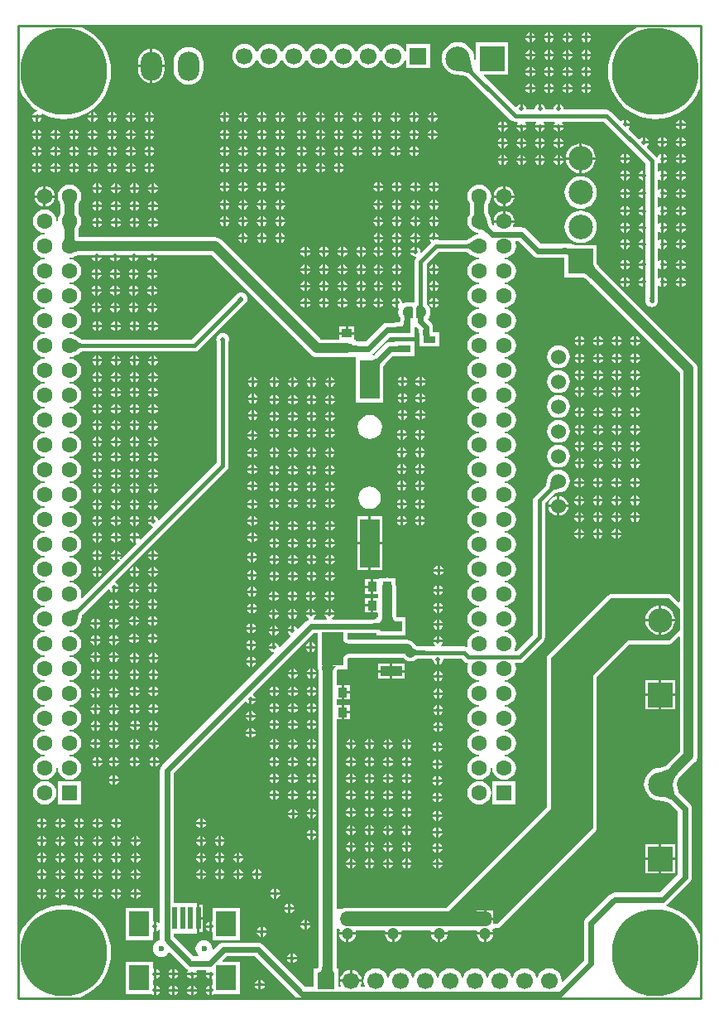
<source format=gtl>
G04*
G04 #@! TF.GenerationSoftware,Altium Limited,Altium Designer,19.0.4 (130)*
G04*
G04 Layer_Physical_Order=1*
G04 Layer_Color=255*
%FSTAX25Y25*%
%MOIN*%
G70*
G01*
G75*
%ADD10C,0.01000*%
%ADD13C,0.00800*%
%ADD15R,0.07874X0.09843*%
%ADD16R,0.01968X0.09055*%
%ADD17R,0.03858X0.03661*%
%ADD18R,0.07874X0.19685*%
%ADD19R,0.07874X0.15748*%
%ADD20R,0.04921X0.02756*%
%ADD21R,0.03661X0.03858*%
%ADD22R,0.08661X0.03937*%
%ADD23R,0.08661X0.13780*%
%ADD48C,0.02362*%
%ADD49C,0.03937*%
%ADD50C,0.02362*%
%ADD51C,0.01575*%
%ADD52C,0.03937*%
%ADD53C,0.05906*%
%ADD54C,0.35000*%
%ADD55C,0.03500*%
%ADD56C,0.06693*%
%ADD57R,0.06693X0.06693*%
%ADD58C,0.09843*%
%ADD59R,0.09843X0.09843*%
%ADD60O,0.08661X0.11811*%
%ADD61R,0.09843X0.09843*%
%ADD62C,0.06299*%
%ADD63R,0.06299X0.06299*%
%ADD64R,0.04724X0.04724*%
%ADD65C,0.04724*%
%ADD66C,0.06000*%
%ADD67C,0.02000*%
G36*
X0250076Y0390845D02*
X0249378Y0390608D01*
X0247135Y0389502D01*
X0245056Y0388113D01*
X0243176Y0386465D01*
X0241527Y0384585D01*
X0240138Y0382505D01*
X0239032Y0380263D01*
X0238229Y0377895D01*
X0237741Y0375443D01*
X0237577Y0372948D01*
X0237741Y0370453D01*
X0238229Y0368D01*
X0239032Y0365632D01*
X0240138Y036339D01*
X0241527Y0361311D01*
X0243176Y0359431D01*
X0245056Y0357782D01*
X0247135Y0356393D01*
X0249378Y0355287D01*
X0251745Y0354483D01*
X0254198Y0353995D01*
X0256693Y0353832D01*
X0259188Y0353995D01*
X026164Y0354483D01*
X0264008Y0355287D01*
X0266251Y0356393D01*
X026833Y0357782D01*
X027021Y0359431D01*
X0271859Y0361311D01*
X0273248Y036339D01*
X0274303Y036553D01*
X0274803Y0365428D01*
X0274803Y0025958D01*
X0274303Y0025857D01*
X0273248Y0027997D01*
X0271859Y0030076D01*
X027021Y0031956D01*
X026833Y0033605D01*
X0266251Y0034994D01*
X0264008Y00361D01*
X026164Y0036904D01*
X0261188Y0036994D01*
X0261063Y0037529D01*
X0261414Y0037798D01*
X0270469Y0046853D01*
X0270911Y0047429D01*
X0271189Y0048099D01*
X0271284Y0048819D01*
Y007624D01*
X0271189Y007696D01*
X0270911Y007763D01*
X0270469Y0078206D01*
X0266114Y0082561D01*
X0266055Y0082635D01*
X0266007Y008272D01*
X0265914Y0082933D01*
X026582Y0083202D01*
X0265194Y0086112D01*
X0265357Y0086846D01*
X0265482Y0087265D01*
X0265622Y0087654D01*
X0265769Y0087996D01*
X0265921Y0088292D01*
X0266075Y0088542D01*
X0266229Y0088749D01*
X0266412Y0088952D01*
X027257Y0095111D01*
X0273138Y0095851D01*
X0273495Y0096713D01*
X0273617Y0097638D01*
Y0253201D01*
X0273495Y0254126D01*
X0273138Y0254988D01*
X027257Y0255728D01*
X027257Y0255728D01*
X023543Y0292869D01*
X0234037Y0294368D01*
X0233551Y0294976D01*
X0233177Y0295514D01*
X0233071Y0295699D01*
Y0297233D01*
X023309Y0297328D01*
X0233071Y0297423D01*
Y0303165D01*
X0223889D01*
X0223831Y030321D01*
X022316Y0303488D01*
X0222441Y0303583D01*
X0219781D01*
X0219767Y0303586D01*
X0219318Y030359D01*
X0219311Y0303589D01*
X0219303Y030359D01*
X0219268Y0303583D01*
X0210584D01*
X0204721Y0309446D01*
X0204146Y0309888D01*
X0203475Y0310165D01*
X0202756Y031026D01*
X0199636D01*
X0199375Y031076D01*
X0199718Y0311586D01*
X0199794Y0312169D01*
X0195675D01*
X0191555D01*
X0191632Y0311586D01*
X0191789Y0311208D01*
X0191363Y0310929D01*
X0190977Y0311329D01*
X0190954Y0311361D01*
X0190887Y0311474D01*
X0190823Y0311605D01*
X019065Y0312072D01*
X0190585Y0312303D01*
X019044Y031298D01*
X0190379Y0313364D01*
X0190332Y0313492D01*
X0190278Y0313903D01*
X0189802Y0315052D01*
X0189569Y0315355D01*
X0189528Y0315453D01*
X0189469Y0315541D01*
X0189447Y0315582D01*
X0189417Y0315654D01*
X0189383Y0315758D01*
X0189348Y0315894D01*
X0189316Y0316061D01*
X018929Y0316241D01*
X0189253Y0316754D01*
X0189249Y0317044D01*
X0189249Y0317044D01*
Y0318294D01*
X0189249Y0318295D01*
X0189253Y0318585D01*
X018929Y0319097D01*
X0189316Y0319278D01*
X0189348Y0319445D01*
X0189383Y0319581D01*
X0189417Y0319685D01*
X0189447Y0319756D01*
X0189469Y0319797D01*
X0189528Y0319886D01*
X0189569Y0319983D01*
X0189802Y0320287D01*
X0190278Y0321436D01*
X019044Y0322669D01*
X0190278Y0323903D01*
X0189802Y0325052D01*
X0189044Y0326039D01*
X0188057Y0326796D01*
X0186908Y0327272D01*
X0185675Y0327434D01*
X0184441Y0327272D01*
X0183292Y0326796D01*
X0182305Y0326039D01*
X0181548Y0325052D01*
X0181072Y0323903D01*
X018091Y0322669D01*
X0181072Y0321436D01*
X0181548Y0320287D01*
X0181781Y0319983D01*
X0181821Y0319886D01*
X018188Y0319797D01*
X0181902Y0319756D01*
X0181932Y0319685D01*
X0181967Y0319581D01*
X0182002Y0319445D01*
X0182034Y0319278D01*
X0182059Y0319097D01*
X0182096Y0318585D01*
X0182101Y0318295D01*
X0182101Y0318294D01*
Y0317044D01*
X0182101Y0317044D01*
X0182096Y0316754D01*
X0182059Y0316241D01*
X0182034Y0316061D01*
X0182002Y0315894D01*
X0181967Y0315758D01*
X0181932Y0315654D01*
X0181902Y0315582D01*
X018188Y0315541D01*
X0181821Y0315453D01*
X0181781Y0315355D01*
X0181548Y0315052D01*
X0181072Y0313903D01*
X018091Y0312669D01*
X0181072Y0311436D01*
X0181548Y0310287D01*
X0182305Y03093D01*
X0183292Y0308543D01*
X0184441Y0308067D01*
X0184852Y0308013D01*
X018498Y0307965D01*
X018538Y0307902D01*
X0185386Y0307901D01*
X018537Y0307394D01*
X0184441Y0307272D01*
X0183292Y0306796D01*
X0182959Y030654D01*
X018283Y030648D01*
X0182403Y0306164D01*
X018166Y0305648D01*
X0181065Y030528D01*
X0180857Y0305168D01*
X0180693Y0305091D01*
X0180658Y0305078D01*
X0169766D01*
X0169433Y0305512D01*
X0165489D01*
X0165545Y0305231D01*
X0165987Y030457D01*
X0166214Y0304418D01*
X0166263Y0303921D01*
X0162431Y0300089D01*
X016197Y0300335D01*
X0161988Y0300427D01*
X0161833Y0301207D01*
X0161391Y0301868D01*
X0160729Y030231D01*
X0160449Y0302366D01*
Y0300427D01*
X0159949D01*
Y0299926D01*
X0158009D01*
X0158065Y0299646D01*
X0158507Y0298985D01*
X0159169Y0298543D01*
X0159949Y0298387D01*
X016004Y0298406D01*
X0160217Y0298206D01*
X0160319Y0297951D01*
X015985Y0297249D01*
X0159666Y0296327D01*
Y0280416D01*
X0159589Y0280324D01*
X0159166Y0280065D01*
X0158575Y0280183D01*
X0157075D01*
X0157009Y028017D01*
X0156037Y0280042D01*
X015507Y0279641D01*
X0154935Y0279537D01*
X0154481Y0279819D01*
X0154508Y0279954D01*
X0154352Y0280734D01*
X015391Y0281396D01*
X0153249Y0281838D01*
X0152969Y0281894D01*
Y0279954D01*
Y0278014D01*
X0152998Y027802D01*
X0153361Y0277589D01*
X0153202Y0277207D01*
X0153066Y0276169D01*
X0153202Y0275132D01*
X0153603Y0274165D01*
X0153773Y0273943D01*
X0153781Y0273902D01*
Y0272709D01*
X0153774Y027268D01*
X0153764Y0272278D01*
X0153741Y0272014D01*
X0153491Y0271931D01*
X015324Y0271874D01*
X0153205Y0271881D01*
X015311Y0271862D01*
X0151618D01*
Y0271722D01*
X0151237Y0271698D01*
X0150836Y0271696D01*
X0150801Y0271689D01*
X0148437D01*
X0147718Y0271595D01*
X0147047Y0271317D01*
X0146472Y0270875D01*
X0139805Y0264209D01*
X0136645D01*
X0136619Y0264215D01*
X0135824Y0264243D01*
X0135787Y0264247D01*
Y0264941D01*
X0135213D01*
Y0267098D01*
X0132283D01*
Y0267599D01*
D01*
Y0267098D01*
X0129354D01*
Y0265109D01*
X0121905D01*
X0081818Y0305196D01*
X0081078Y0305764D01*
X0080216Y0306121D01*
X0079291Y0306243D01*
X002495D01*
X002495Y0306243D01*
X0024659Y0306248D01*
X0024187Y0306282D01*
X0024153Y0306754D01*
X0024149Y0307044D01*
X0024149Y0307044D01*
Y0308294D01*
X0024149Y0308295D01*
X0024153Y0308585D01*
X0024191Y0309097D01*
X0024216Y0309278D01*
X0024248Y0309445D01*
X0024283Y0309581D01*
X0024317Y0309685D01*
X0024348Y0309756D01*
X0024369Y0309797D01*
X0024428Y0309886D01*
X0024469Y0309983D01*
X0024702Y0310287D01*
X0025178Y0311436D01*
X002534Y0312669D01*
X0025178Y0313903D01*
X0024702Y0315052D01*
X0024469Y0315355D01*
X0024428Y0315453D01*
X0024369Y0315541D01*
X0024347Y0315582D01*
X0024317Y0315654D01*
X0024283Y0315758D01*
X0024248Y0315894D01*
X0024216Y0316061D01*
X0024191Y0316241D01*
X0024153Y0316754D01*
X0024149Y0317044D01*
X0024149Y0317044D01*
Y0318294D01*
X0024149Y0318295D01*
X0024153Y0318585D01*
X0024191Y0319097D01*
X0024216Y0319278D01*
X0024248Y0319445D01*
X0024283Y0319581D01*
X0024317Y0319685D01*
X0024348Y0319756D01*
X0024369Y0319797D01*
X0024428Y0319886D01*
X0024469Y0319983D01*
X0024702Y0320287D01*
X0025178Y0321436D01*
X002534Y0322669D01*
X0025178Y0323903D01*
X0024702Y0325052D01*
X0023944Y0326039D01*
X0022957Y0326796D01*
X0021808Y0327272D01*
X0020575Y0327434D01*
X0019342Y0327272D01*
X0018192Y0326796D01*
X0017205Y0326039D01*
X0016448Y0325052D01*
X0015972Y0323903D01*
X001581Y0322669D01*
X0015972Y0321436D01*
X0016448Y0320287D01*
X0016681Y0319983D01*
X0016721Y0319886D01*
X0016781Y0319797D01*
X0016802Y0319756D01*
X0016832Y0319685D01*
X0016867Y0319581D01*
X0016902Y0319445D01*
X0016934Y0319278D01*
X0016959Y0319097D01*
X0016996Y0318585D01*
X0017001Y0318295D01*
X0017001Y0318294D01*
Y0317044D01*
X0017001Y0317044D01*
X0016996Y0316754D01*
X0016959Y0316241D01*
X0016934Y0316061D01*
X0016902Y0315894D01*
X0016867Y0315758D01*
X0016832Y0315654D01*
X0016802Y0315582D01*
X0016781Y0315541D01*
X0016721Y0315453D01*
X0016681Y0315355D01*
X0016448Y0315052D01*
X0015972Y0313903D01*
X0015827Y0312801D01*
X0015323D01*
X0015178Y0313903D01*
X0014702Y0315052D01*
X0013944Y0316039D01*
X0012957Y0316796D01*
X0011808Y0317272D01*
X0010575Y0317435D01*
X0009341Y0317272D01*
X0008192Y0316796D01*
X0007205Y0316039D01*
X0006448Y0315052D01*
X0005972Y0313903D01*
X000581Y0312669D01*
X0005972Y0311436D01*
X0006448Y0310287D01*
X0007205Y03093D01*
X0008192Y0308543D01*
X0009341Y0308067D01*
X0010443Y0307922D01*
Y0307417D01*
X0009341Y0307272D01*
X0008192Y0306796D01*
X0007205Y0306039D01*
X0006448Y0305052D01*
X0005972Y0303903D01*
X000581Y0302669D01*
X0005972Y0301436D01*
X0006448Y0300287D01*
X0007205Y02993D01*
X0008192Y0298543D01*
X0009341Y0298066D01*
X0010443Y0297921D01*
Y0297417D01*
X0009341Y0297272D01*
X0008192Y0296796D01*
X0007205Y0296039D01*
X0006448Y0295052D01*
X0005972Y0293903D01*
X000581Y0292669D01*
X0005972Y0291436D01*
X0006448Y0290287D01*
X0007205Y02893D01*
X0008192Y0288543D01*
X0009341Y0288067D01*
X0010443Y0287922D01*
Y0287417D01*
X0009341Y0287272D01*
X0008192Y0286796D01*
X0007205Y0286039D01*
X0006448Y0285052D01*
X0005972Y0283903D01*
X000581Y0282669D01*
X0005972Y0281436D01*
X0006448Y0280287D01*
X0007205Y02793D01*
X0008192Y0278543D01*
X0009341Y0278066D01*
X0010445Y0277921D01*
Y0277417D01*
X0009342Y0277272D01*
X0008193Y0276796D01*
X0007206Y0276039D01*
X0006448Y0275052D01*
X0005972Y0273902D01*
X000581Y0272669D01*
X0005972Y0271436D01*
X0006448Y0270286D01*
X0007206Y02693D01*
X0008193Y0268542D01*
X0009342Y0268066D01*
X0010443Y0267921D01*
Y0267417D01*
X0009342Y0267272D01*
X0008193Y0266796D01*
X0007206Y0266038D01*
X0006448Y0265052D01*
X0005972Y0263902D01*
X000581Y0262669D01*
X0005972Y0261436D01*
X0006448Y0260286D01*
X0007206Y0259299D01*
X0008193Y0258542D01*
X0009342Y0258066D01*
X0010443Y0257921D01*
Y0257417D01*
X0009342Y0257272D01*
X0008193Y0256796D01*
X0007206Y0256038D01*
X0006448Y0255052D01*
X0005972Y0253902D01*
X000581Y0252669D01*
X0005972Y0251436D01*
X0006448Y0250286D01*
X0007206Y02493D01*
X0008193Y0248542D01*
X0009342Y0248066D01*
X0010443Y0247921D01*
Y0247417D01*
X0009342Y0247272D01*
X0008193Y0246796D01*
X0007206Y0246039D01*
X0006448Y0245052D01*
X0005972Y0243902D01*
X000581Y0242669D01*
X0005972Y0241436D01*
X0006448Y0240286D01*
X0007206Y02393D01*
X0008193Y0238542D01*
X0009342Y0238066D01*
X0010443Y0237921D01*
Y0237417D01*
X0009342Y0237272D01*
X0008193Y0236796D01*
X0007206Y0236038D01*
X0006448Y0235052D01*
X0005972Y0233902D01*
X000581Y0232669D01*
X0005972Y0231436D01*
X0006448Y0230286D01*
X0007206Y0229299D01*
X0008193Y0228542D01*
X0009342Y0228066D01*
X0010443Y0227921D01*
Y0227417D01*
X0009342Y0227272D01*
X0008193Y0226796D01*
X0007206Y0226039D01*
X0006448Y0225052D01*
X0005972Y0223902D01*
X000581Y0222669D01*
X0005972Y0221436D01*
X0006448Y0220286D01*
X0007206Y02193D01*
X0008193Y0218542D01*
X0009342Y0218066D01*
X0010443Y0217921D01*
Y0217417D01*
X0009342Y0217272D01*
X0008193Y0216796D01*
X0007206Y0216038D01*
X0006448Y0215052D01*
X0005972Y0213902D01*
X000581Y0212669D01*
X0005972Y0211436D01*
X0006448Y0210286D01*
X0007206Y0209299D01*
X0008193Y0208542D01*
X0009342Y0208066D01*
X0010443Y0207921D01*
Y0207417D01*
X0009342Y0207272D01*
X0008193Y0206796D01*
X0007206Y0206038D01*
X0006448Y0205052D01*
X0005972Y0203902D01*
X000581Y0202669D01*
X0005972Y0201436D01*
X0006448Y0200286D01*
X0007206Y01993D01*
X0008193Y0198542D01*
X0009342Y0198066D01*
X0010443Y0197921D01*
Y0197417D01*
X0009342Y0197272D01*
X0008193Y0196796D01*
X0007206Y0196038D01*
X0006448Y0195052D01*
X0005972Y0193902D01*
X000581Y0192669D01*
X0005972Y0191436D01*
X0006448Y0190286D01*
X0007206Y0189299D01*
X0008193Y0188542D01*
X0009342Y0188066D01*
X0010443Y0187921D01*
Y0187417D01*
X0009342Y0187272D01*
X0008193Y0186796D01*
X0007206Y0186038D01*
X0006448Y0185052D01*
X0005972Y0183902D01*
X000581Y0182669D01*
X0005972Y0181436D01*
X0006448Y0180286D01*
X0007206Y0179299D01*
X0008193Y0178542D01*
X0009342Y0178066D01*
X0010443Y0177921D01*
Y0177417D01*
X0009342Y0177272D01*
X0008193Y0176796D01*
X0007206Y0176039D01*
X0006448Y0175052D01*
X0005972Y0173902D01*
X000581Y0172669D01*
X0005972Y0171436D01*
X0006448Y0170286D01*
X0007206Y0169299D01*
X0008193Y0168542D01*
X0009342Y0168066D01*
X0010443Y0167921D01*
Y0167417D01*
X0009342Y0167272D01*
X0008193Y0166796D01*
X0007206Y0166039D01*
X0006448Y0165052D01*
X0005972Y0163902D01*
X000581Y0162669D01*
X0005972Y0161436D01*
X0006448Y0160286D01*
X0007206Y01593D01*
X0008193Y0158542D01*
X0009342Y0158066D01*
X0010443Y0157921D01*
Y0157417D01*
X0009342Y0157272D01*
X0008193Y0156796D01*
X0007206Y0156038D01*
X0006448Y0155052D01*
X0005972Y0153902D01*
X000581Y0152669D01*
X0005972Y0151436D01*
X0006448Y0150286D01*
X0007206Y01493D01*
X0008193Y0148542D01*
X0009342Y0148066D01*
X0010443Y0147921D01*
Y0147417D01*
X0009342Y0147272D01*
X0008193Y0146796D01*
X0007206Y0146038D01*
X0006448Y0145052D01*
X0005972Y0143902D01*
X000581Y0142669D01*
X0005972Y0141436D01*
X0006448Y0140286D01*
X0007206Y0139299D01*
X0008193Y0138542D01*
X0009342Y0138066D01*
X0010443Y0137921D01*
Y0137417D01*
X0009342Y0137272D01*
X0008193Y0136796D01*
X0007206Y0136038D01*
X0006448Y0135052D01*
X0005972Y0133902D01*
X000581Y0132669D01*
X0005972Y0131436D01*
X0006448Y0130286D01*
X0007206Y0129299D01*
X0008193Y0128542D01*
X0009342Y0128066D01*
X0010443Y0127921D01*
Y0127417D01*
X0009342Y0127272D01*
X0008193Y0126796D01*
X0007206Y0126039D01*
X0006448Y0125052D01*
X0005972Y0123902D01*
X000581Y0122669D01*
X0005972Y0121436D01*
X0006448Y0120286D01*
X0007206Y0119299D01*
X0008193Y0118542D01*
X0009342Y0118066D01*
X0010443Y0117921D01*
Y0117417D01*
X0009342Y0117272D01*
X0008193Y0116796D01*
X0007206Y0116039D01*
X0006448Y0115052D01*
X0005972Y0113902D01*
X000581Y0112669D01*
X0005972Y0111436D01*
X0006448Y0110286D01*
X0007206Y01093D01*
X0008193Y0108542D01*
X0009342Y0108066D01*
X0010443Y0107921D01*
Y0107417D01*
X0009342Y0107272D01*
X0008193Y0106796D01*
X0007206Y0106038D01*
X0006448Y0105052D01*
X0005972Y0103902D01*
X000581Y0102669D01*
X0005972Y0101436D01*
X0006448Y0100286D01*
X0007206Y00993D01*
X0008193Y0098542D01*
X0009342Y0098066D01*
X0010443Y0097921D01*
Y0097417D01*
X0009342Y0097272D01*
X0008193Y0096796D01*
X0007206Y0096039D01*
X0006448Y0095052D01*
X0005972Y0093902D01*
X000581Y0092669D01*
X0005972Y0091436D01*
X0006448Y0090286D01*
X0007206Y0089299D01*
X0008193Y0088542D01*
X0009342Y0088066D01*
X0010219Y0087951D01*
X0010443Y0087921D01*
Y0087417D01*
X0010219Y0087387D01*
X0009342Y0087272D01*
X0008193Y0086796D01*
X0007206Y0086039D01*
X0006448Y0085052D01*
X0005972Y0083902D01*
X000581Y0082669D01*
X0005972Y0081436D01*
X0006448Y0080286D01*
X0007206Y0079299D01*
X0008193Y0078542D01*
X0009342Y0078066D01*
X0010575Y0077904D01*
X0011808Y0078066D01*
X0012958Y0078542D01*
X0013945Y0079299D01*
X0014702Y0080286D01*
X0015178Y0081436D01*
X001534Y0082669D01*
X0015178Y0083902D01*
X0014702Y0085052D01*
X0013945Y0086039D01*
X0012958Y0086796D01*
X0011808Y0087272D01*
X0010931Y0087387D01*
X0010707Y0087417D01*
Y0087921D01*
X0010931Y0087951D01*
X0011808Y0088066D01*
X0012958Y0088542D01*
X0013945Y0089299D01*
X0014702Y0090286D01*
X0015178Y0091436D01*
X0015323Y0092537D01*
X0015827D01*
X0015972Y0091436D01*
X0016448Y0090286D01*
X0017206Y0089299D01*
X0018193Y0088542D01*
X0019342Y0088066D01*
X0020575Y0087904D01*
X0021809Y0088066D01*
X0022958Y0088542D01*
X0023945Y0089299D01*
X0024702Y0090286D01*
X0025178Y0091436D01*
X002534Y0092669D01*
X0025178Y0093902D01*
X0024702Y0095052D01*
X0023945Y0096039D01*
X0022958Y0096796D01*
X0021809Y0097272D01*
X0020707Y0097417D01*
Y0097921D01*
X0021809Y0098066D01*
X0022958Y0098542D01*
X0023945Y00993D01*
X0024702Y0100286D01*
X0025178Y0101436D01*
X002534Y0102669D01*
X0025178Y0103902D01*
X0024702Y0105052D01*
X0023945Y0106038D01*
X0022958Y0106796D01*
X0021809Y0107272D01*
X0020707Y0107417D01*
Y0107921D01*
X0021809Y0108066D01*
X0022958Y0108542D01*
X0023945Y01093D01*
X0024702Y0110286D01*
X0025178Y0111436D01*
X002534Y0112669D01*
X0025178Y0113902D01*
X0024702Y0115052D01*
X0023945Y0116039D01*
X0022958Y0116796D01*
X0021809Y0117272D01*
X0020707Y0117417D01*
Y0117921D01*
X0021809Y0118066D01*
X0022958Y0118542D01*
X0023945Y0119299D01*
X0024702Y0120286D01*
X0025178Y0121436D01*
X002534Y0122669D01*
X0025178Y0123902D01*
X0024702Y0125052D01*
X0023945Y0126039D01*
X0022958Y0126796D01*
X0021809Y0127272D01*
X0020707Y0127417D01*
Y0127921D01*
X0021809Y0128066D01*
X0022958Y0128542D01*
X0023945Y0129299D01*
X0024702Y0130286D01*
X0025178Y0131436D01*
X002534Y0132669D01*
X0025178Y0133902D01*
X0024702Y0135052D01*
X0023945Y0136038D01*
X0022958Y0136796D01*
X0021809Y0137272D01*
X0020707Y0137417D01*
Y0137921D01*
X0021809Y0138066D01*
X0022958Y0138542D01*
X0023945Y0139299D01*
X0024702Y0140286D01*
X0025178Y0141436D01*
X002534Y0142669D01*
X0025178Y0143902D01*
X0024702Y0145052D01*
X0023945Y0146038D01*
X0022958Y0146796D01*
X0021809Y0147272D01*
X0020707Y0147417D01*
Y0147921D01*
X0021809Y0148066D01*
X0022958Y0148542D01*
X0023945Y01493D01*
X0024702Y0150286D01*
X0025178Y0151436D01*
X0025233Y0151852D01*
X0025281Y0151987D01*
X002536Y0152511D01*
X002552Y0153402D01*
X0025681Y0154082D01*
X0025749Y0154309D01*
X002581Y0154479D01*
X0025826Y0154513D01*
X0036124Y0164812D01*
X0036603Y0164667D01*
X0036621Y0164574D01*
X0037063Y0163912D01*
X0037725Y016347D01*
X0038005Y0163415D01*
Y0165354D01*
X0038505D01*
Y0165854D01*
X0040445D01*
X0040389Y0166135D01*
X0039947Y0166796D01*
X0039285Y0167238D01*
X0039193Y0167257D01*
X0039048Y0167735D01*
X0083987Y0212674D01*
X0084509Y0213456D01*
X0084692Y0214377D01*
Y0264256D01*
X0084792Y0264497D01*
X0084881Y0265169D01*
X0084792Y0265842D01*
X0084533Y0266468D01*
X008412Y0267006D01*
X0083582Y0267418D01*
X0082956Y0267678D01*
X0082284Y0267766D01*
X0081611Y0267678D01*
X0080985Y0267418D01*
X0080447Y0267006D01*
X0080034Y0266468D01*
X0079775Y0265842D01*
X0079686Y0265169D01*
X0079775Y0264497D01*
X0079875Y0264256D01*
Y0215375D01*
X0056767Y0192267D01*
X0056225Y0192432D01*
X005613Y0192906D01*
X0055688Y0193568D01*
X0055027Y019401D01*
X0054746Y0194066D01*
Y0192126D01*
X0054246D01*
Y0191626D01*
X0052306D01*
X0052362Y0191346D01*
X0052804Y0190684D01*
X0053466Y0190242D01*
X005394Y0190148D01*
X0054105Y0189605D01*
X0049161Y0184661D01*
X00487Y0184908D01*
X0048706Y0184933D01*
X0047266D01*
Y0183493D01*
X0047291Y0183498D01*
X0047538Y0183038D01*
X0041176Y0176676D01*
X0040788Y0176995D01*
X0040932Y017721D01*
X004117Y0177566D01*
X0041225Y0177847D01*
X0039786D01*
Y0176407D01*
X0040066Y0176462D01*
X0040422Y01767D01*
X0040637Y0176844D01*
X0040956Y0176456D01*
X0025566Y0161066D01*
X0025142Y0161349D01*
X0025178Y0161436D01*
X002534Y0162669D01*
X0025178Y0163902D01*
X0024702Y0165052D01*
X0023945Y0166039D01*
X0022958Y0166796D01*
X0021809Y0167272D01*
X0020707Y0167417D01*
Y0167921D01*
X0021809Y0168066D01*
X0022958Y0168542D01*
X0023945Y0169299D01*
X0024702Y0170286D01*
X0025178Y0171436D01*
X002534Y0172669D01*
X0025178Y0173902D01*
X0024702Y0175052D01*
X0023945Y0176039D01*
X0022958Y0176796D01*
X0021809Y0177272D01*
X0020707Y0177417D01*
Y0177921D01*
X0021809Y0178066D01*
X0022958Y0178542D01*
X0023945Y0179299D01*
X0024702Y0180286D01*
X0025178Y0181436D01*
X002534Y0182669D01*
X0025178Y0183902D01*
X0024702Y0185052D01*
X0023945Y0186038D01*
X0022958Y0186796D01*
X0021809Y0187272D01*
X0020707Y0187417D01*
Y0187921D01*
X0021809Y0188066D01*
X0022958Y0188542D01*
X0023945Y0189299D01*
X0024702Y0190286D01*
X0025178Y0191436D01*
X002534Y0192669D01*
X0025178Y0193902D01*
X0024702Y0195052D01*
X0023945Y0196038D01*
X0022958Y0196796D01*
X0021809Y0197272D01*
X0020707Y0197417D01*
Y0197921D01*
X0021809Y0198066D01*
X0022958Y0198542D01*
X0023945Y01993D01*
X0024702Y0200286D01*
X0025178Y0201436D01*
X002534Y0202669D01*
X0025178Y0203902D01*
X0024702Y0205052D01*
X0023945Y0206038D01*
X0022958Y0206796D01*
X0021809Y0207272D01*
X0020707Y0207417D01*
Y0207921D01*
X0021809Y0208066D01*
X0022958Y0208542D01*
X0023945Y0209299D01*
X0024702Y0210286D01*
X0025178Y0211436D01*
X002534Y0212669D01*
X0025178Y0213902D01*
X0024702Y0215052D01*
X0023945Y0216038D01*
X0022958Y0216796D01*
X0021809Y0217272D01*
X0020707Y0217417D01*
Y0217921D01*
X0021809Y0218066D01*
X0022958Y0218542D01*
X0023945Y02193D01*
X0024702Y0220286D01*
X0025178Y0221436D01*
X002534Y0222669D01*
X0025178Y0223902D01*
X0024702Y0225052D01*
X0023945Y0226039D01*
X0022958Y0226796D01*
X0021809Y0227272D01*
X0020707Y0227417D01*
Y0227921D01*
X0021809Y0228066D01*
X0022958Y0228542D01*
X0023945Y0229299D01*
X0024702Y0230286D01*
X0025178Y0231436D01*
X002534Y0232669D01*
X0025178Y0233902D01*
X0024702Y0235052D01*
X0023945Y0236038D01*
X0022958Y0236796D01*
X0021809Y0237272D01*
X0020707Y0237417D01*
Y0237921D01*
X0021809Y0238066D01*
X0022958Y0238542D01*
X0023945Y02393D01*
X0024702Y0240286D01*
X0025178Y0241436D01*
X002534Y0242669D01*
X0025178Y0243902D01*
X0024702Y0245052D01*
X0023945Y0246039D01*
X0022958Y0246796D01*
X0021809Y0247272D01*
X0020707Y0247417D01*
Y0247921D01*
X0021809Y0248066D01*
X0022958Y0248542D01*
X0023945Y02493D01*
X0024702Y0250286D01*
X0025178Y0251436D01*
X002534Y0252669D01*
X0025178Y0253902D01*
X0024702Y0255052D01*
X0023945Y0256038D01*
X0022958Y0256796D01*
X0021809Y0257272D01*
X0020707Y0257417D01*
Y0257921D01*
X0021809Y0258066D01*
X0022958Y0258542D01*
X0023291Y0258798D01*
X002342Y0258859D01*
X0023847Y0259174D01*
X002459Y025969D01*
X0025185Y0260058D01*
X0025393Y026017D01*
X0025557Y0260247D01*
X0025592Y0260261D01*
X0070937D01*
X0071858Y0260444D01*
X007264Y0260966D01*
X0090821Y0279147D01*
X0091062Y0279247D01*
X00916Y027966D01*
X0092013Y0280198D01*
X0092272Y0280824D01*
X0092361Y0281496D01*
X0092272Y0282168D01*
X0092013Y0282795D01*
X00916Y0283332D01*
X0091062Y0283745D01*
X0090436Y0284005D01*
X0089764Y0284093D01*
X0089092Y0284005D01*
X0088465Y0283745D01*
X0087927Y0283332D01*
X0087515Y0282795D01*
X0087415Y0282553D01*
X0069939Y0265077D01*
X0025592D01*
X0025557Y0265091D01*
X0025393Y0265168D01*
X0025206Y0265269D01*
X0023832Y0266176D01*
X002342Y0266479D01*
X0023291Y026654D01*
X0022958Y0266796D01*
X0021809Y0267272D01*
X0020707Y0267417D01*
Y0267921D01*
X0021809Y0268066D01*
X0022958Y0268542D01*
X0023945Y02693D01*
X0024702Y0270286D01*
X0025178Y0271436D01*
X002534Y0272669D01*
X0025178Y0273902D01*
X0024702Y0275052D01*
X0023945Y0276039D01*
X0022958Y0276796D01*
X0021809Y0277272D01*
X0020705Y0277417D01*
Y0277921D01*
X0021808Y0278066D01*
X0022957Y0278543D01*
X0023944Y02793D01*
X0024702Y0280287D01*
X0025178Y0281436D01*
X002534Y0282669D01*
X0025178Y0283903D01*
X0024702Y0285052D01*
X0023944Y0286039D01*
X0022957Y0286796D01*
X0021808Y0287272D01*
X0020706Y0287417D01*
Y0287922D01*
X0021808Y0288067D01*
X0022957Y0288543D01*
X0023944Y02893D01*
X0024702Y0290287D01*
X0025178Y0291436D01*
X002534Y0292669D01*
X0025178Y0293903D01*
X0024702Y0295052D01*
X0023944Y0296039D01*
X0022957Y0296796D01*
X0021808Y0297272D01*
X0020706Y0297417D01*
Y0297921D01*
X0021808Y0298066D01*
X0022957Y0298543D01*
X0023261Y0298776D01*
X0023358Y0298816D01*
X0023447Y0298875D01*
X0023488Y0298897D01*
X0023559Y0298927D01*
X0023663Y0298961D01*
X0023799Y0298996D01*
X0023966Y0299028D01*
X0024147Y0299054D01*
X0024659Y0299091D01*
X002495Y0299095D01*
X002495Y0299096D01*
X0029173D01*
X0029216Y0299043D01*
X0033776D01*
X0033819Y0299096D01*
X0036653D01*
X0036696Y0299043D01*
X0041256D01*
X00413Y0299096D01*
X0044133D01*
X0044177Y0299043D01*
X0048737D01*
X004878Y0299096D01*
X0051614D01*
X0051657Y0299043D01*
X0056217D01*
X005626Y0299096D01*
X0077811D01*
X0117898Y0259008D01*
X0118638Y025844D01*
X01195Y0258083D01*
X0120425Y0257962D01*
X0132283D01*
X0133209Y0258083D01*
X0133321Y025813D01*
X0134106D01*
X0134201Y0258111D01*
X0134295Y025813D01*
X0135787Y025813D01*
X0136063Y0257744D01*
Y0239721D01*
X0147087D01*
Y0253596D01*
X0147106Y0253691D01*
X0147087Y0253785D01*
Y0254475D01*
X0147242Y0254699D01*
X0147894Y0255469D01*
X0148325Y0255916D01*
X0148343Y0255943D01*
X0150846Y0258446D01*
X0150848Y0258446D01*
X0152933Y0258453D01*
X0155457D01*
X0155637Y0258476D01*
X0159689D01*
Y0264382D01*
X01533D01*
X0153205Y0264401D01*
X0153143Y0264388D01*
X015308Y0264396D01*
X015303Y0264382D01*
X0151618D01*
Y0264049D01*
X0151229Y0264022D01*
X0150829Y0264019D01*
X0150795Y0264012D01*
X0149701D01*
X0148981Y0263917D01*
X0148311Y026364D01*
X0147735Y0263198D01*
X0144429Y0259892D01*
X0144407Y0259878D01*
X0143515Y025905D01*
X0143186Y0258786D01*
X0143099Y0258726D01*
X0142859Y0258785D01*
X0142745Y0259328D01*
X0142922Y0259464D01*
X0149588Y026613D01*
X015078D01*
X0150811Y0266123D01*
X0151618Y0266107D01*
Y0265957D01*
X015311D01*
X0153205Y0265938D01*
X01533Y0265957D01*
X0159689D01*
Y0269993D01*
X0159882Y0270119D01*
X0160144Y0270179D01*
X0160197Y0270179D01*
X0161437Y0268939D01*
Y0268933D01*
X016143Y0268898D01*
X016143Y0268895D01*
X016143Y0268892D01*
X0161437Y0266807D01*
Y0265366D01*
X0161461Y0265186D01*
Y0262217D01*
X0169532D01*
Y0268122D01*
X016706D01*
X0167039Y0268246D01*
X0167013Y0268538D01*
X0167003Y026894D01*
X0166996Y0268968D01*
Y0270091D01*
X0166902Y027081D01*
X0166624Y027148D01*
X0166182Y0272056D01*
X0164909Y0273329D01*
X016491Y0273335D01*
X0165547Y0274165D01*
X0165947Y0275132D01*
X0166084Y0276169D01*
X0165947Y0277207D01*
X0165547Y0278174D01*
X016491Y0279004D01*
X0164483Y0279331D01*
Y0295329D01*
X0169415Y0300261D01*
X0180658D01*
X0180693Y0300247D01*
X0180857Y030017D01*
X0181044Y0300069D01*
X0182418Y0299163D01*
X018283Y0298859D01*
X0182959Y0298798D01*
X0183292Y0298543D01*
X0184441Y0298066D01*
X0185543Y0297921D01*
Y0297417D01*
X0184441Y0297272D01*
X0183292Y0296796D01*
X0182305Y0296039D01*
X0181548Y0295052D01*
X0181072Y0293903D01*
X018091Y0292669D01*
X0181072Y0291436D01*
X0181548Y0290287D01*
X0182305Y02893D01*
X0183292Y0288543D01*
X0184441Y0288067D01*
X0185543Y0287922D01*
Y0287417D01*
X0184441Y0287272D01*
X0183292Y0286796D01*
X0182305Y0286039D01*
X0181548Y0285052D01*
X0181072Y0283903D01*
X018091Y0282669D01*
X0181072Y0281436D01*
X0181548Y0280287D01*
X0182305Y02793D01*
X0183292Y0278543D01*
X0184441Y0278066D01*
X0185545Y0277921D01*
Y0277417D01*
X0184442Y0277272D01*
X0183293Y0276796D01*
X0182306Y0276039D01*
X0181548Y0275052D01*
X0181072Y0273902D01*
X018091Y0272669D01*
X0181072Y0271436D01*
X0181548Y0270286D01*
X0182306Y02693D01*
X0183293Y0268542D01*
X0184442Y0268066D01*
X0185544Y0267921D01*
Y0267417D01*
X0184442Y0267272D01*
X0183293Y0266796D01*
X0182306Y0266038D01*
X0181548Y0265052D01*
X0181072Y0263902D01*
X018091Y0262669D01*
X0181072Y0261436D01*
X0181548Y0260286D01*
X0182306Y0259299D01*
X0183293Y0258542D01*
X0184442Y0258066D01*
X0185544Y0257921D01*
Y0257417D01*
X0184442Y0257272D01*
X0183293Y0256796D01*
X0182306Y0256038D01*
X0181548Y0255052D01*
X0181072Y0253902D01*
X018091Y0252669D01*
X0181072Y0251436D01*
X0181548Y0250286D01*
X0182306Y02493D01*
X0183293Y0248542D01*
X0184442Y0248066D01*
X0185544Y0247921D01*
Y0247417D01*
X0184442Y0247272D01*
X0183293Y0246796D01*
X0182306Y0246039D01*
X0181548Y0245052D01*
X0181072Y0243902D01*
X018091Y0242669D01*
X0181072Y0241436D01*
X0181548Y0240286D01*
X0182306Y02393D01*
X0183293Y0238542D01*
X0184442Y0238066D01*
X0185544Y0237921D01*
Y0237417D01*
X0184442Y0237272D01*
X0183293Y0236796D01*
X0182306Y0236038D01*
X0181548Y0235052D01*
X0181072Y0233902D01*
X018091Y0232669D01*
X0181072Y0231436D01*
X0181548Y0230286D01*
X0182306Y0229299D01*
X0183293Y0228542D01*
X0184442Y0228066D01*
X0185544Y0227921D01*
Y0227417D01*
X0184442Y0227272D01*
X0183293Y0226796D01*
X0182306Y0226039D01*
X0181548Y0225052D01*
X0181072Y0223902D01*
X018091Y0222669D01*
X0181072Y0221436D01*
X0181548Y0220286D01*
X0182306Y02193D01*
X0183293Y0218542D01*
X0184442Y0218066D01*
X0185544Y0217921D01*
Y0217417D01*
X0184442Y0217272D01*
X0183293Y0216796D01*
X0182306Y0216038D01*
X0181548Y0215052D01*
X0181072Y0213902D01*
X018091Y0212669D01*
X0181072Y0211436D01*
X0181548Y0210286D01*
X0182306Y0209299D01*
X0183293Y0208542D01*
X0184442Y0208066D01*
X0185544Y0207921D01*
Y0207417D01*
X0184442Y0207272D01*
X0183293Y0206796D01*
X0182306Y0206038D01*
X0181548Y0205052D01*
X0181072Y0203902D01*
X018091Y0202669D01*
X0181072Y0201436D01*
X0181548Y0200286D01*
X0182306Y01993D01*
X0183293Y0198542D01*
X0184442Y0198066D01*
X0185544Y0197921D01*
Y0197417D01*
X0184442Y0197272D01*
X0183293Y0196796D01*
X0182306Y0196038D01*
X0181548Y0195052D01*
X0181072Y0193902D01*
X018091Y0192669D01*
X0181072Y0191436D01*
X0181548Y0190286D01*
X0182306Y0189299D01*
X0183293Y0188542D01*
X0184442Y0188066D01*
X0185544Y0187921D01*
Y0187417D01*
X0184442Y0187272D01*
X0183293Y0186796D01*
X0182306Y0186038D01*
X0181548Y0185052D01*
X0181072Y0183902D01*
X018091Y0182669D01*
X0181072Y0181436D01*
X0181548Y0180286D01*
X0182306Y0179299D01*
X0183293Y0178542D01*
X0184442Y0178066D01*
X0185544Y0177921D01*
Y0177417D01*
X0184442Y0177272D01*
X0183293Y0176796D01*
X0182306Y0176039D01*
X0181548Y0175052D01*
X0181072Y0173902D01*
X018091Y0172669D01*
X0181072Y0171436D01*
X0181548Y0170286D01*
X0182306Y0169299D01*
X0183293Y0168542D01*
X0184442Y0168066D01*
X0185544Y0167921D01*
Y0167417D01*
X0184442Y0167272D01*
X0183293Y0166796D01*
X0182306Y0166039D01*
X0181548Y0165052D01*
X0181072Y0163902D01*
X018091Y0162669D01*
X0181072Y0161436D01*
X0181548Y0160286D01*
X0182306Y01593D01*
X0183293Y0158542D01*
X0184442Y0158066D01*
X0185544Y0157921D01*
Y0157417D01*
X0184442Y0157272D01*
X0183293Y0156796D01*
X0182306Y0156038D01*
X0181548Y0155052D01*
X0181072Y0153902D01*
X018091Y0152669D01*
X0181072Y0151436D01*
X0181548Y0150286D01*
X0182306Y01493D01*
X0183293Y0148542D01*
X0184442Y0148066D01*
X0185544Y0147921D01*
Y0147417D01*
X0184442Y0147272D01*
X0183293Y0146796D01*
X0182306Y0146038D01*
X0181548Y0145052D01*
X0181072Y0143902D01*
X018091Y0142669D01*
X0181058Y0141542D01*
X0180826Y014133D01*
X0180613Y0141238D01*
X0180379Y0141394D01*
X0179457Y0141578D01*
X0170395D01*
X0170243Y0142078D01*
X017052Y0142263D01*
X0170962Y0142924D01*
X0171018Y0143205D01*
X0167139D01*
X0167194Y0142924D01*
X0167636Y0142263D01*
X0167913Y0142078D01*
X0167762Y0141578D01*
X0162888D01*
X0161961Y0141614D01*
X0161065Y0141701D01*
X0160764Y0141751D01*
X0160591Y0141791D01*
X0160496Y0141843D01*
X0160386Y0141912D01*
X0159102Y0143196D01*
X0158362Y0143764D01*
X01575Y0144121D01*
X0156575Y0144243D01*
X0150197D01*
X0150197Y0144243D01*
X0134862D01*
X0134172Y0144261D01*
X0133611Y0144311D01*
X0133157Y0144386D01*
X0132817Y0144477D01*
X0132594Y0144568D01*
X0132494Y0144629D01*
X013248Y0144756D01*
Y0146945D01*
X0143035D01*
X0143066Y0146938D01*
X0143871Y0146924D01*
X014425Y014691D01*
X0144291Y0146905D01*
Y0146181D01*
X0145783D01*
X0145878Y0146162D01*
X0145973Y0146181D01*
X0148374D01*
X0148606Y0146151D01*
X0148838Y0146181D01*
X0156102D01*
Y0153268D01*
X0152693D01*
X0152567Y0153281D01*
X0152505Y0153384D01*
X0152414Y0153606D01*
X0152323Y0153946D01*
X0152248Y01544D01*
X0152198Y015496D01*
X015218Y015565D01*
Y0158169D01*
Y0165669D01*
X0152058Y0166594D01*
X0152012Y0166707D01*
Y0169173D01*
X0149138D01*
X0148606Y0169243D01*
X0148075Y0169173D01*
X0145201D01*
Y0168598D01*
X0143043D01*
Y0165669D01*
Y016274D01*
X0145032D01*
Y0161099D01*
X0143043D01*
Y0158169D01*
Y015524D01*
X0144667D01*
X0145016Y015474D01*
X0144968Y0153732D01*
X0144924Y0153307D01*
X0144918Y0153268D01*
X0144291D01*
Y0152575D01*
X0143012Y0152509D01*
X0142992Y0152504D01*
X0126514D01*
X0126362Y0153004D01*
X0126779Y0153282D01*
X0127221Y0153944D01*
X0127277Y0154224D01*
X0123397D01*
X0123453Y0153944D01*
X0123895Y0153282D01*
X0124312Y0153004D01*
X012416Y0152504D01*
X0119034D01*
X0118882Y0153004D01*
X0119299Y0153282D01*
X0119741Y0153944D01*
X0119796Y0154224D01*
X0115917D01*
X0115973Y0153944D01*
X0116415Y0153282D01*
X0117012Y0152883D01*
X0117031Y0152796D01*
X0117034Y0152632D01*
X0116976Y0152352D01*
X0116445Y0152132D01*
X0115869Y015169D01*
X0112757Y0148577D01*
X0112278Y0148723D01*
X011226Y0148812D01*
X0111818Y0149473D01*
X0111157Y0149916D01*
X0110876Y0149971D01*
Y0148031D01*
X0110376D01*
Y0147531D01*
X0108437D01*
X0108492Y0147251D01*
X0108934Y014659D01*
X0109596Y0146148D01*
X0109685Y014613D01*
X010983Y0145651D01*
X0105379Y0141199D01*
X0104915Y0141443D01*
X010478Y0142119D01*
X0104338Y014278D01*
X0103676Y0143223D01*
X0103396Y0143278D01*
Y0141339D01*
X0102896D01*
Y0140839D01*
X0100956D01*
X0101012Y0140558D01*
X0101454Y0139897D01*
X0102116Y0139455D01*
X0102792Y013932D01*
X0103035Y0138856D01*
X0057877Y0093698D01*
X0057435Y0093122D01*
X0057158Y0092452D01*
X0057063Y0091732D01*
Y0032283D01*
X0057063Y0032282D01*
Y0030362D01*
X0056563Y003021D01*
X0056445Y0030387D01*
X0055783Y0030829D01*
X0055503Y0030885D01*
Y0028945D01*
Y0027005D01*
X0055783Y0027061D01*
X0056445Y0027503D01*
X0056563Y002768D01*
X0057063Y0027528D01*
Y0023622D01*
X0056846Y0023339D01*
X0056607Y0023307D01*
X0055793Y002297D01*
X0055094Y0022434D01*
X0054557Y0021735D01*
X005422Y0020921D01*
X0054105Y0020047D01*
X005422Y0019173D01*
X0054557Y0018359D01*
X0055094Y001766D01*
X0055793Y0017124D01*
X0056607Y0016787D01*
X0057481Y0016672D01*
X0058354Y0016787D01*
X0059168Y0017124D01*
X0059867Y001766D01*
X0060404Y0018359D01*
X0060457Y0018488D01*
X0060948Y0018586D01*
X0067326Y0012208D01*
X0067901Y0011766D01*
X0068204Y0011641D01*
X0068219Y0011624D01*
X0068356Y0011037D01*
X006808Y0010623D01*
X0068024Y0010343D01*
X0071904D01*
X0071848Y0010623D01*
X0071667Y0010894D01*
X0071934Y0011394D01*
X0075474D01*
X0075741Y0010894D01*
X007556Y0010623D01*
X0075504Y0010343D01*
X0077444D01*
Y0009843D01*
X0077944D01*
Y0007718D01*
X007815Y000755D01*
Y0005507D01*
X0077944Y0005338D01*
Y0003214D01*
Y0001274D01*
X0078224Y000133D01*
X0078838Y000174D01*
X0089173D01*
Y0014732D01*
X0082309D01*
X0082117Y0015194D01*
X0083829Y0016905D01*
X0095305D01*
X0111749Y0000462D01*
X0111557Y0D01*
X002486D01*
X0024779Y0000493D01*
X002562Y0000779D01*
X0027863Y0001885D01*
X0029942Y0003274D01*
X0031822Y0004923D01*
X003347Y0006803D01*
X0034859Y0008882D01*
X0035965Y0011124D01*
X0036769Y0013492D01*
X0037257Y0015944D01*
X003742Y001844D01*
X0037257Y0020935D01*
X0036769Y0023387D01*
X0035965Y0025755D01*
X0034859Y0027997D01*
X003347Y0030076D01*
X0031822Y0031956D01*
X0029942Y0033605D01*
X0027863Y0034994D01*
X002562Y00361D01*
X0023252Y0036904D01*
X00208Y0037392D01*
X0018305Y0037555D01*
X001581Y0037392D01*
X0013357Y0036904D01*
X0010989Y00361D01*
X0008747Y0034994D01*
X0006668Y0033605D01*
X0004788Y0031956D01*
X0003139Y0030076D01*
X000175Y0027997D01*
X0000644Y0025755D01*
X0000493Y0025311D01*
X0Y0025392D01*
Y0365995D01*
X0000493Y0366076D01*
X0000644Y0365632D01*
X000175Y036339D01*
X0003139Y0361311D01*
X0004788Y0359431D01*
X0006668Y0357782D01*
X0007486Y0357236D01*
X0007485Y0357218D01*
X0007335Y0356735D01*
X00067Y0356608D01*
X0006038Y0356166D01*
X0005596Y0355505D01*
X0005541Y0355224D01*
X000942D01*
X0009364Y0355505D01*
X0009338Y0355544D01*
X000968Y0355933D01*
X0010989Y0355287D01*
X0013357Y0354483D01*
X001581Y0353995D01*
X0018305Y0353832D01*
X00208Y0353995D01*
X0023252Y0354483D01*
X002562Y0355287D01*
X0027863Y0356393D01*
X0029942Y0357782D01*
X0031822Y0359431D01*
X003347Y0361311D01*
X0034859Y036339D01*
X0035965Y0365632D01*
X0036769Y0368D01*
X0037257Y0370453D01*
X003742Y0372948D01*
X0037257Y0375443D01*
X0036769Y0377895D01*
X0035965Y0380263D01*
X0034859Y0382505D01*
X003347Y0384585D01*
X0031822Y0386465D01*
X0029942Y0388113D01*
X0027863Y0389502D01*
X002562Y0390608D01*
X0024922Y0390845D01*
X0025003Y0391339D01*
X0249994D01*
X0250076Y0390845D01*
D02*
G37*
G36*
X0188089Y0320622D02*
X0187995Y0320445D01*
X0187913Y0320249D01*
X0187841Y0320033D01*
X0187781Y0319797D01*
X0187731Y0319542D01*
X0187693Y0319266D01*
X0187649Y0318656D01*
X0187643Y0318321D01*
X0183706D01*
X0183701Y0318656D01*
X0183657Y0319266D01*
X0183618Y0319542D01*
X0183569Y0319797D01*
X0183508Y0320033D01*
X0183437Y0320249D01*
X0183354Y0320445D01*
X0183261Y0320622D01*
X0183156Y0320778D01*
X0188193D01*
X0188089Y0320622D01*
D02*
G37*
G36*
X0022989D02*
X0022895Y0320445D01*
X0022813Y0320249D01*
X0022741Y0320033D01*
X0022681Y0319797D01*
X0022631Y0319542D01*
X0022593Y0319266D01*
X0022549Y0318656D01*
X0022543Y0318321D01*
X0018606D01*
X0018601Y0318656D01*
X0018557Y0319266D01*
X0018518Y0319542D01*
X0018469Y0319797D01*
X0018408Y0320033D01*
X0018337Y0320249D01*
X0018254Y0320445D01*
X0018161Y0320622D01*
X0018056Y0320778D01*
X0023093D01*
X0022989Y0320622D01*
D02*
G37*
G36*
X0187649Y0316683D02*
X0187693Y0316072D01*
X0187731Y0315797D01*
X0187781Y0315541D01*
X0187841Y0315305D01*
X0187913Y0315089D01*
X0187995Y0314893D01*
X0188089Y0314717D01*
X0188193Y0314561D01*
X0183156D01*
X0183261Y0314717D01*
X0183354Y0314893D01*
X0183437Y0315089D01*
X0183508Y0315305D01*
X0183569Y0315541D01*
X0183618Y0315797D01*
X0183657Y0316072D01*
X0183701Y0316683D01*
X0183706Y0317018D01*
X0187643D01*
X0187649Y0316683D01*
D02*
G37*
G36*
X0022549D02*
X0022593Y0316072D01*
X0022631Y0315797D01*
X0022681Y0315541D01*
X0022741Y0315305D01*
X0022813Y0315089D01*
X0022895Y0314893D01*
X0022989Y0314717D01*
X0023093Y0314561D01*
X0018056D01*
X0018161Y0314717D01*
X0018254Y0314893D01*
X0018337Y0315089D01*
X0018408Y0315305D01*
X0018469Y0315541D01*
X0018518Y0315797D01*
X0018557Y0316072D01*
X0018601Y0316683D01*
X0018606Y0317018D01*
X0022543D01*
X0022549Y0316683D01*
D02*
G37*
G36*
X0188861Y0312686D02*
X0189025Y0311916D01*
X0189122Y0311573D01*
X0189346Y0310971D01*
X0189472Y0310712D01*
X0189609Y0310481D01*
X0189742Y0310297D01*
X0190407Y0309607D01*
X0188737Y0307937D01*
X0187831Y0308754D01*
X0187632Y0308872D01*
X0187373Y0308998D01*
X0187086Y0309115D01*
X0186771Y0309222D01*
X0186057Y0309406D01*
X0185658Y0309484D01*
X0185231Y0309551D01*
X0186046Y0310365D01*
X0185674Y0310701D01*
X0187643Y0312671D01*
X0187671Y0312586D01*
X0187754Y0312452D01*
X0187892Y0312269D01*
X0187919Y0312238D01*
X0188793Y0313113D01*
X0188861Y0312686D01*
D02*
G37*
G36*
X0022989Y0310622D02*
X0022895Y0310445D01*
X0022813Y0310249D01*
X0022741Y0310033D01*
X0022681Y0309798D01*
X0022631Y0309542D01*
X0022593Y0309266D01*
X0022549Y0308656D01*
X0022543Y0308321D01*
X0018606D01*
X0018601Y0308656D01*
X0018557Y0309266D01*
X0018518Y0309542D01*
X0018469Y0309798D01*
X0018408Y0310033D01*
X0018337Y0310249D01*
X0018254Y0310445D01*
X0018161Y0310622D01*
X0018056Y0310778D01*
X0023093D01*
X0022989Y0310622D01*
D02*
G37*
G36*
X0183783Y0300151D02*
X0183338Y030048D01*
X0181869Y0301449D01*
X018158Y0301605D01*
X0181322Y0301726D01*
X0181095Y0301813D01*
X01809Y0301865D01*
X0180736Y0301882D01*
Y0303457D01*
X01809Y0303474D01*
X0181095Y0303526D01*
X0181322Y0303612D01*
X018158Y0303734D01*
X0181869Y0303889D01*
X0182541Y0304305D01*
X0183338Y0304859D01*
X0183783Y0305188D01*
Y0300151D01*
D02*
G37*
G36*
X0022549Y0306683D02*
X0022593Y0306072D01*
X0022631Y0305797D01*
X0022681Y0305541D01*
X0022741Y0305305D01*
X0022813Y0305089D01*
X0022867Y0304961D01*
X0022995Y0304907D01*
X0023211Y0304836D01*
X0023447Y0304775D01*
X0023702Y0304726D01*
X0023978Y0304687D01*
X0024588Y0304643D01*
X0024923Y0304638D01*
Y0300701D01*
X0024588Y0300695D01*
X0023978Y0300651D01*
X0023702Y0300613D01*
X0023447Y0300563D01*
X0023211Y0300503D01*
X0022995Y0300431D01*
X0022799Y0300349D01*
X0022623Y0300255D01*
X0022466Y0300151D01*
Y0304561D01*
X0018056D01*
X0018161Y0304717D01*
X0018254Y0304893D01*
X0018337Y0305089D01*
X0018408Y0305305D01*
X0018469Y0305541D01*
X0018518Y0305797D01*
X0018557Y0306072D01*
X0018601Y0306683D01*
X0018606Y0307018D01*
X0022543D01*
X0022549Y0306683D01*
D02*
G37*
G36*
X0219752Y030198D02*
X0221075Y0301883D01*
X0221288Y0301838D01*
X0221453Y0301785D01*
X0221571Y0301725D01*
X0221642Y0301656D01*
X0221666Y0301579D01*
X0221678Y0298441D01*
X0221653Y0298665D01*
X0221581Y0298866D01*
X0221462Y0299043D01*
X0221295Y0299197D01*
X0221082Y0299327D01*
X0220821Y0299433D01*
X0220512Y0299516D01*
X0220157Y0299575D01*
X0219754Y029961D01*
X0219303Y0299622D01*
Y0301984D01*
X0219752Y030198D01*
D02*
G37*
G36*
X0223583Y0300784D02*
X0223593Y0300775D01*
X0223622Y0300804D01*
X0223639Y0300774D01*
X0223689Y0300713D01*
X0223789Y0300602D01*
X0225272Y0299302D01*
X0225606Y0299064D01*
X0225904Y0298878D01*
X0226167Y0298745D01*
X0226394Y0298665D01*
X0226586Y0298638D01*
X0224606Y0296658D01*
X0224579Y029685D01*
X0224499Y0297077D01*
X0224366Y029734D01*
X022418Y0297638D01*
X0223942Y0297972D01*
X0223307Y0298746D01*
X0222946Y0299136D01*
X022244Y0299622D01*
X022247Y0299652D01*
X0222461Y0299661D01*
X0221958Y0300172D01*
X0223072Y0301286D01*
X0223583Y0300784D01*
D02*
G37*
G36*
X0231261Y0297022D02*
X023115Y029666D01*
Y0296242D01*
X0231261Y0295769D01*
X0231484Y029524D01*
X0231818Y0294655D01*
X0232264Y0294015D01*
X023282Y0293319D01*
X0234268Y029176D01*
X0231484Y0288976D01*
X0230677Y0289756D01*
X0229229Y0290981D01*
X0228589Y0291426D01*
X0228004Y029176D01*
X0227475Y0291983D01*
X0227002Y0292094D01*
X0226584D01*
X0226222Y0291983D01*
X0225916Y029176D01*
X0231484Y0297328D01*
X0231261Y0297022D01*
D02*
G37*
G36*
X0089905Y0280506D02*
X0089897Y0280501D01*
X008988Y0280488D01*
X0089824Y0280436D01*
X008946Y0280079D01*
X0088347Y0281193D01*
X0088774Y0281637D01*
X0089905Y0280506D01*
D02*
G37*
G36*
X0158575Y0274169D02*
X0156677D01*
X0155942Y0274474D01*
X0155835Y0274581D01*
X015542Y0273927D01*
X0155387Y0274056D01*
X0155318Y0274405D01*
X0155318Y0274451D01*
X0155325Y0274479D01*
X0155338Y0274491D01*
X0155359Y0274486D01*
X0155385Y0274465D01*
X0155599Y0274817D01*
X0155379Y0275036D01*
X0155075Y0275771D01*
Y0276169D01*
Y0276669D01*
Y0276968D01*
X0155303Y0277519D01*
X0155725Y0277941D01*
X0156276Y0278169D01*
X0158575D01*
Y0274169D01*
D02*
G37*
G36*
X0162653Y0278431D02*
X0162715Y0278628D01*
X0162737Y0278601D01*
X0162765Y0278572D01*
X0162798Y0278541D01*
X0162837Y027851D01*
X0162932Y0278443D01*
X0163049Y0278372D01*
X0163189Y0278295D01*
X0163115Y0277903D01*
X0163208Y0277865D01*
X016377Y0277302D01*
X0164075Y0276567D01*
Y0276169D01*
Y0275669D01*
Y0275371D01*
X0163847Y027482D01*
X0163425Y0274398D01*
X0163205Y0274307D01*
X0163269Y0274087D01*
X01633Y0274101D01*
X0163321Y0274101D01*
X0163331Y0274086D01*
X016333Y0274057D01*
X0163318Y0274013D01*
X0163296Y0273955D01*
X0163262Y0273882D01*
X0163163Y0273693D01*
X0163097Y0273577D01*
X0162906Y0274183D01*
X0162873Y0274169D01*
X016134D01*
Y0273245D01*
X0161213Y0273344D01*
X0160639Y0273748D01*
X0160601Y0273764D01*
X0160575Y0273769D01*
Y0274169D01*
Y0274569D01*
D01*
Y0277769D01*
Y0278569D01*
X016071Y0278585D01*
X0160831Y0278632D01*
X0160938Y0278711D01*
X0161031Y0278821D01*
X0161109Y0278963D01*
X0161173Y0279136D01*
X0161223Y0279341D01*
X0161259Y0279577D01*
X016128Y0279845D01*
X0161287Y0280144D01*
X0162653Y0278431D01*
D02*
G37*
G36*
X0157745Y0272189D02*
X0157832Y0270866D01*
X0157871Y0270653D01*
X0157918Y0270488D01*
X0157972Y027037D01*
X0158034Y0270299D01*
X0158102Y0270275D01*
X0154198Y0270263D01*
X0154423Y0270288D01*
X0154623Y027036D01*
X0154801Y0270479D01*
X0154954Y0270645D01*
X0155084Y0270859D01*
X015519Y027112D01*
X0155273Y0271428D01*
X0155332Y0271784D01*
X0155368Y0272187D01*
X0155379Y0272638D01*
X0157741D01*
X0157745Y0272189D01*
D02*
G37*
G36*
X0153205Y0267544D02*
X0153181Y0267579D01*
X015311Y026761D01*
X0152992Y0267638D01*
X0152827Y0267662D01*
X0152355Y0267699D01*
X0150843Y0267728D01*
Y0270091D01*
X0151292Y0270092D01*
X015311Y0270209D01*
X0153181Y027024D01*
X0153205Y0270275D01*
Y0267544D01*
D02*
G37*
G36*
X016541Y0268447D02*
X0165445Y0268044D01*
X0165504Y0267688D01*
X0165587Y026738D01*
X0165693Y0267119D01*
X0165823Y0266905D01*
X0165976Y0266739D01*
X0166154Y0266619D01*
X0166354Y0266548D01*
X0166579Y0266523D01*
X0163048Y0266535D01*
X0163045Y0266559D01*
X0163043Y026663D01*
X0163035Y0268898D01*
X0165398D01*
X016541Y0268447D01*
D02*
G37*
G36*
X0083081Y026456D02*
X0083079Y0264539D01*
X0083075Y0264462D01*
X0083071Y0263953D01*
X0081496D01*
X0081484Y0264569D01*
X0083083D01*
X0083081Y026456D01*
D02*
G37*
G36*
X0022912Y0264859D02*
X0024381Y0263889D01*
X002467Y0263733D01*
X0024928Y0263612D01*
X0025155Y0263526D01*
X002535Y0263474D01*
X0025515Y0263456D01*
Y0261882D01*
X002535Y0261864D01*
X0025155Y0261812D01*
X0024928Y0261726D01*
X002467Y0261605D01*
X0024381Y0261449D01*
X0023709Y0261033D01*
X0022912Y0260479D01*
X0022467Y0260151D01*
Y0265188D01*
X0022912Y0264859D01*
D02*
G37*
G36*
X0153205Y0260063D02*
X0153181Y0260061D01*
X015311Y0260059D01*
X0150843Y0260051D01*
Y0262413D01*
X0151292Y0262417D01*
X0152614Y0262509D01*
X0152827Y0262551D01*
X0152992Y02626D01*
X015311Y0262658D01*
X0153181Y0262723D01*
X0153205Y0262795D01*
Y0260063D01*
D02*
G37*
G36*
X0134224Y0263213D02*
X0134295Y0263086D01*
X0134413Y0262975D01*
X0134579Y0262878D01*
X0134791Y0262796D01*
X0135051Y0262729D01*
X0135358Y0262677D01*
X0135712Y026264D01*
X0136563Y026261D01*
Y0260248D01*
X0136114Y0260243D01*
X0135051Y0260163D01*
X0134791Y0260115D01*
X0134579Y0260057D01*
X0134413Y0259988D01*
X0134295Y0259908D01*
X0134224Y0259818D01*
X0134201Y0259717D01*
Y0263354D01*
X0134224Y0263213D01*
D02*
G37*
G36*
X014717Y0257031D02*
X0146703Y0256547D01*
X0145967Y0255678D01*
X01457Y0255294D01*
X01455Y0254943D01*
X0145366Y0254626D01*
X0145299Y0254342D01*
Y0254092D01*
X0145366Y0253874D01*
X01455Y0253691D01*
X0142159Y0257031D01*
X0142343Y0256898D01*
X014256Y0256831D01*
X0142811D01*
X0143095Y0256898D01*
X0143412Y0257031D01*
X0143763Y0257232D01*
X0144147Y0257499D01*
X0144564Y0257833D01*
X01455Y0258702D01*
X014717Y0257031D01*
D02*
G37*
G36*
X0217997Y0205199D02*
X0217487Y0205122D01*
X0215873Y0204784D01*
X0215575Y0204692D01*
X021532Y0204596D01*
X0215108Y0204498D01*
X0214939Y0204397D01*
X0214812Y0204293D01*
X0213698Y0205406D01*
X0213803Y0205533D01*
X0213904Y0205703D01*
X0214002Y0205915D01*
X0214097Y020617D01*
X0214189Y0206467D01*
X0214364Y0207189D01*
X0214528Y0208082D01*
X0214605Y0208592D01*
X0217997Y0205199D01*
D02*
G37*
G36*
X0207468Y0298838D02*
X0208043Y0298396D01*
X0208714Y0298118D01*
X0209433Y0298024D01*
X0219233D01*
X0219261Y0298017D01*
X0219662Y0298007D01*
X0219954Y0297981D01*
X0220079Y029796D01*
Y0290173D01*
X0225821D01*
X0225916Y0290154D01*
X0226011Y0290173D01*
X0227545D01*
X022773Y0290067D01*
X022825Y0289706D01*
X0229599Y0288564D01*
X0230369Y0287821D01*
X0230369Y0287821D01*
X0266469Y025172D01*
Y0159683D01*
X0266007Y0159492D01*
X026334Y0162159D01*
X026334Y0162159D01*
X0262819Y0162507D01*
X0262205Y0162629D01*
X0262205Y0162629D01*
X0238583Y0162629D01*
X0237968Y0162507D01*
X0237447Y0162159D01*
X0213432Y0138143D01*
X0213084Y0137622D01*
X0212961Y0137008D01*
X0212961Y0137008D01*
X0212961Y0077043D01*
X0172426Y0036508D01*
X0132551D01*
X0131369Y0036352D01*
X0130268Y0035896D01*
X0130245Y0035878D01*
X0128614D01*
Y0035878D01*
X0128117Y0035885D01*
Y011224D01*
X0130106D01*
Y0115169D01*
Y0118098D01*
X0128117D01*
Y012024D01*
X0130106D01*
Y0123169D01*
Y0126099D01*
X0128117D01*
Y0129822D01*
X0128135Y0130513D01*
X0128185Y0131072D01*
X012826Y0131526D01*
X0128351Y0131867D01*
X0128442Y0132089D01*
X0128505Y0132191D01*
X012863Y0132205D01*
X013248D01*
Y0136583D01*
X0132494Y0136709D01*
X0132594Y0136771D01*
X0132817Y0136861D01*
X0133157Y0136953D01*
X0133611Y0137028D01*
X0134172Y0137077D01*
X0134862Y0137095D01*
X0150197D01*
X0150197Y0137095D01*
X0155095D01*
X0155548Y0136642D01*
X0156288Y0136074D01*
X015715Y0135717D01*
X0158075Y0135596D01*
X0159Y0135717D01*
X0159862Y0136074D01*
X0160073Y0136236D01*
X0160191Y0136289D01*
X0160363Y0136412D01*
X0160496Y0136496D01*
X0160591Y0136548D01*
X0160764Y0136588D01*
X016104Y0136633D01*
X0163006Y0136761D01*
X0166726D01*
X0167043Y0136374D01*
X0167039Y0136353D01*
X0167194Y0135573D01*
X0167636Y0134912D01*
X0168298Y0134469D01*
X0168578Y0134414D01*
Y0136353D01*
X0169578D01*
Y0134414D01*
X0169859Y0134469D01*
X017052Y0134912D01*
X0170962Y0135573D01*
X0171117Y0136353D01*
X0171113Y0136374D01*
X0171431Y0136761D01*
X017846D01*
X0179522Y0135698D01*
X0180304Y0135176D01*
X0181001Y0135038D01*
X0181338Y0134545D01*
X0181072Y0133902D01*
X018091Y0132669D01*
X0181072Y0131436D01*
X0181548Y0130286D01*
X0182306Y0129299D01*
X0183293Y0128542D01*
X0184442Y0128066D01*
X0185544Y0127921D01*
Y0127417D01*
X0184442Y0127272D01*
X0183293Y0126796D01*
X0182306Y0126039D01*
X0181548Y0125052D01*
X0181072Y0123902D01*
X018091Y0122669D01*
X0181072Y0121436D01*
X0181548Y0120286D01*
X0182306Y0119299D01*
X0183293Y0118542D01*
X0184442Y0118066D01*
X0185544Y0117921D01*
Y0117417D01*
X0184442Y0117272D01*
X0183293Y0116796D01*
X0182306Y0116039D01*
X0181548Y0115052D01*
X0181072Y0113902D01*
X018091Y0112669D01*
X0181072Y0111436D01*
X0181548Y0110286D01*
X0182306Y01093D01*
X0183293Y0108542D01*
X0184442Y0108066D01*
X0185544Y0107921D01*
Y0107417D01*
X0184442Y0107272D01*
X0183293Y0106796D01*
X0182306Y0106038D01*
X0181548Y0105052D01*
X0181072Y0103902D01*
X018091Y0102669D01*
X0181072Y0101436D01*
X0181548Y0100286D01*
X0182306Y00993D01*
X0183293Y0098542D01*
X0184442Y0098066D01*
X0185544Y0097921D01*
Y0097417D01*
X0184442Y0097272D01*
X0183293Y0096796D01*
X0182306Y0096039D01*
X0181548Y0095052D01*
X0181072Y0093902D01*
X018091Y0092669D01*
X0181072Y0091436D01*
X0181548Y0090286D01*
X0182306Y0089299D01*
X0183293Y0088542D01*
X0184442Y0088066D01*
X0185319Y0087951D01*
X0185544Y0087921D01*
Y0087417D01*
X0185319Y0087387D01*
X0184442Y0087272D01*
X0183293Y0086796D01*
X0182306Y0086039D01*
X0181548Y0085052D01*
X0181072Y0083902D01*
X018091Y0082669D01*
X0181072Y0081436D01*
X0181548Y0080286D01*
X0182306Y0079299D01*
X0183293Y0078542D01*
X0184442Y0078066D01*
X0185675Y0077904D01*
X0186908Y0078066D01*
X0188058Y0078542D01*
X0189045Y0079299D01*
X0189802Y0080286D01*
X0190278Y0081436D01*
X019044Y0082669D01*
X0190278Y0083902D01*
X0189802Y0085052D01*
X0189045Y0086039D01*
X0188058Y0086796D01*
X0186908Y0087272D01*
X0186031Y0087387D01*
X0185807Y0087417D01*
Y0087921D01*
X0186031Y0087951D01*
X0186908Y0088066D01*
X0188058Y0088542D01*
X0189045Y0089299D01*
X0189802Y0090286D01*
X0190278Y0091436D01*
X0190423Y0092537D01*
X0190927D01*
X0191072Y0091436D01*
X0191548Y0090286D01*
X0192306Y0089299D01*
X0193293Y0088542D01*
X0194442Y0088066D01*
X0195675Y0087904D01*
X0196908Y0088066D01*
X0198058Y0088542D01*
X0199045Y0089299D01*
X0199802Y0090286D01*
X0200278Y0091436D01*
X020044Y0092669D01*
X0200278Y0093902D01*
X0199802Y0095052D01*
X0199045Y0096039D01*
X0198058Y0096796D01*
X0196908Y0097272D01*
X0195807Y0097417D01*
Y0097921D01*
X0196908Y0098066D01*
X0198058Y0098542D01*
X0199045Y00993D01*
X0199802Y0100286D01*
X0200278Y0101436D01*
X020044Y0102669D01*
X0200278Y0103902D01*
X0199802Y0105052D01*
X0199045Y0106038D01*
X0198058Y0106796D01*
X0196908Y0107272D01*
X0195807Y0107417D01*
Y0107921D01*
X0196908Y0108066D01*
X0198058Y0108542D01*
X0199045Y01093D01*
X0199802Y0110286D01*
X0200278Y0111436D01*
X020044Y0112669D01*
X0200278Y0113902D01*
X0199802Y0115052D01*
X0199045Y0116039D01*
X0198058Y0116796D01*
X0196908Y0117272D01*
X0195807Y0117417D01*
Y0117921D01*
X0196908Y0118066D01*
X0198058Y0118542D01*
X0199045Y0119299D01*
X0199802Y0120286D01*
X0200278Y0121436D01*
X020044Y0122669D01*
X0200278Y0123902D01*
X0199802Y0125052D01*
X0199045Y0126039D01*
X0198058Y0126796D01*
X0196908Y0127272D01*
X0195807Y0127417D01*
Y0127921D01*
X0196908Y0128066D01*
X0198058Y0128542D01*
X0199045Y0129299D01*
X0199802Y0130286D01*
X0200278Y0131436D01*
X020044Y0132669D01*
X0200278Y0133902D01*
X0199998Y0134577D01*
X0200276Y0134993D01*
X0201969D01*
X020289Y0135176D01*
X0203672Y0135698D01*
X0211546Y0143573D01*
X0212068Y0144354D01*
X0212251Y0145276D01*
Y0199439D01*
X0215913Y0203101D01*
X021594Y0203114D01*
X0216094Y0203171D01*
X0216276Y0203228D01*
X0217772Y0203541D01*
X0218237Y0203612D01*
X0218371Y020366D01*
X0218769Y0203712D01*
X0219882Y0204173D01*
X0220838Y0204907D01*
X0221571Y0205862D01*
X0222032Y0206975D01*
X0222189Y0208169D01*
X0222032Y0209364D01*
X0221571Y0210476D01*
X0220838Y0211432D01*
X0219882Y0212165D01*
X0218769Y0212626D01*
X0217575Y0212784D01*
X0216381Y0212626D01*
X0215268Y0212165D01*
X0214312Y0211432D01*
X0213579Y0210476D01*
X0213118Y0209364D01*
X0213065Y0208965D01*
X0213017Y0208832D01*
X0212944Y0208346D01*
X0212793Y0207523D01*
X0212641Y0206894D01*
X0212577Y0206689D01*
X0212519Y0206534D01*
X0212507Y0206507D01*
X0208139Y020214D01*
X0207617Y0201359D01*
X0207434Y0200437D01*
Y0146273D01*
X0200971Y013981D01*
X0200002D01*
X019978Y0140259D01*
X0199802Y0140286D01*
X0200278Y0141436D01*
X020044Y0142669D01*
X0200278Y0143902D01*
X0199802Y0145052D01*
X0199045Y0146038D01*
X0198058Y0146796D01*
X0196908Y0147272D01*
X0195807Y0147417D01*
Y0147921D01*
X0196908Y0148066D01*
X0198058Y0148542D01*
X0199045Y01493D01*
X0199802Y0150286D01*
X0200278Y0151436D01*
X020044Y0152669D01*
X0200278Y0153902D01*
X0199802Y0155052D01*
X0199045Y0156038D01*
X0198058Y0156796D01*
X0196908Y0157272D01*
X0195807Y0157417D01*
Y0157921D01*
X0196908Y0158066D01*
X0198058Y0158542D01*
X0199045Y01593D01*
X0199802Y0160286D01*
X0200278Y0161436D01*
X020044Y0162669D01*
X0200278Y0163902D01*
X0199802Y0165052D01*
X0199045Y0166039D01*
X0198058Y0166796D01*
X0196908Y0167272D01*
X0195807Y0167417D01*
Y0167921D01*
X0196908Y0168066D01*
X0198058Y0168542D01*
X0199045Y0169299D01*
X0199802Y0170286D01*
X0200278Y0171436D01*
X020044Y0172669D01*
X0200278Y0173902D01*
X0199802Y0175052D01*
X0199045Y0176039D01*
X0198058Y0176796D01*
X0196908Y0177272D01*
X0195807Y0177417D01*
Y0177921D01*
X0196908Y0178066D01*
X0198058Y0178542D01*
X0199045Y0179299D01*
X0199802Y0180286D01*
X0200278Y0181436D01*
X020044Y0182669D01*
X0200278Y0183902D01*
X0199802Y0185052D01*
X0199045Y0186038D01*
X0198058Y0186796D01*
X0196908Y0187272D01*
X0195807Y0187417D01*
Y0187921D01*
X0196908Y0188066D01*
X0198058Y0188542D01*
X0199045Y0189299D01*
X0199802Y0190286D01*
X0200278Y0191436D01*
X020044Y0192669D01*
X0200278Y0193902D01*
X0199802Y0195052D01*
X0199045Y0196038D01*
X0198058Y0196796D01*
X0196908Y0197272D01*
X0195807Y0197417D01*
Y0197921D01*
X0196908Y0198066D01*
X0198058Y0198542D01*
X0199045Y01993D01*
X0199802Y0200286D01*
X0200278Y0201436D01*
X020044Y0202669D01*
X0200278Y0203902D01*
X0199802Y0205052D01*
X0199045Y0206038D01*
X0198058Y0206796D01*
X0196908Y0207272D01*
X0195807Y0207417D01*
Y0207921D01*
X0196908Y0208066D01*
X0198058Y0208542D01*
X0199045Y0209299D01*
X0199802Y0210286D01*
X0200278Y0211436D01*
X020044Y0212669D01*
X0200278Y0213902D01*
X0199802Y0215052D01*
X0199045Y0216038D01*
X0198058Y0216796D01*
X0196908Y0217272D01*
X0195807Y0217417D01*
Y0217921D01*
X0196908Y0218066D01*
X0198058Y0218542D01*
X0199045Y02193D01*
X0199802Y0220286D01*
X0200278Y0221436D01*
X020044Y0222669D01*
X0200278Y0223902D01*
X0199802Y0225052D01*
X0199045Y0226039D01*
X0198058Y0226796D01*
X0196908Y0227272D01*
X0195807Y0227417D01*
Y0227921D01*
X0196908Y0228066D01*
X0198058Y0228542D01*
X0199045Y0229299D01*
X0199802Y0230286D01*
X0200278Y0231436D01*
X020044Y0232669D01*
X0200278Y0233902D01*
X0199802Y0235052D01*
X0199045Y0236038D01*
X0198058Y0236796D01*
X0196908Y0237272D01*
X0195807Y0237417D01*
Y0237921D01*
X0196908Y0238066D01*
X0198058Y0238542D01*
X0199045Y02393D01*
X0199802Y0240286D01*
X0200278Y0241436D01*
X020044Y0242669D01*
X0200278Y0243902D01*
X0199802Y0245052D01*
X0199045Y0246039D01*
X0198058Y0246796D01*
X0196908Y0247272D01*
X0195807Y0247417D01*
Y0247921D01*
X0196908Y0248066D01*
X0198058Y0248542D01*
X0199045Y02493D01*
X0199802Y0250286D01*
X0200278Y0251436D01*
X020044Y0252669D01*
X0200278Y0253902D01*
X0199802Y0255052D01*
X0199045Y0256038D01*
X0198058Y0256796D01*
X0196908Y0257272D01*
X0195807Y0257417D01*
Y0257921D01*
X0196908Y0258066D01*
X0198058Y0258542D01*
X0199045Y0259299D01*
X0199802Y0260286D01*
X0200278Y0261436D01*
X020044Y0262669D01*
X0200278Y0263902D01*
X0199802Y0265052D01*
X0199045Y0266038D01*
X0198058Y0266796D01*
X0196908Y0267272D01*
X0195807Y0267417D01*
Y0267921D01*
X0196908Y0268066D01*
X0198058Y0268542D01*
X0199045Y02693D01*
X0199802Y0270286D01*
X0200278Y0271436D01*
X020044Y0272669D01*
X0200278Y0273902D01*
X0199802Y0275052D01*
X0199045Y0276039D01*
X0198058Y0276796D01*
X0196908Y0277272D01*
X0195805Y0277417D01*
Y0277921D01*
X0196908Y0278066D01*
X0198057Y0278543D01*
X0199044Y02793D01*
X0199802Y0280287D01*
X0200278Y0281436D01*
X020044Y0282669D01*
X0200278Y0283903D01*
X0199802Y0285052D01*
X0199044Y0286039D01*
X0198057Y0286796D01*
X0196908Y0287272D01*
X0195806Y0287417D01*
Y0287922D01*
X0196908Y0288067D01*
X0198057Y0288543D01*
X0199044Y02893D01*
X0199802Y0290287D01*
X0200278Y0291436D01*
X020044Y0292669D01*
X0200278Y0293903D01*
X0199802Y0295052D01*
X0199044Y0296039D01*
X0198057Y0296796D01*
X0196908Y0297272D01*
X0195806Y0297417D01*
Y0297921D01*
X0196908Y0298066D01*
X0198057Y0298543D01*
X0199044Y02993D01*
X0199802Y0300287D01*
X0200278Y0301436D01*
X020044Y0302669D01*
X0200278Y0303903D01*
X0200119Y0304285D01*
X0200397Y0304701D01*
X0201605D01*
X0207468Y0298838D01*
D02*
G37*
G36*
X0024625Y0155605D02*
X0024521Y0155476D01*
X0024419Y0155302D01*
X002432Y015508D01*
X0024223Y0154812D01*
X0024129Y0154497D01*
X0023948Y0153728D01*
X0023776Y0152773D01*
X0023693Y0152225D01*
X0020132Y0155787D01*
X0020679Y015587D01*
X0022403Y0156223D01*
X0022718Y0156317D01*
X0022986Y0156414D01*
X0023208Y0156513D01*
X0023383Y0156615D01*
X0023511Y0156718D01*
X0024625Y0155605D01*
D02*
G37*
G36*
X0150594Y0154868D02*
X0150654Y0154198D01*
X0150752Y0153605D01*
X015089Y0153092D01*
X0151067Y0152658D01*
X0151284Y0152303D01*
X0151539Y0152026D01*
X0151835Y0151828D01*
X0152169Y0151709D01*
X0152543Y0151669D01*
X0145878Y0151681D01*
X0146022Y015172D01*
X0146152Y0151838D01*
X0146266Y0152035D01*
X0146364Y0152311D01*
X0146448Y0152665D01*
X0146516Y0153098D01*
X0146569Y015361D01*
X014663Y015487D01*
X0146638Y0155618D01*
X0150575D01*
X0150594Y0154868D01*
D02*
G37*
G36*
X0145878Y0151049D02*
X0147215Y0151117D01*
Y0148332D01*
X0147136Y0148372D01*
X0146983Y0148408D01*
X0146755Y014844D01*
X0146079Y014849D01*
X0145878Y0148494D01*
Y0147768D01*
X0145854Y0147915D01*
X0145784Y0148047D01*
X0145666Y0148163D01*
X01455Y0148264D01*
X0145288Y0148349D01*
X0145028Y0148419D01*
X0144721Y0148474D01*
X0144366Y0148512D01*
X0143915Y0148529D01*
X0143095Y0148543D01*
Y0150906D01*
X014483Y0150995D01*
X0145028Y015103D01*
X0145288Y0151099D01*
X01455Y0151185D01*
X0145666Y0151286D01*
X0145784Y0151402D01*
X0145854Y0151534D01*
X0145878Y0151681D01*
Y0151049D01*
D02*
G37*
G36*
X0266469Y0145435D02*
Y0099118D01*
X0261358Y0094007D01*
X0261155Y0093823D01*
X0260948Y009367D01*
X0260698Y0093515D01*
X0260402Y0093363D01*
X0260059Y0093216D01*
X025967Y0093077D01*
X0259252Y0092952D01*
X025821Y009272D01*
X0257628Y0092627D01*
X0257542Y0092595D01*
X0257301Y0092571D01*
X0256077Y00922D01*
X0254948Y0091597D01*
X0253959Y0090785D01*
X0253147Y0089796D01*
X0252544Y0088667D01*
X0252173Y0087443D01*
X0252047Y0086169D01*
X0252173Y0084896D01*
X0252544Y0083671D01*
X0253147Y0082543D01*
X0253959Y0081554D01*
X0254948Y0080742D01*
X0256077Y0080139D01*
X0257301Y0079767D01*
X0257536Y0079744D01*
X0257616Y0079713D01*
X0259955Y0079322D01*
X0261078Y0079063D01*
X0261488Y0078943D01*
X0261811Y007883D01*
X0262024Y0078737D01*
X0262109Y0078689D01*
X0262183Y007863D01*
X0265724Y0075089D01*
Y004997D01*
X0258297Y0042544D01*
X0240158D01*
X0239438Y0042449D01*
X0238768Y0042171D01*
X0238192Y0041729D01*
X0228743Y003228D01*
X0228301Y0031705D01*
X0228024Y0031034D01*
X0227929Y0030315D01*
Y0015325D01*
X0219331Y0006726D01*
X0218882Y0006948D01*
X0218901Y0007087D01*
X0218732Y0008371D01*
X0218236Y0009568D01*
X0217447Y0010597D01*
X0216419Y0011385D01*
X0215222Y0011881D01*
X0213937Y001205D01*
X0212652Y0011881D01*
X0211455Y0011385D01*
X0210427Y0010597D01*
X0209638Y0009568D01*
X0209194Y0008495D01*
X0209193Y0008495D01*
X0208681D01*
X020868Y0008495D01*
X0208236Y0009568D01*
X0207447Y0010597D01*
X0206419Y0011385D01*
X0205222Y0011881D01*
X0203937Y001205D01*
X0202652Y0011881D01*
X0201455Y0011385D01*
X0200427Y0010597D01*
X0199638Y0009568D01*
X0199194Y0008495D01*
X0199193Y0008495D01*
X0198681D01*
X019868Y0008495D01*
X0198236Y0009568D01*
X0197447Y0010597D01*
X0196419Y0011385D01*
X0195222Y0011881D01*
X0193937Y001205D01*
X0192652Y0011881D01*
X0191455Y0011385D01*
X0190427Y0010597D01*
X0189638Y0009568D01*
X0189194Y0008495D01*
X0189193Y0008495D01*
X0188681D01*
X018868Y0008495D01*
X0188236Y0009568D01*
X0187447Y0010597D01*
X0186419Y0011385D01*
X0185222Y0011881D01*
X0183937Y001205D01*
X0182652Y0011881D01*
X0181455Y0011385D01*
X0180427Y0010597D01*
X0179638Y0009568D01*
X0179194Y0008495D01*
X0179193Y0008495D01*
X0178681D01*
X017868Y0008495D01*
X0178236Y0009568D01*
X0177447Y0010597D01*
X0176419Y0011385D01*
X0175222Y0011881D01*
X0173937Y001205D01*
X0172652Y0011881D01*
X0171455Y0011385D01*
X0170427Y0010597D01*
X0169638Y0009568D01*
X0169194Y0008495D01*
X0169193Y0008495D01*
X0168681D01*
X016868Y0008495D01*
X0168236Y0009568D01*
X0167447Y0010597D01*
X0166419Y0011385D01*
X0165222Y0011881D01*
X0163937Y001205D01*
X0162652Y0011881D01*
X0161455Y0011385D01*
X0160427Y0010597D01*
X0159638Y0009568D01*
X0159194Y0008495D01*
X0159193Y0008495D01*
X0158681D01*
X015868Y0008495D01*
X0158236Y0009568D01*
X0157447Y0010597D01*
X0156419Y0011385D01*
X0155222Y0011881D01*
X0153937Y001205D01*
X0152652Y0011881D01*
X0151455Y0011385D01*
X0150427Y0010597D01*
X0149638Y0009568D01*
X0149194Y0008495D01*
X0149193Y0008495D01*
X0148681D01*
X014868Y0008495D01*
X0148236Y0009568D01*
X0147447Y0010597D01*
X0146419Y0011385D01*
X0145222Y0011881D01*
X0143937Y001205D01*
X0142652Y0011881D01*
X0141455Y0011385D01*
X0140427Y0010597D01*
X0139638Y0009568D01*
X0139142Y0008371D01*
X0138973Y0007087D01*
X0139142Y0005802D01*
X0139453Y0005052D01*
X0139119Y0004552D01*
X0138044D01*
X0137799Y0005052D01*
X0138172Y0005952D01*
X0138255Y0006587D01*
X0129619D01*
X0129702Y0005952D01*
X0130075Y0005052D01*
X012983Y0004552D01*
X0128858D01*
Y0010328D01*
X0128877Y0010424D01*
X0128858Y0010518D01*
Y0010537D01*
X0128864Y0010623D01*
X0128858Y0010642D01*
Y0012008D01*
X0128232D01*
X0128231Y0012015D01*
X0128125Y001367D01*
X0128117Y0014374D01*
X0128117Y0014375D01*
Y0027997D01*
X0128614Y0028004D01*
Y0028004D01*
X0129234D01*
X012952Y0027504D01*
X0129276Y0026913D01*
X0129226Y0026535D01*
X0132551D01*
X0135877D01*
X0135832Y0026874D01*
X0135849Y002702D01*
X0136086Y0027374D01*
X0147517D01*
X0147753Y002702D01*
X014777Y0026874D01*
X0147726Y0026535D01*
X0151051D01*
X0154377D01*
X0154332Y0026874D01*
X0154349Y002702D01*
X0154586Y0027374D01*
X0165954D01*
X0166258Y0026874D01*
X0166226Y002663D01*
X0169551D01*
X0172877D01*
X0172844Y0026874D01*
X0173149Y0027374D01*
X0184517D01*
X0184753Y002702D01*
X018477Y0026874D01*
X0184726Y0026535D01*
X0188051D01*
X0191377D01*
X0191327Y0026913D01*
X0191082Y0027504D01*
X0191368Y0028004D01*
X0191988D01*
Y0028284D01*
X0192882D01*
X0193496Y0028406D01*
X0194017Y0028754D01*
X0194017Y0028754D01*
X0232631Y0067369D01*
X0232979Y0067889D01*
X0233102Y0068504D01*
X0233102Y0068504D01*
Y0129256D01*
X0246334Y0142489D01*
X0262205D01*
X0262205Y0142489D01*
X0262819Y0142611D01*
X026334Y0142959D01*
X026334Y0142959D01*
X0266007Y0145626D01*
X0266469Y0145435D01*
D02*
G37*
G36*
X0159469Y0140592D02*
X015968Y0140459D01*
X0159894Y0140341D01*
X016001Y0140287D01*
X0160112Y0140253D01*
X0160453Y0140175D01*
X0160856Y0140108D01*
X0161852Y0140011D01*
X0163099Y0139963D01*
X0163816Y0139957D01*
Y0138382D01*
X0163099Y0138376D01*
X0160856Y0138231D01*
X0160453Y0138164D01*
X0160112Y0138085D01*
X016001Y0138052D01*
X0159894Y0137997D01*
X015968Y013788D01*
X0159469Y0137746D01*
X0159259Y0137597D01*
Y0140742D01*
X0159469Y0140592D01*
D02*
G37*
G36*
X0130921Y0144232D02*
X013104Y0143898D01*
X0131237Y0143602D01*
X0131513Y0143347D01*
X0131869Y014313D01*
X0132303Y0142953D01*
X0132817Y0142815D01*
X0133409Y0142717D01*
X013408Y0142657D01*
X013483Y0142638D01*
Y0138701D01*
X013408Y0138681D01*
X0133409Y0138622D01*
X0132817Y0138524D01*
X0132303Y0138386D01*
X0131869Y0138209D01*
X0131513Y0137992D01*
X0131237Y0137736D01*
X013104Y0137441D01*
X0130921Y0137106D01*
X0130882Y0136732D01*
Y0144606D01*
X0130921Y0144232D01*
D02*
G37*
G36*
X0128106Y0133763D02*
X0127772Y0133644D01*
X0127476Y0133447D01*
X012722Y013317D01*
X0127004Y0132814D01*
X0126827Y013238D01*
X0126689Y0131867D01*
X0126591Y0131275D01*
X0126532Y0130604D01*
X0126512Y0129855D01*
X0122575D01*
X0122572Y0130603D01*
X0122371Y0133634D01*
X0122317Y0133752D01*
X0122256Y0133792D01*
X012848Y0133804D01*
X0128106Y0133763D01*
D02*
G37*
G36*
X0120669Y0133884D02*
X012065Y0133789D01*
X0120669Y0133695D01*
Y0132205D01*
X0120856D01*
X0120966Y0130546D01*
X0120969Y0129848D01*
X0120969Y0129846D01*
Y0123169D01*
Y0115169D01*
Y001439D01*
X0120951Y00137D01*
X0120902Y001314D01*
X0120827Y0012686D01*
X0120735Y0012346D01*
X0120645Y0012124D01*
X0120582Y0012021D01*
X0120457Y0012008D01*
X0119016D01*
Y0010483D01*
X0119001Y0010406D01*
X0119016Y0010331D01*
Y0010304D01*
X011901Y0010238D01*
X0119016Y0010219D01*
Y0004552D01*
X0115521D01*
X0098422Y0021651D01*
X0097847Y0022092D01*
X0097176Y002237D01*
X0096457Y0022465D01*
X0082677D01*
X0081958Y002237D01*
X0081287Y0022092D01*
X0080712Y0021651D01*
X0078618Y0019557D01*
X0078145Y0019791D01*
X0078178Y0020047D01*
X0078063Y0020921D01*
X0077726Y0021735D01*
X007719Y0022434D01*
X0076491Y002297D01*
X0075677Y0023307D01*
X0074803Y0023422D01*
X0073929Y0023307D01*
X0073115Y002297D01*
X0072416Y0022434D01*
X007188Y0021735D01*
X0071543Y0020921D01*
X0071428Y0020047D01*
X0071543Y0019173D01*
X007188Y0018359D01*
X0072416Y001766D01*
X0072686Y0017453D01*
X0072517Y0016953D01*
X0070443D01*
X0062622Y0024773D01*
Y0026181D01*
X007185D01*
Y0026756D01*
X0071941D01*
Y0032283D01*
Y0037811D01*
X007185D01*
Y0038386D01*
X0062622D01*
Y0090581D01*
X0091309Y0119267D01*
X0091952Y0119204D01*
X0092159Y0118895D01*
X0092821Y0118453D01*
X0093101Y0118397D01*
Y0120336D01*
X0093601D01*
Y0120836D01*
X0095541D01*
X0095485Y0121117D01*
X0095043Y0121778D01*
X0094734Y0121985D01*
X009467Y0122629D01*
X0118986Y0146945D01*
X0120669D01*
Y0133884D01*
D02*
G37*
G36*
X0265244Y0090055D02*
X0264986Y0089768D01*
X0264745Y0089444D01*
X0264521Y0089082D01*
X0264315Y0088681D01*
X0264127Y0088242D01*
X0263956Y0087765D01*
X0263803Y008725D01*
X0263556Y0086139D01*
X0263578Y0085992D01*
X0264271Y0082766D01*
X0264419Y0082346D01*
X0264568Y0082002D01*
X0264721Y0081733D01*
X0264876Y0081538D01*
X0263206Y0079868D01*
X0263012Y0080023D01*
X0262742Y0080176D01*
X0262398Y0080326D01*
X0261978Y0080473D01*
X0261483Y0080617D01*
X0260268Y0080897D01*
X0257882Y0081297D01*
X0259736Y0083152D01*
X0258574Y0084201D01*
X0260543Y0086171D01*
X0260571Y0086086D01*
X0260654Y0085952D01*
X0260792Y0085769D01*
X0261234Y0085255D01*
X0261532Y0084947D01*
X0262754Y0086169D01*
X0257882Y0091042D01*
X0258511Y0091142D01*
X0259656Y0091397D01*
X0260171Y009155D01*
X0260648Y0091721D01*
X0261086Y009191D01*
X0261487Y0092116D01*
X0261849Y0092339D01*
X0262174Y009258D01*
X026246Y0092839D01*
X0265244Y0090055D01*
D02*
G37*
G36*
X0266469Y0156759D02*
Y0148359D01*
X0262205Y0144095D01*
X0245669D01*
X0231496Y0129921D01*
Y0068504D01*
X0192882Y002989D01*
X0191413D01*
Y0031441D01*
X0188051D01*
X0184689D01*
Y002989D01*
X0172913Y002989D01*
Y0034724D01*
X0214567Y0076378D01*
X0214567Y0137008D01*
X0238583Y0161024D01*
X0262205Y0161024D01*
X0266469Y0156759D01*
D02*
G37*
G36*
X0126519Y001361D02*
X0126633Y0011838D01*
X0126702Y0011405D01*
X0126785Y0011051D01*
X0126884Y0010775D01*
X0126998Y0010579D01*
X0127127Y001046D01*
X0127271Y0010421D01*
X0120606Y0010409D01*
X012098Y0010449D01*
X0121315Y0010568D01*
X012161Y0010766D01*
X0121866Y0011043D01*
X0122083Y0011398D01*
X012226Y0011832D01*
X0122398Y0012346D01*
X0122496Y0012938D01*
X0122555Y0013608D01*
X0122575Y0014358D01*
X0126512D01*
X0126519Y001361D01*
D02*
G37*
%LPC*%
G36*
X022924Y0388667D02*
Y0387227D01*
X023068D01*
X0230624Y0387508D01*
X0230182Y0388169D01*
X0229521Y0388611D01*
X022924Y0388667D01*
D02*
G37*
G36*
X022824D02*
X022796Y0388611D01*
X0227298Y0388169D01*
X0226856Y0387508D01*
X02268Y0387227D01*
X022824D01*
Y0388667D01*
D02*
G37*
G36*
X022176D02*
Y0387227D01*
X02232D01*
X0223144Y0387508D01*
X0222702Y0388169D01*
X022204Y0388611D01*
X022176Y0388667D01*
D02*
G37*
G36*
X022076D02*
X0220479Y0388611D01*
X0219818Y0388169D01*
X0219376Y0387508D01*
X021932Y0387227D01*
X022076D01*
Y0388667D01*
D02*
G37*
G36*
X021428D02*
Y0387227D01*
X0215719D01*
X0215664Y0387508D01*
X0215222Y0388169D01*
X021456Y0388611D01*
X021428Y0388667D01*
D02*
G37*
G36*
X021328D02*
X0212999Y0388611D01*
X0212338Y0388169D01*
X0211896Y0387508D01*
X021184Y0387227D01*
X021328D01*
Y0388667D01*
D02*
G37*
G36*
X0206799D02*
Y0387227D01*
X0208239D01*
X0208183Y0387508D01*
X0207741Y0388169D01*
X020708Y0388611D01*
X0206799Y0388667D01*
D02*
G37*
G36*
X0205799D02*
X0205519Y0388611D01*
X0204857Y0388169D01*
X0204415Y0387508D01*
X020436Y0387227D01*
X0205799D01*
Y0388667D01*
D02*
G37*
G36*
X023068Y0386227D02*
X022924D01*
Y0384788D01*
X0229521Y0384843D01*
X0230182Y0385285D01*
X0230624Y0385947D01*
X023068Y0386227D01*
D02*
G37*
G36*
X022824D02*
X02268D01*
X0226856Y0385947D01*
X0227298Y0385285D01*
X022796Y0384843D01*
X022824Y0384788D01*
Y0386227D01*
D02*
G37*
G36*
X02232D02*
X022176D01*
Y0384788D01*
X022204Y0384843D01*
X0222702Y0385285D01*
X0223144Y0385947D01*
X02232Y0386227D01*
D02*
G37*
G36*
X022076D02*
X021932D01*
X0219376Y0385947D01*
X0219818Y0385285D01*
X0220479Y0384843D01*
X022076Y0384788D01*
Y0386227D01*
D02*
G37*
G36*
X0215719D02*
X021428D01*
Y0384788D01*
X021456Y0384843D01*
X0215222Y0385285D01*
X0215664Y0385947D01*
X0215719Y0386227D01*
D02*
G37*
G36*
X021328D02*
X021184D01*
X0211896Y0385947D01*
X0212338Y0385285D01*
X0212999Y0384843D01*
X021328Y0384788D01*
Y0386227D01*
D02*
G37*
G36*
X0208239D02*
X0206799D01*
Y0384788D01*
X020708Y0384843D01*
X0207741Y0385285D01*
X0208183Y0385947D01*
X0208239Y0386227D01*
D02*
G37*
G36*
X0205799D02*
X020436D01*
X0204415Y0385947D01*
X0204857Y0385285D01*
X0205519Y0384843D01*
X0205799Y0384788D01*
Y0386227D01*
D02*
G37*
G36*
X0151075Y0384133D02*
X014979Y0383964D01*
X0148593Y0383468D01*
X0147565Y0382679D01*
X0146776Y0381651D01*
X0146331Y0380578D01*
X0146331Y0380577D01*
X0145819D01*
X0145818Y0380578D01*
X0145373Y0381651D01*
X0144585Y0382679D01*
X0143557Y0383468D01*
X0142359Y0383964D01*
X0141075Y0384133D01*
X013979Y0383964D01*
X0138593Y0383468D01*
X0137565Y0382679D01*
X0136776Y0381651D01*
X0136331Y0380578D01*
X0136331Y0380577D01*
X0135819D01*
X0135818Y0380578D01*
X0135373Y0381651D01*
X0134585Y0382679D01*
X0133557Y0383468D01*
X013236Y0383964D01*
X0131075Y0384133D01*
X012979Y0383964D01*
X0128593Y0383468D01*
X0127565Y0382679D01*
X0126776Y0381651D01*
X0126331Y0380578D01*
X0126331Y0380577D01*
X0125819D01*
X0125818Y0380578D01*
X0125373Y0381651D01*
X0124585Y0382679D01*
X0123557Y0383468D01*
X012236Y0383964D01*
X0121075Y0384133D01*
X011979Y0383964D01*
X0118593Y0383468D01*
X0117565Y0382679D01*
X0116776Y0381651D01*
X0116331Y0380578D01*
X0116331Y0380577D01*
X0115819D01*
X0115818Y0380578D01*
X0115374Y0381651D01*
X0114585Y0382679D01*
X0113557Y0383468D01*
X0112359Y0383964D01*
X0111075Y0384133D01*
X010979Y0383964D01*
X0108593Y0383468D01*
X0107565Y0382679D01*
X0106776Y0381651D01*
X0106331Y0380578D01*
X0106331Y0380577D01*
X0105819D01*
X0105818Y0380578D01*
X0105374Y0381651D01*
X0104585Y0382679D01*
X0103557Y0383468D01*
X0102359Y0383964D01*
X0101075Y0384133D01*
X009979Y0383964D01*
X0098593Y0383468D01*
X0097565Y0382679D01*
X0096776Y0381651D01*
X0096331Y0380578D01*
X0096331Y0380577D01*
X0095819D01*
X0095818Y0380578D01*
X0095373Y0381651D01*
X0094585Y0382679D01*
X0093557Y0383468D01*
X009236Y0383964D01*
X0091075Y0384133D01*
X008979Y0383964D01*
X0088593Y0383468D01*
X0087565Y0382679D01*
X0086776Y0381651D01*
X008628Y0380454D01*
X0086111Y0379169D01*
X008628Y0377885D01*
X0086776Y0376688D01*
X0087565Y0375659D01*
X0088593Y0374871D01*
X008979Y0374375D01*
X0091075Y0374206D01*
X009236Y0374375D01*
X0093557Y0374871D01*
X0094585Y0375659D01*
X0095373Y0376688D01*
X0095818Y0377761D01*
X0095819Y0377761D01*
X0096331D01*
X0096331Y0377761D01*
X0096776Y0376688D01*
X0097565Y0375659D01*
X0098593Y0374871D01*
X009979Y0374375D01*
X0101075Y0374206D01*
X0102359Y0374375D01*
X0103557Y0374871D01*
X0104585Y0375659D01*
X0105374Y0376688D01*
X0105818Y0377761D01*
X0105819Y0377761D01*
X0106331D01*
X0106331Y0377761D01*
X0106776Y0376688D01*
X0107565Y0375659D01*
X0108593Y0374871D01*
X010979Y0374375D01*
X0111075Y0374206D01*
X0112359Y0374375D01*
X0113557Y0374871D01*
X0114585Y0375659D01*
X0115374Y0376688D01*
X0115818Y0377761D01*
X0115819Y0377761D01*
X0116331D01*
X0116331Y0377761D01*
X0116776Y0376688D01*
X0117565Y0375659D01*
X0118593Y0374871D01*
X011979Y0374375D01*
X0121075Y0374206D01*
X012236Y0374375D01*
X0123557Y0374871D01*
X0124585Y0375659D01*
X0125373Y0376688D01*
X0125818Y0377761D01*
X0125819Y0377761D01*
X0126331D01*
X0126331Y0377761D01*
X0126776Y0376688D01*
X0127565Y0375659D01*
X0128593Y0374871D01*
X012979Y0374375D01*
X0131075Y0374206D01*
X013236Y0374375D01*
X0133557Y0374871D01*
X0134585Y0375659D01*
X0135373Y0376688D01*
X0135818Y0377761D01*
X0135819Y0377761D01*
X0136331D01*
X0136331Y0377761D01*
X0136776Y0376688D01*
X0137565Y0375659D01*
X0138593Y0374871D01*
X013979Y0374375D01*
X0141075Y0374206D01*
X0142359Y0374375D01*
X0143557Y0374871D01*
X0144585Y0375659D01*
X0145373Y0376688D01*
X0145818Y0377761D01*
X0145819Y0377761D01*
X0146331D01*
X0146331Y0377761D01*
X0146776Y0376688D01*
X0147565Y0375659D01*
X0148593Y0374871D01*
X014979Y0374375D01*
X0151075Y0374206D01*
X0152359Y0374375D01*
X0153557Y0374871D01*
X0154585Y0375659D01*
X0155374Y0376688D01*
X0155654Y0377363D01*
X0156154Y0377264D01*
Y0374248D01*
X0165996D01*
Y0384091D01*
X0156154D01*
Y0381075D01*
X0155654Y0380975D01*
X0155374Y0381651D01*
X0154585Y0382679D01*
X0153557Y0383468D01*
X0152359Y0383964D01*
X0151075Y0384133D01*
D02*
G37*
G36*
X022924Y038158D02*
Y0380141D01*
X023068D01*
X0230624Y0380421D01*
X0230182Y0381083D01*
X0229521Y0381524D01*
X022924Y038158D01*
D02*
G37*
G36*
X022824D02*
X022796Y0381524D01*
X0227298Y0381083D01*
X0226856Y0380421D01*
X02268Y0380141D01*
X022824D01*
Y038158D01*
D02*
G37*
G36*
X022176D02*
Y0380141D01*
X02232D01*
X0223144Y0380421D01*
X0222702Y0381083D01*
X022204Y0381524D01*
X022176Y038158D01*
D02*
G37*
G36*
X022076D02*
X0220479Y0381524D01*
X0219818Y0381083D01*
X0219376Y0380421D01*
X021932Y0380141D01*
X022076D01*
Y038158D01*
D02*
G37*
G36*
X021428D02*
Y0380141D01*
X0215719D01*
X0215664Y0380421D01*
X0215222Y0381083D01*
X021456Y0381524D01*
X021428Y038158D01*
D02*
G37*
G36*
X021328D02*
X0212999Y0381524D01*
X0212338Y0381083D01*
X0211896Y0380421D01*
X021184Y0380141D01*
X021328D01*
Y038158D01*
D02*
G37*
G36*
X0206799D02*
Y0380141D01*
X0208239D01*
X0208183Y0380421D01*
X0207741Y0381083D01*
X020708Y0381524D01*
X0206799Y038158D01*
D02*
G37*
G36*
X0205799D02*
X0205519Y0381524D01*
X0204857Y0381083D01*
X0204415Y0380421D01*
X020436Y0380141D01*
X0205799D01*
Y038158D01*
D02*
G37*
G36*
X023068Y0379141D02*
X022924D01*
Y0377701D01*
X0229521Y0377757D01*
X0230182Y0378199D01*
X0230624Y037886D01*
X023068Y0379141D01*
D02*
G37*
G36*
X022824D02*
X02268D01*
X0226856Y037886D01*
X0227298Y0378199D01*
X022796Y0377757D01*
X022824Y0377701D01*
Y0379141D01*
D02*
G37*
G36*
X02232D02*
X022176D01*
Y0377701D01*
X022204Y0377757D01*
X0222702Y0378199D01*
X0223144Y037886D01*
X02232Y0379141D01*
D02*
G37*
G36*
X022076D02*
X021932D01*
X0219376Y037886D01*
X0219818Y0378199D01*
X0220479Y0377757D01*
X022076Y0377701D01*
Y0379141D01*
D02*
G37*
G36*
X0215719D02*
X021428D01*
Y0377701D01*
X021456Y0377757D01*
X0215222Y0378199D01*
X0215664Y037886D01*
X0215719Y0379141D01*
D02*
G37*
G36*
X021328D02*
X021184D01*
X0211896Y037886D01*
X0212338Y0378199D01*
X0212999Y0377757D01*
X021328Y0377701D01*
Y0379141D01*
D02*
G37*
G36*
X0208239D02*
X0206799D01*
Y0377701D01*
X020708Y0377757D01*
X0207741Y0378199D01*
X0208183Y037886D01*
X0208239Y0379141D01*
D02*
G37*
G36*
X0205799D02*
X020436D01*
X0204415Y037886D01*
X0204857Y0378199D01*
X0205519Y0377757D01*
X0205799Y0377701D01*
Y0379141D01*
D02*
G37*
G36*
X0054075Y0382055D02*
Y0375669D01*
X0058951D01*
Y0376744D01*
X0058768Y0378136D01*
X0058231Y0379433D01*
X0057377Y0380546D01*
X0056263Y03814D01*
X0054966Y0381938D01*
X0054075Y0382055D01*
D02*
G37*
G36*
X0053075D02*
X0052183Y0381938D01*
X0050886Y03814D01*
X0049773Y0380546D01*
X0048919Y0379433D01*
X0048381Y0378136D01*
X0048198Y0376744D01*
Y0375669D01*
X0053075D01*
Y0382055D01*
D02*
G37*
G36*
X022924Y0374887D02*
Y0373448D01*
X023068D01*
X0230624Y0373728D01*
X0230182Y037439D01*
X0229521Y0374832D01*
X022924Y0374887D01*
D02*
G37*
G36*
X022824D02*
X022796Y0374832D01*
X0227298Y037439D01*
X0226856Y0373728D01*
X02268Y0373448D01*
X022824D01*
Y0374887D01*
D02*
G37*
G36*
X022176D02*
Y0373448D01*
X02232D01*
X0223144Y0373728D01*
X0222702Y037439D01*
X022204Y0374832D01*
X022176Y0374887D01*
D02*
G37*
G36*
X022076D02*
X0220479Y0374832D01*
X0219818Y037439D01*
X0219376Y0373728D01*
X021932Y0373448D01*
X022076D01*
Y0374887D01*
D02*
G37*
G36*
X021428D02*
Y0373448D01*
X0215719D01*
X0215664Y0373728D01*
X0215222Y037439D01*
X021456Y0374832D01*
X021428Y0374887D01*
D02*
G37*
G36*
X021328D02*
X0212999Y0374832D01*
X0212338Y037439D01*
X0211896Y0373728D01*
X021184Y0373448D01*
X021328D01*
Y0374887D01*
D02*
G37*
G36*
X0206799D02*
Y0373448D01*
X0208239D01*
X0208183Y0373728D01*
X0207741Y037439D01*
X020708Y0374832D01*
X0206799Y0374887D01*
D02*
G37*
G36*
X0205799D02*
X0205519Y0374832D01*
X0204857Y037439D01*
X0204415Y0373728D01*
X020436Y0373448D01*
X0205799D01*
Y0374887D01*
D02*
G37*
G36*
X023068Y0372448D02*
X022924D01*
Y0371008D01*
X0229521Y0371064D01*
X0230182Y0371506D01*
X0230624Y0372167D01*
X023068Y0372448D01*
D02*
G37*
G36*
X022824D02*
X02268D01*
X0226856Y0372167D01*
X0227298Y0371506D01*
X022796Y0371064D01*
X022824Y0371008D01*
Y0372448D01*
D02*
G37*
G36*
X02232D02*
X022176D01*
Y0371008D01*
X022204Y0371064D01*
X0222702Y0371506D01*
X0223144Y0372167D01*
X02232Y0372448D01*
D02*
G37*
G36*
X022076D02*
X021932D01*
X0219376Y0372167D01*
X0219818Y0371506D01*
X0220479Y0371064D01*
X022076Y0371008D01*
Y0372448D01*
D02*
G37*
G36*
X0215719D02*
X021428D01*
Y0371008D01*
X021456Y0371064D01*
X0215222Y0371506D01*
X0215664Y0372167D01*
X0215719Y0372448D01*
D02*
G37*
G36*
X021328D02*
X021184D01*
X0211896Y0372167D01*
X0212338Y0371506D01*
X0212999Y0371064D01*
X021328Y0371008D01*
Y0372448D01*
D02*
G37*
G36*
X0208239D02*
X0206799D01*
Y0371008D01*
X020708Y0371064D01*
X0207741Y0371506D01*
X0208183Y0372167D01*
X0208239Y0372448D01*
D02*
G37*
G36*
X0205799D02*
X020436D01*
X0204415Y0372167D01*
X0204857Y0371506D01*
X0205519Y0371064D01*
X0205799Y0371008D01*
Y0372448D01*
D02*
G37*
G36*
X0058951Y0374669D02*
X0054075D01*
Y0368284D01*
X0054966Y0368401D01*
X0056263Y0368938D01*
X0057377Y0369793D01*
X0058231Y0370906D01*
X0058768Y0372203D01*
X0058951Y0373594D01*
Y0374669D01*
D02*
G37*
G36*
X0053075D02*
X0048198D01*
Y0373594D01*
X0048381Y0372203D01*
X0048919Y0370906D01*
X0049773Y0369793D01*
X0050886Y0368938D01*
X0052183Y0368401D01*
X0053075Y0368284D01*
Y0374669D01*
D02*
G37*
G36*
X0068575Y0382678D02*
X0067417Y0382564D01*
X0066304Y0382226D01*
X0065278Y0381678D01*
X0064379Y038094D01*
X0063641Y0380041D01*
X0063092Y0379015D01*
X0062755Y0377902D01*
X0062641Y0376744D01*
Y0373594D01*
X0062755Y0372437D01*
X0063092Y0371324D01*
X0063641Y0370298D01*
X0064379Y0369398D01*
X0065278Y036866D01*
X0066304Y0368112D01*
X0067417Y0367775D01*
X0068575Y036766D01*
X0069732Y0367775D01*
X0070846Y0368112D01*
X0071872Y036866D01*
X0072771Y0369398D01*
X0073509Y0370298D01*
X0074057Y0371324D01*
X0074395Y0372437D01*
X0074509Y0373594D01*
Y0376744D01*
X0074395Y0377902D01*
X0074057Y0379015D01*
X0073509Y0380041D01*
X0072771Y038094D01*
X0071872Y0381678D01*
X0070846Y0382226D01*
X0069732Y0382564D01*
X0068575Y0382678D01*
D02*
G37*
G36*
X022924Y0368195D02*
Y0366755D01*
X023068D01*
X0230624Y0367035D01*
X0230182Y0367697D01*
X0229521Y0368139D01*
X022924Y0368195D01*
D02*
G37*
G36*
X022824D02*
X022796Y0368139D01*
X0227298Y0367697D01*
X0226856Y0367035D01*
X02268Y0366755D01*
X022824D01*
Y0368195D01*
D02*
G37*
G36*
X022176D02*
Y0366755D01*
X02232D01*
X0223144Y0367035D01*
X0222702Y0367697D01*
X022204Y0368139D01*
X022176Y0368195D01*
D02*
G37*
G36*
X022076D02*
X0220479Y0368139D01*
X0219818Y0367697D01*
X0219376Y0367035D01*
X021932Y0366755D01*
X022076D01*
Y0368195D01*
D02*
G37*
G36*
X021428D02*
Y0366755D01*
X0215719D01*
X0215664Y0367035D01*
X0215222Y0367697D01*
X021456Y0368139D01*
X021428Y0368195D01*
D02*
G37*
G36*
X021328D02*
X0212999Y0368139D01*
X0212338Y0367697D01*
X0211896Y0367035D01*
X021184Y0366755D01*
X021328D01*
Y0368195D01*
D02*
G37*
G36*
X0206799D02*
Y0366755D01*
X0208239D01*
X0208183Y0367035D01*
X0207741Y0367697D01*
X020708Y0368139D01*
X0206799Y0368195D01*
D02*
G37*
G36*
X0205799D02*
X0205519Y0368139D01*
X0204857Y0367697D01*
X0204415Y0367035D01*
X020436Y0366755D01*
X0205799D01*
Y0368195D01*
D02*
G37*
G36*
X023068Y0365755D02*
X022924D01*
Y0364315D01*
X0229521Y0364371D01*
X0230182Y0364813D01*
X0230624Y0365474D01*
X023068Y0365755D01*
D02*
G37*
G36*
X022824D02*
X02268D01*
X0226856Y0365474D01*
X0227298Y0364813D01*
X022796Y0364371D01*
X022824Y0364315D01*
Y0365755D01*
D02*
G37*
G36*
X02232D02*
X022176D01*
Y0364315D01*
X022204Y0364371D01*
X0222702Y0364813D01*
X0223144Y0365474D01*
X02232Y0365755D01*
D02*
G37*
G36*
X022076D02*
X021932D01*
X0219376Y0365474D01*
X0219818Y0364813D01*
X0220479Y0364371D01*
X022076Y0364315D01*
Y0365755D01*
D02*
G37*
G36*
X0215719D02*
X021428D01*
Y0364315D01*
X021456Y0364371D01*
X0215222Y0364813D01*
X0215664Y0365474D01*
X0215719Y0365755D01*
D02*
G37*
G36*
X021328D02*
X021184D01*
X0211896Y0365474D01*
X0212338Y0364813D01*
X0212999Y0364371D01*
X021328Y0364315D01*
Y0365755D01*
D02*
G37*
G36*
X0208239D02*
X0206799D01*
Y0364315D01*
X020708Y0364371D01*
X0207741Y0364813D01*
X0208183Y0365474D01*
X0208239Y0365755D01*
D02*
G37*
G36*
X0205799D02*
X020436D01*
X0204415Y0365474D01*
X0204857Y0364813D01*
X0205519Y0364371D01*
X0205799Y0364315D01*
Y0365755D01*
D02*
G37*
G36*
X0167429Y0356664D02*
Y0355224D01*
X0168869D01*
X0168813Y0355505D01*
X0168371Y0356166D01*
X016771Y0356608D01*
X0167429Y0356664D01*
D02*
G37*
G36*
X0166429D02*
X0166149Y0356608D01*
X0165487Y0356166D01*
X0165045Y0355505D01*
X0164989Y0355224D01*
X0166429D01*
Y0356664D01*
D02*
G37*
G36*
X0159949D02*
Y0355224D01*
X0161389D01*
X0161333Y0355505D01*
X0160891Y0356166D01*
X0160229Y0356608D01*
X0159949Y0356664D01*
D02*
G37*
G36*
X0158949D02*
X0158668Y0356608D01*
X0158007Y0356166D01*
X0157565Y0355505D01*
X0157509Y0355224D01*
X0158949D01*
Y0356664D01*
D02*
G37*
G36*
X0152469D02*
Y0355224D01*
X0153908D01*
X0153852Y0355505D01*
X015341Y0356166D01*
X0152749Y0356608D01*
X0152469Y0356664D01*
D02*
G37*
G36*
X0151469D02*
X0151188Y0356608D01*
X0150527Y0356166D01*
X0150085Y0355505D01*
X0150029Y0355224D01*
X0151469D01*
Y0356664D01*
D02*
G37*
G36*
X0144988D02*
Y0355224D01*
X0146428D01*
X0146372Y0355505D01*
X014593Y0356166D01*
X0145269Y0356608D01*
X0144988Y0356664D01*
D02*
G37*
G36*
X0143988D02*
X0143708Y0356608D01*
X0143046Y0356166D01*
X0142604Y0355505D01*
X0142549Y0355224D01*
X0143988D01*
Y0356664D01*
D02*
G37*
G36*
X0137114D02*
Y0355224D01*
X0138554D01*
X0138498Y0355505D01*
X0138056Y0356166D01*
X0137395Y0356608D01*
X0137114Y0356664D01*
D02*
G37*
G36*
X0136114D02*
X0135834Y0356608D01*
X0135172Y0356166D01*
X013473Y0355505D01*
X0134675Y0355224D01*
X0136114D01*
Y0356664D01*
D02*
G37*
G36*
X0129634D02*
Y0355224D01*
X0131074D01*
X0131018Y0355505D01*
X0130576Y0356166D01*
X0129914Y0356608D01*
X0129634Y0356664D01*
D02*
G37*
G36*
X0128634D02*
X0128354Y0356608D01*
X0127692Y0356166D01*
X012725Y0355505D01*
X0127194Y0355224D01*
X0128634D01*
Y0356664D01*
D02*
G37*
G36*
X0122154D02*
Y0355224D01*
X0123593D01*
X0123538Y0355505D01*
X0123096Y0356166D01*
X0122434Y0356608D01*
X0122154Y0356664D01*
D02*
G37*
G36*
X0121154D02*
X0120873Y0356608D01*
X0120212Y0356166D01*
X011977Y0355505D01*
X0119714Y0355224D01*
X0121154D01*
Y0356664D01*
D02*
G37*
G36*
X0114673D02*
Y0355224D01*
X0116113D01*
X0116057Y0355505D01*
X0115615Y0356166D01*
X0114954Y0356608D01*
X0114673Y0356664D01*
D02*
G37*
G36*
X0113673D02*
X0113393Y0356608D01*
X0112731Y0356166D01*
X0112289Y0355505D01*
X0112233Y0355224D01*
X0113673D01*
Y0356664D01*
D02*
G37*
G36*
X0106012D02*
Y0355224D01*
X0107452D01*
X0107396Y0355505D01*
X0106954Y0356166D01*
X0106292Y0356608D01*
X0106012Y0356664D01*
D02*
G37*
G36*
X0105012D02*
X0104732Y0356608D01*
X010407Y0356166D01*
X0103628Y0355505D01*
X0103572Y0355224D01*
X0105012D01*
Y0356664D01*
D02*
G37*
G36*
X0098532D02*
Y0355224D01*
X0099971D01*
X0099915Y0355505D01*
X0099473Y0356166D01*
X0098812Y0356608D01*
X0098532Y0356664D01*
D02*
G37*
G36*
X0097531D02*
X0097251Y0356608D01*
X009659Y0356166D01*
X0096148Y0355505D01*
X0096092Y0355224D01*
X0097531D01*
Y0356664D01*
D02*
G37*
G36*
X0091051D02*
Y0355224D01*
X0092491D01*
X0092435Y0355505D01*
X0091993Y0356166D01*
X0091332Y0356608D01*
X0091051Y0356664D01*
D02*
G37*
G36*
X0090051D02*
X0089771Y0356608D01*
X0089109Y0356166D01*
X0088667Y0355505D01*
X0088612Y0355224D01*
X0090051D01*
Y0356664D01*
D02*
G37*
G36*
X0083571D02*
Y0355224D01*
X0085011D01*
X0084955Y0355505D01*
X0084513Y0356166D01*
X0083851Y0356608D01*
X0083571Y0356664D01*
D02*
G37*
G36*
X0082571D02*
X0082291Y0356608D01*
X0081629Y0356166D01*
X0081187Y0355505D01*
X0081131Y0355224D01*
X0082571D01*
Y0356664D01*
D02*
G37*
G36*
X0053256D02*
Y0355224D01*
X0054696D01*
X005464Y0355505D01*
X0054198Y0356166D01*
X0053536Y0356608D01*
X0053256Y0356664D01*
D02*
G37*
G36*
X0052256D02*
X0051976Y0356608D01*
X0051314Y0356166D01*
X0050872Y0355505D01*
X0050816Y0355224D01*
X0052256D01*
Y0356664D01*
D02*
G37*
G36*
X0045776D02*
Y0355224D01*
X0047215D01*
X004716Y0355505D01*
X0046718Y0356166D01*
X0046056Y0356608D01*
X0045776Y0356664D01*
D02*
G37*
G36*
X0044776D02*
X0044495Y0356608D01*
X0043834Y0356166D01*
X0043392Y0355505D01*
X0043336Y0355224D01*
X0044776D01*
Y0356664D01*
D02*
G37*
G36*
X0038295D02*
Y0355224D01*
X0039735D01*
X0039679Y0355505D01*
X0039237Y0356166D01*
X0038576Y0356608D01*
X0038295Y0356664D01*
D02*
G37*
G36*
X0037295D02*
X0037015Y0356608D01*
X0036353Y0356166D01*
X0035911Y0355505D01*
X0035856Y0355224D01*
X0037295D01*
Y0356664D01*
D02*
G37*
G36*
X0030421D02*
Y0355224D01*
X0031861D01*
X0031805Y0355505D01*
X0031363Y0356166D01*
X0030702Y0356608D01*
X0030421Y0356664D01*
D02*
G37*
G36*
X0029421D02*
X0029141Y0356608D01*
X0028479Y0356166D01*
X0028037Y0355505D01*
X0027981Y0355224D01*
X0029421D01*
Y0356664D01*
D02*
G37*
G36*
X0168869Y0354224D02*
X0167429D01*
Y0352785D01*
X016771Y035284D01*
X0168371Y0353282D01*
X0168813Y0353944D01*
X0168869Y0354224D01*
D02*
G37*
G36*
X0166429D02*
X0164989D01*
X0165045Y0353944D01*
X0165487Y0353282D01*
X0166149Y035284D01*
X0166429Y0352785D01*
Y0354224D01*
D02*
G37*
G36*
X0161389D02*
X0159949D01*
Y0352785D01*
X0160229Y035284D01*
X0160891Y0353282D01*
X0161333Y0353944D01*
X0161389Y0354224D01*
D02*
G37*
G36*
X0158949D02*
X0157509D01*
X0157565Y0353944D01*
X0158007Y0353282D01*
X0158668Y035284D01*
X0158949Y0352785D01*
Y0354224D01*
D02*
G37*
G36*
X0153908D02*
X0152469D01*
Y0352785D01*
X0152749Y035284D01*
X015341Y0353282D01*
X0153852Y0353944D01*
X0153908Y0354224D01*
D02*
G37*
G36*
X0151469D02*
X0150029D01*
X0150085Y0353944D01*
X0150527Y0353282D01*
X0151188Y035284D01*
X0151469Y0352785D01*
Y0354224D01*
D02*
G37*
G36*
X0146428D02*
X0144988D01*
Y0352785D01*
X0145269Y035284D01*
X014593Y0353282D01*
X0146372Y0353944D01*
X0146428Y0354224D01*
D02*
G37*
G36*
X0143988D02*
X0142549D01*
X0142604Y0353944D01*
X0143046Y0353282D01*
X0143708Y035284D01*
X0143988Y0352785D01*
Y0354224D01*
D02*
G37*
G36*
X0138554D02*
X0137114D01*
Y0352785D01*
X0137395Y035284D01*
X0138056Y0353282D01*
X0138498Y0353944D01*
X0138554Y0354224D01*
D02*
G37*
G36*
X0136114D02*
X0134675D01*
X013473Y0353944D01*
X0135172Y0353282D01*
X0135834Y035284D01*
X0136114Y0352785D01*
Y0354224D01*
D02*
G37*
G36*
X0131074D02*
X0129634D01*
Y0352785D01*
X0129914Y035284D01*
X0130576Y0353282D01*
X0131018Y0353944D01*
X0131074Y0354224D01*
D02*
G37*
G36*
X0128634D02*
X0127194D01*
X012725Y0353944D01*
X0127692Y0353282D01*
X0128354Y035284D01*
X0128634Y0352785D01*
Y0354224D01*
D02*
G37*
G36*
X0123593D02*
X0122154D01*
Y0352785D01*
X0122434Y035284D01*
X0123096Y0353282D01*
X0123538Y0353944D01*
X0123593Y0354224D01*
D02*
G37*
G36*
X0121154D02*
X0119714D01*
X011977Y0353944D01*
X0120212Y0353282D01*
X0120873Y035284D01*
X0121154Y0352785D01*
Y0354224D01*
D02*
G37*
G36*
X0116113D02*
X0114673D01*
Y0352785D01*
X0114954Y035284D01*
X0115615Y0353282D01*
X0116057Y0353944D01*
X0116113Y0354224D01*
D02*
G37*
G36*
X0113673D02*
X0112233D01*
X0112289Y0353944D01*
X0112731Y0353282D01*
X0113393Y035284D01*
X0113673Y0352785D01*
Y0354224D01*
D02*
G37*
G36*
X0107452D02*
X0106012D01*
Y0352785D01*
X0106292Y035284D01*
X0106954Y0353282D01*
X0107396Y0353944D01*
X0107452Y0354224D01*
D02*
G37*
G36*
X0105012D02*
X0103572D01*
X0103628Y0353944D01*
X010407Y0353282D01*
X0104732Y035284D01*
X0105012Y0352785D01*
Y0354224D01*
D02*
G37*
G36*
X0099971D02*
X0098532D01*
Y0352785D01*
X0098812Y035284D01*
X0099473Y0353282D01*
X0099915Y0353944D01*
X0099971Y0354224D01*
D02*
G37*
G36*
X0097531D02*
X0096092D01*
X0096148Y0353944D01*
X009659Y0353282D01*
X0097251Y035284D01*
X0097531Y0352785D01*
Y0354224D01*
D02*
G37*
G36*
X0092491D02*
X0091051D01*
Y0352785D01*
X0091332Y035284D01*
X0091993Y0353282D01*
X0092435Y0353944D01*
X0092491Y0354224D01*
D02*
G37*
G36*
X0090051D02*
X0088612D01*
X0088667Y0353944D01*
X0089109Y0353282D01*
X0089771Y035284D01*
X0090051Y0352785D01*
Y0354224D01*
D02*
G37*
G36*
X0085011D02*
X0083571D01*
Y0352785D01*
X0083851Y035284D01*
X0084513Y0353282D01*
X0084955Y0353944D01*
X0085011Y0354224D01*
D02*
G37*
G36*
X0082571D02*
X0081131D01*
X0081187Y0353944D01*
X0081629Y0353282D01*
X0082291Y035284D01*
X0082571Y0352785D01*
Y0354224D01*
D02*
G37*
G36*
X0054696D02*
X0053256D01*
Y0352785D01*
X0053536Y035284D01*
X0054198Y0353282D01*
X005464Y0353944D01*
X0054696Y0354224D01*
D02*
G37*
G36*
X0052256D02*
X0050816D01*
X0050872Y0353944D01*
X0051314Y0353282D01*
X0051976Y035284D01*
X0052256Y0352785D01*
Y0354224D01*
D02*
G37*
G36*
X0047215D02*
X0045776D01*
Y0352785D01*
X0046056Y035284D01*
X0046718Y0353282D01*
X004716Y0353944D01*
X0047215Y0354224D01*
D02*
G37*
G36*
X0044776D02*
X0043336D01*
X0043392Y0353944D01*
X0043834Y0353282D01*
X0044495Y035284D01*
X0044776Y0352785D01*
Y0354224D01*
D02*
G37*
G36*
X0039735D02*
X0038295D01*
Y0352785D01*
X0038576Y035284D01*
X0039237Y0353282D01*
X0039679Y0353944D01*
X0039735Y0354224D01*
D02*
G37*
G36*
X0037295D02*
X0035856D01*
X0035911Y0353944D01*
X0036353Y0353282D01*
X0037015Y035284D01*
X0037295Y0352785D01*
Y0354224D01*
D02*
G37*
G36*
X0031861D02*
X0030421D01*
Y0352785D01*
X0030702Y035284D01*
X0031363Y0353282D01*
X0031805Y0353944D01*
X0031861Y0354224D01*
D02*
G37*
G36*
X0029421D02*
X0027981D01*
X0028037Y0353944D01*
X0028479Y0353282D01*
X0029141Y035284D01*
X0029421Y0352785D01*
Y0354224D01*
D02*
G37*
G36*
X000942D02*
X000798D01*
Y0352785D01*
X0008261Y035284D01*
X0008922Y0353282D01*
X0009364Y0353944D01*
X000942Y0354224D01*
D02*
G37*
G36*
X000698D02*
X0005541D01*
X0005596Y0353944D01*
X0006038Y0353282D01*
X00067Y035284D01*
X000698Y0352785D01*
Y0354224D01*
D02*
G37*
G36*
X0267429Y0353515D02*
Y0352075D01*
X0268869D01*
X0268813Y0352355D01*
X0268371Y0353017D01*
X0267709Y0353459D01*
X0267429Y0353515D01*
D02*
G37*
G36*
X0266429D02*
X0266149Y0353459D01*
X0265487Y0353017D01*
X0265045Y0352355D01*
X0264989Y0352075D01*
X0266429D01*
Y0353515D01*
D02*
G37*
G36*
X0244988D02*
Y0352075D01*
X0246428D01*
X0246372Y0352355D01*
X024593Y0353017D01*
X0245269Y0353459D01*
X0244988Y0353515D01*
D02*
G37*
G36*
X0195675Y0352727D02*
Y0351287D01*
X0197115D01*
X0197059Y0351568D01*
X0196617Y0352229D01*
X0195955Y0352671D01*
X0195675Y0352727D01*
D02*
G37*
G36*
X0194675D02*
X0194395Y0352671D01*
X0193733Y0352229D01*
X0193291Y0351568D01*
X0193235Y0351287D01*
X0194675D01*
Y0352727D01*
D02*
G37*
G36*
X0268869Y0351075D02*
X0267429D01*
Y0349635D01*
X0267709Y0349691D01*
X0268371Y0350133D01*
X0268813Y0350795D01*
X0268869Y0351075D01*
D02*
G37*
G36*
X0266429D02*
X0264989D01*
X0265045Y0350795D01*
X0265487Y0350133D01*
X0266149Y0349691D01*
X0266429Y0349635D01*
Y0351075D01*
D02*
G37*
G36*
X0219555Y0350287D02*
X0218116D01*
Y0348848D01*
X0218396Y0348903D01*
X0219058Y0349345D01*
X02195Y0350007D01*
X0219555Y0350287D01*
D02*
G37*
G36*
X0217116D02*
X0215676D01*
X0215732Y0350007D01*
X0216174Y0349345D01*
X0216835Y0348903D01*
X0217116Y0348848D01*
Y0350287D01*
D02*
G37*
G36*
X0212075D02*
X0210635D01*
Y0348848D01*
X0210916Y0348903D01*
X0211577Y0349345D01*
X0212019Y0350007D01*
X0212075Y0350287D01*
D02*
G37*
G36*
X0209635D02*
X0208196D01*
X0208252Y0350007D01*
X0208694Y0349345D01*
X0209355Y0348903D01*
X0209635Y0348848D01*
Y0350287D01*
D02*
G37*
G36*
X0204595D02*
X0203155D01*
Y0348848D01*
X0203435Y0348903D01*
X0204097Y0349345D01*
X0204539Y0350007D01*
X0204595Y0350287D01*
D02*
G37*
G36*
X0202155D02*
X0200715D01*
X0200771Y0350007D01*
X0201213Y0349345D01*
X0201875Y0348903D01*
X0202155Y0348848D01*
Y0350287D01*
D02*
G37*
G36*
X0197115D02*
X0195675D01*
Y0348848D01*
X0195955Y0348903D01*
X0196617Y0349345D01*
X0197059Y0350007D01*
X0197115Y0350287D01*
D02*
G37*
G36*
X0194675D02*
X0193235D01*
X0193291Y0350007D01*
X0193733Y0349345D01*
X0194395Y0348903D01*
X0194675Y0348848D01*
Y0350287D01*
D02*
G37*
G36*
X0167429Y0349578D02*
Y0348138D01*
X0168869D01*
X0168813Y0348418D01*
X0168371Y034908D01*
X016771Y0349522D01*
X0167429Y0349578D01*
D02*
G37*
G36*
X0166429D02*
X0166149Y0349522D01*
X0165487Y034908D01*
X0165045Y0348418D01*
X0164989Y0348138D01*
X0166429D01*
Y0349578D01*
D02*
G37*
G36*
X0159949D02*
Y0348138D01*
X0161389D01*
X0161333Y0348418D01*
X0160891Y034908D01*
X0160229Y0349522D01*
X0159949Y0349578D01*
D02*
G37*
G36*
X0158949D02*
X0158668Y0349522D01*
X0158007Y034908D01*
X0157565Y0348418D01*
X0157509Y0348138D01*
X0158949D01*
Y0349578D01*
D02*
G37*
G36*
X0152469D02*
Y0348138D01*
X0153908D01*
X0153852Y0348418D01*
X015341Y034908D01*
X0152749Y0349522D01*
X0152469Y0349578D01*
D02*
G37*
G36*
X0151469D02*
X0151188Y0349522D01*
X0150527Y034908D01*
X0150085Y0348418D01*
X0150029Y0348138D01*
X0151469D01*
Y0349578D01*
D02*
G37*
G36*
X0144988D02*
Y0348138D01*
X0146428D01*
X0146372Y0348418D01*
X014593Y034908D01*
X0145269Y0349522D01*
X0144988Y0349578D01*
D02*
G37*
G36*
X0143988D02*
X0143708Y0349522D01*
X0143046Y034908D01*
X0142604Y0348418D01*
X0142549Y0348138D01*
X0143988D01*
Y0349578D01*
D02*
G37*
G36*
X0137114D02*
Y0348138D01*
X0138554D01*
X0138498Y0348418D01*
X0138056Y034908D01*
X0137395Y0349522D01*
X0137114Y0349578D01*
D02*
G37*
G36*
X0136114D02*
X0135834Y0349522D01*
X0135172Y034908D01*
X013473Y0348418D01*
X0134675Y0348138D01*
X0136114D01*
Y0349578D01*
D02*
G37*
G36*
X0129634D02*
Y0348138D01*
X0131074D01*
X0131018Y0348418D01*
X0130576Y034908D01*
X0129914Y0349522D01*
X0129634Y0349578D01*
D02*
G37*
G36*
X0128634D02*
X0128354Y0349522D01*
X0127692Y034908D01*
X012725Y0348418D01*
X0127194Y0348138D01*
X0128634D01*
Y0349578D01*
D02*
G37*
G36*
X0122154D02*
Y0348138D01*
X0123593D01*
X0123538Y0348418D01*
X0123096Y034908D01*
X0122434Y0349522D01*
X0122154Y0349578D01*
D02*
G37*
G36*
X0121154D02*
X0120873Y0349522D01*
X0120212Y034908D01*
X011977Y0348418D01*
X0119714Y0348138D01*
X0121154D01*
Y0349578D01*
D02*
G37*
G36*
X0114673D02*
Y0348138D01*
X0116113D01*
X0116057Y0348418D01*
X0115615Y034908D01*
X0114954Y0349522D01*
X0114673Y0349578D01*
D02*
G37*
G36*
X0113673D02*
X0113393Y0349522D01*
X0112731Y034908D01*
X0112289Y0348418D01*
X0112233Y0348138D01*
X0113673D01*
Y0349578D01*
D02*
G37*
G36*
X0106012D02*
Y0348138D01*
X0107452D01*
X0107396Y0348418D01*
X0106954Y034908D01*
X0106292Y0349522D01*
X0106012Y0349578D01*
D02*
G37*
G36*
X0105012D02*
X0104732Y0349522D01*
X010407Y034908D01*
X0103628Y0348418D01*
X0103572Y0348138D01*
X0105012D01*
Y0349578D01*
D02*
G37*
G36*
X0098532D02*
Y0348138D01*
X0099971D01*
X0099915Y0348418D01*
X0099473Y034908D01*
X0098812Y0349522D01*
X0098532Y0349578D01*
D02*
G37*
G36*
X0097531D02*
X0097251Y0349522D01*
X009659Y034908D01*
X0096148Y0348418D01*
X0096092Y0348138D01*
X0097531D01*
Y0349578D01*
D02*
G37*
G36*
X0091051D02*
Y0348138D01*
X0092491D01*
X0092435Y0348418D01*
X0091993Y034908D01*
X0091332Y0349522D01*
X0091051Y0349578D01*
D02*
G37*
G36*
X0090051D02*
X0089771Y0349522D01*
X0089109Y034908D01*
X0088667Y0348418D01*
X0088612Y0348138D01*
X0090051D01*
Y0349578D01*
D02*
G37*
G36*
X0083571D02*
Y0348138D01*
X0085011D01*
X0084955Y0348418D01*
X0084513Y034908D01*
X0083851Y0349522D01*
X0083571Y0349578D01*
D02*
G37*
G36*
X0082571D02*
X0082291Y0349522D01*
X0081629Y034908D01*
X0081187Y0348418D01*
X0081131Y0348138D01*
X0082571D01*
Y0349578D01*
D02*
G37*
G36*
X0053256D02*
Y0348138D01*
X0054696D01*
X005464Y0348418D01*
X0054198Y034908D01*
X0053536Y0349522D01*
X0053256Y0349578D01*
D02*
G37*
G36*
X0052256D02*
X0051976Y0349522D01*
X0051314Y034908D01*
X0050872Y0348418D01*
X0050816Y0348138D01*
X0052256D01*
Y0349578D01*
D02*
G37*
G36*
X0045776D02*
Y0348138D01*
X0047215D01*
X004716Y0348418D01*
X0046718Y034908D01*
X0046056Y0349522D01*
X0045776Y0349578D01*
D02*
G37*
G36*
X0044776D02*
X0044495Y0349522D01*
X0043834Y034908D01*
X0043392Y0348418D01*
X0043336Y0348138D01*
X0044776D01*
Y0349578D01*
D02*
G37*
G36*
X0038295D02*
Y0348138D01*
X0039735D01*
X0039679Y0348418D01*
X0039237Y034908D01*
X0038576Y0349522D01*
X0038295Y0349578D01*
D02*
G37*
G36*
X0037295D02*
X0037015Y0349522D01*
X0036353Y034908D01*
X0035911Y0348418D01*
X0035856Y0348138D01*
X0037295D01*
Y0349578D01*
D02*
G37*
G36*
X0030421D02*
Y0348138D01*
X0031861D01*
X0031805Y0348418D01*
X0031363Y034908D01*
X0030702Y0349522D01*
X0030421Y0349578D01*
D02*
G37*
G36*
X0029421D02*
X0029141Y0349522D01*
X0028479Y034908D01*
X0028037Y0348418D01*
X0027981Y0348138D01*
X0029421D01*
Y0349578D01*
D02*
G37*
G36*
X0022941D02*
Y0348138D01*
X0024381D01*
X0024325Y0348418D01*
X0023883Y034908D01*
X0023221Y0349522D01*
X0022941Y0349578D01*
D02*
G37*
G36*
X0021941D02*
X0021661Y0349522D01*
X0020999Y034908D01*
X0020557Y0348418D01*
X0020501Y0348138D01*
X0021941D01*
Y0349578D01*
D02*
G37*
G36*
X0015461D02*
Y0348138D01*
X00169D01*
X0016845Y0348418D01*
X0016403Y034908D01*
X0015741Y0349522D01*
X0015461Y0349578D01*
D02*
G37*
G36*
X0014461D02*
X001418Y0349522D01*
X0013519Y034908D01*
X0013077Y0348418D01*
X0013021Y0348138D01*
X0014461D01*
Y0349578D01*
D02*
G37*
G36*
X000798D02*
Y0348138D01*
X000942D01*
X0009364Y0348418D01*
X0008922Y034908D01*
X0008261Y0349522D01*
X000798Y0349578D01*
D02*
G37*
G36*
X000698D02*
X00067Y0349522D01*
X0006038Y034908D01*
X0005596Y0348418D01*
X0005541Y0348138D01*
X000698D01*
Y0349578D01*
D02*
G37*
G36*
X0168869Y0347138D02*
X0167429D01*
Y0345698D01*
X016771Y0345754D01*
X0168371Y0346196D01*
X0168813Y0346858D01*
X0168869Y0347138D01*
D02*
G37*
G36*
X0166429D02*
X0164989D01*
X0165045Y0346858D01*
X0165487Y0346196D01*
X0166149Y0345754D01*
X0166429Y0345698D01*
Y0347138D01*
D02*
G37*
G36*
X0161389D02*
X0159949D01*
Y0345698D01*
X0160229Y0345754D01*
X0160891Y0346196D01*
X0161333Y0346858D01*
X0161389Y0347138D01*
D02*
G37*
G36*
X0158949D02*
X0157509D01*
X0157565Y0346858D01*
X0158007Y0346196D01*
X0158668Y0345754D01*
X0158949Y0345698D01*
Y0347138D01*
D02*
G37*
G36*
X0153908D02*
X0152469D01*
Y0345698D01*
X0152749Y0345754D01*
X015341Y0346196D01*
X0153852Y0346858D01*
X0153908Y0347138D01*
D02*
G37*
G36*
X0151469D02*
X0150029D01*
X0150085Y0346858D01*
X0150527Y0346196D01*
X0151188Y0345754D01*
X0151469Y0345698D01*
Y0347138D01*
D02*
G37*
G36*
X0146428D02*
X0144988D01*
Y0345698D01*
X0145269Y0345754D01*
X014593Y0346196D01*
X0146372Y0346858D01*
X0146428Y0347138D01*
D02*
G37*
G36*
X0143988D02*
X0142549D01*
X0142604Y0346858D01*
X0143046Y0346196D01*
X0143708Y0345754D01*
X0143988Y0345698D01*
Y0347138D01*
D02*
G37*
G36*
X0138554D02*
X0137114D01*
Y0345698D01*
X0137395Y0345754D01*
X0138056Y0346196D01*
X0138498Y0346858D01*
X0138554Y0347138D01*
D02*
G37*
G36*
X0136114D02*
X0134675D01*
X013473Y0346858D01*
X0135172Y0346196D01*
X0135834Y0345754D01*
X0136114Y0345698D01*
Y0347138D01*
D02*
G37*
G36*
X0131074D02*
X0129634D01*
Y0345698D01*
X0129914Y0345754D01*
X0130576Y0346196D01*
X0131018Y0346858D01*
X0131074Y0347138D01*
D02*
G37*
G36*
X0128634D02*
X0127194D01*
X012725Y0346858D01*
X0127692Y0346196D01*
X0128354Y0345754D01*
X0128634Y0345698D01*
Y0347138D01*
D02*
G37*
G36*
X0123593D02*
X0122154D01*
Y0345698D01*
X0122434Y0345754D01*
X0123096Y0346196D01*
X0123538Y0346858D01*
X0123593Y0347138D01*
D02*
G37*
G36*
X0121154D02*
X0119714D01*
X011977Y0346858D01*
X0120212Y0346196D01*
X0120873Y0345754D01*
X0121154Y0345698D01*
Y0347138D01*
D02*
G37*
G36*
X0116113D02*
X0114673D01*
Y0345698D01*
X0114954Y0345754D01*
X0115615Y0346196D01*
X0116057Y0346858D01*
X0116113Y0347138D01*
D02*
G37*
G36*
X0113673D02*
X0112233D01*
X0112289Y0346858D01*
X0112731Y0346196D01*
X0113393Y0345754D01*
X0113673Y0345698D01*
Y0347138D01*
D02*
G37*
G36*
X0107452D02*
X0106012D01*
Y0345698D01*
X0106292Y0345754D01*
X0106954Y0346196D01*
X0107396Y0346858D01*
X0107452Y0347138D01*
D02*
G37*
G36*
X0105012D02*
X0103572D01*
X0103628Y0346858D01*
X010407Y0346196D01*
X0104732Y0345754D01*
X0105012Y0345698D01*
Y0347138D01*
D02*
G37*
G36*
X0099971D02*
X0098532D01*
Y0345698D01*
X0098812Y0345754D01*
X0099473Y0346196D01*
X0099915Y0346858D01*
X0099971Y0347138D01*
D02*
G37*
G36*
X0097531D02*
X0096092D01*
X0096148Y0346858D01*
X009659Y0346196D01*
X0097251Y0345754D01*
X0097531Y0345698D01*
Y0347138D01*
D02*
G37*
G36*
X0092491D02*
X0091051D01*
Y0345698D01*
X0091332Y0345754D01*
X0091993Y0346196D01*
X0092435Y0346858D01*
X0092491Y0347138D01*
D02*
G37*
G36*
X0090051D02*
X0088612D01*
X0088667Y0346858D01*
X0089109Y0346196D01*
X0089771Y0345754D01*
X0090051Y0345698D01*
Y0347138D01*
D02*
G37*
G36*
X0085011D02*
X0083571D01*
Y0345698D01*
X0083851Y0345754D01*
X0084513Y0346196D01*
X0084955Y0346858D01*
X0085011Y0347138D01*
D02*
G37*
G36*
X0082571D02*
X0081131D01*
X0081187Y0346858D01*
X0081629Y0346196D01*
X0082291Y0345754D01*
X0082571Y0345698D01*
Y0347138D01*
D02*
G37*
G36*
X0054696D02*
X0053256D01*
Y0345698D01*
X0053536Y0345754D01*
X0054198Y0346196D01*
X005464Y0346858D01*
X0054696Y0347138D01*
D02*
G37*
G36*
X0052256D02*
X0050816D01*
X0050872Y0346858D01*
X0051314Y0346196D01*
X0051976Y0345754D01*
X0052256Y0345698D01*
Y0347138D01*
D02*
G37*
G36*
X0047215D02*
X0045776D01*
Y0345698D01*
X0046056Y0345754D01*
X0046718Y0346196D01*
X004716Y0346858D01*
X0047215Y0347138D01*
D02*
G37*
G36*
X0044776D02*
X0043336D01*
X0043392Y0346858D01*
X0043834Y0346196D01*
X0044495Y0345754D01*
X0044776Y0345698D01*
Y0347138D01*
D02*
G37*
G36*
X0039735D02*
X0038295D01*
Y0345698D01*
X0038576Y0345754D01*
X0039237Y0346196D01*
X0039679Y0346858D01*
X0039735Y0347138D01*
D02*
G37*
G36*
X0037295D02*
X0035856D01*
X0035911Y0346858D01*
X0036353Y0346196D01*
X0037015Y0345754D01*
X0037295Y0345698D01*
Y0347138D01*
D02*
G37*
G36*
X0031861D02*
X0030421D01*
Y0345698D01*
X0030702Y0345754D01*
X0031363Y0346196D01*
X0031805Y0346858D01*
X0031861Y0347138D01*
D02*
G37*
G36*
X0029421D02*
X0027981D01*
X0028037Y0346858D01*
X0028479Y0346196D01*
X0029141Y0345754D01*
X0029421Y0345698D01*
Y0347138D01*
D02*
G37*
G36*
X0024381D02*
X0022941D01*
Y0345698D01*
X0023221Y0345754D01*
X0023883Y0346196D01*
X0024325Y0346858D01*
X0024381Y0347138D01*
D02*
G37*
G36*
X0021941D02*
X0020501D01*
X0020557Y0346858D01*
X0020999Y0346196D01*
X0021661Y0345754D01*
X0021941Y0345698D01*
Y0347138D01*
D02*
G37*
G36*
X00169D02*
X0015461D01*
Y0345698D01*
X0015741Y0345754D01*
X0016403Y0346196D01*
X0016845Y0346858D01*
X00169Y0347138D01*
D02*
G37*
G36*
X0014461D02*
X0013021D01*
X0013077Y0346858D01*
X0013519Y0346196D01*
X001418Y0345754D01*
X0014461Y0345698D01*
Y0347138D01*
D02*
G37*
G36*
X000942D02*
X000798D01*
Y0345698D01*
X0008261Y0345754D01*
X0008922Y0346196D01*
X0009364Y0346858D01*
X000942Y0347138D01*
D02*
G37*
G36*
X000698D02*
X0005541D01*
X0005596Y0346858D01*
X0006038Y0346196D01*
X00067Y0345754D01*
X000698Y0345698D01*
Y0347138D01*
D02*
G37*
G36*
X0267429Y0346428D02*
Y0344988D01*
X0268869D01*
X0268813Y0345269D01*
X0268371Y034593D01*
X0267709Y0346372D01*
X0267429Y0346428D01*
D02*
G37*
G36*
X0266429D02*
X0266149Y0346372D01*
X0265487Y034593D01*
X0265045Y0345269D01*
X0264989Y0344988D01*
X0266429D01*
Y0346428D01*
D02*
G37*
G36*
X0259949D02*
Y0344988D01*
X0261389D01*
X0261333Y0345269D01*
X0260891Y034593D01*
X0260229Y0346372D01*
X0259949Y0346428D01*
D02*
G37*
G36*
X0258949D02*
X0258668Y0346372D01*
X0258007Y034593D01*
X0257565Y0345269D01*
X0257509Y0344988D01*
X0258949D01*
Y0346428D01*
D02*
G37*
G36*
X0252468D02*
Y0344988D01*
X0253908D01*
X0253853Y0345269D01*
X025341Y034593D01*
X0252749Y0346372D01*
X0252468Y0346428D01*
D02*
G37*
G36*
X0218116Y0346034D02*
Y0344595D01*
X0219555D01*
X02195Y0344875D01*
X0219058Y0345536D01*
X0218396Y0345978D01*
X0218116Y0346034D01*
D02*
G37*
G36*
X0217116D02*
X0216835Y0345978D01*
X0216174Y0345536D01*
X0215732Y0344875D01*
X0215676Y0344595D01*
X0217116D01*
Y0346034D01*
D02*
G37*
G36*
X0210635D02*
Y0344595D01*
X0212075D01*
X0212019Y0344875D01*
X0211577Y0345536D01*
X0210916Y0345978D01*
X0210635Y0346034D01*
D02*
G37*
G36*
X0209635D02*
X0209355Y0345978D01*
X0208694Y0345536D01*
X0208252Y0344875D01*
X0208196Y0344595D01*
X0209635D01*
Y0346034D01*
D02*
G37*
G36*
X0203155D02*
Y0344595D01*
X0204595D01*
X0204539Y0344875D01*
X0204097Y0345536D01*
X0203435Y0345978D01*
X0203155Y0346034D01*
D02*
G37*
G36*
X0202155D02*
X0201875Y0345978D01*
X0201213Y0345536D01*
X0200771Y0344875D01*
X0200715Y0344595D01*
X0202155D01*
Y0346034D01*
D02*
G37*
G36*
X0195675D02*
Y0344595D01*
X0197115D01*
X0197059Y0344875D01*
X0196617Y0345536D01*
X0195955Y0345978D01*
X0195675Y0346034D01*
D02*
G37*
G36*
X0194675D02*
X0194395Y0345978D01*
X0193733Y0345536D01*
X0193291Y0344875D01*
X0193235Y0344595D01*
X0194675D01*
Y0346034D01*
D02*
G37*
G36*
X0268869Y0343988D02*
X0267429D01*
Y0342548D01*
X0267709Y0342604D01*
X0268371Y0343046D01*
X0268813Y0343708D01*
X0268869Y0343988D01*
D02*
G37*
G36*
X0266429D02*
X0264989D01*
X0265045Y0343708D01*
X0265487Y0343046D01*
X0266149Y0342604D01*
X0266429Y0342548D01*
Y0343988D01*
D02*
G37*
G36*
X0261389D02*
X0259949D01*
Y0342548D01*
X0260229Y0342604D01*
X0260891Y0343046D01*
X0261333Y0343708D01*
X0261389Y0343988D01*
D02*
G37*
G36*
X0258949D02*
X0257509D01*
X0257565Y0343708D01*
X0258007Y0343046D01*
X0258668Y0342604D01*
X0258949Y0342548D01*
Y0343988D01*
D02*
G37*
G36*
X0219555Y0343595D02*
X0218116D01*
Y0342155D01*
X0218396Y0342211D01*
X0219058Y0342653D01*
X02195Y0343314D01*
X0219555Y0343595D01*
D02*
G37*
G36*
X0217116D02*
X0215676D01*
X0215732Y0343314D01*
X0216174Y0342653D01*
X0216835Y0342211D01*
X0217116Y0342155D01*
Y0343595D01*
D02*
G37*
G36*
X0212075D02*
X0210635D01*
Y0342155D01*
X0210916Y0342211D01*
X0211577Y0342653D01*
X0212019Y0343314D01*
X0212075Y0343595D01*
D02*
G37*
G36*
X0209635D02*
X0208196D01*
X0208252Y0343314D01*
X0208694Y0342653D01*
X0209355Y0342211D01*
X0209635Y0342155D01*
Y0343595D01*
D02*
G37*
G36*
X0204595D02*
X0203155D01*
Y0342155D01*
X0203435Y0342211D01*
X0204097Y0342653D01*
X0204539Y0343314D01*
X0204595Y0343595D01*
D02*
G37*
G36*
X0202155D02*
X0200715D01*
X0200771Y0343314D01*
X0201213Y0342653D01*
X0201875Y0342211D01*
X0202155Y0342155D01*
Y0343595D01*
D02*
G37*
G36*
X0197115D02*
X0195675D01*
Y0342155D01*
X0195955Y0342211D01*
X0196617Y0342653D01*
X0197059Y0343314D01*
X0197115Y0343595D01*
D02*
G37*
G36*
X0194675D02*
X0193235D01*
X0193291Y0343314D01*
X0193733Y0342653D01*
X0194395Y0342211D01*
X0194675Y0342155D01*
Y0343595D01*
D02*
G37*
G36*
X0159949Y0342885D02*
Y0341445D01*
X0161389D01*
X0161333Y0341725D01*
X0160891Y0342387D01*
X0160229Y0342829D01*
X0159949Y0342885D01*
D02*
G37*
G36*
X0158949D02*
X0158668Y0342829D01*
X0158007Y0342387D01*
X0157565Y0341725D01*
X0157509Y0341445D01*
X0158949D01*
Y0342885D01*
D02*
G37*
G36*
X0152469D02*
Y0341445D01*
X0153908D01*
X0153852Y0341725D01*
X015341Y0342387D01*
X0152749Y0342829D01*
X0152469Y0342885D01*
D02*
G37*
G36*
X0151469D02*
X0151188Y0342829D01*
X0150527Y0342387D01*
X0150085Y0341725D01*
X0150029Y0341445D01*
X0151469D01*
Y0342885D01*
D02*
G37*
G36*
X0144988D02*
Y0341445D01*
X0146428D01*
X0146372Y0341725D01*
X014593Y0342387D01*
X0145269Y0342829D01*
X0144988Y0342885D01*
D02*
G37*
G36*
X0143988D02*
X0143708Y0342829D01*
X0143046Y0342387D01*
X0142604Y0341725D01*
X0142549Y0341445D01*
X0143988D01*
Y0342885D01*
D02*
G37*
G36*
X0137114D02*
Y0341445D01*
X0138554D01*
X0138498Y0341725D01*
X0138056Y0342387D01*
X0137395Y0342829D01*
X0137114Y0342885D01*
D02*
G37*
G36*
X0136114D02*
X0135834Y0342829D01*
X0135172Y0342387D01*
X013473Y0341725D01*
X0134675Y0341445D01*
X0136114D01*
Y0342885D01*
D02*
G37*
G36*
X0129634D02*
Y0341445D01*
X0131074D01*
X0131018Y0341725D01*
X0130576Y0342387D01*
X0129914Y0342829D01*
X0129634Y0342885D01*
D02*
G37*
G36*
X0128634D02*
X0128354Y0342829D01*
X0127692Y0342387D01*
X012725Y0341725D01*
X0127194Y0341445D01*
X0128634D01*
Y0342885D01*
D02*
G37*
G36*
X0122154D02*
Y0341445D01*
X0123593D01*
X0123538Y0341725D01*
X0123096Y0342387D01*
X0122434Y0342829D01*
X0122154Y0342885D01*
D02*
G37*
G36*
X0121154D02*
X0120873Y0342829D01*
X0120212Y0342387D01*
X011977Y0341725D01*
X0119714Y0341445D01*
X0121154D01*
Y0342885D01*
D02*
G37*
G36*
X0114673D02*
Y0341445D01*
X0116113D01*
X0116057Y0341725D01*
X0115615Y0342387D01*
X0114954Y0342829D01*
X0114673Y0342885D01*
D02*
G37*
G36*
X0113673D02*
X0113393Y0342829D01*
X0112731Y0342387D01*
X0112289Y0341725D01*
X0112233Y0341445D01*
X0113673D01*
Y0342885D01*
D02*
G37*
G36*
X0106012D02*
Y0341445D01*
X0107452D01*
X0107396Y0341725D01*
X0106954Y0342387D01*
X0106292Y0342829D01*
X0106012Y0342885D01*
D02*
G37*
G36*
X0105012D02*
X0104732Y0342829D01*
X010407Y0342387D01*
X0103628Y0341725D01*
X0103572Y0341445D01*
X0105012D01*
Y0342885D01*
D02*
G37*
G36*
X0098532D02*
Y0341445D01*
X0099971D01*
X0099915Y0341725D01*
X0099473Y0342387D01*
X0098812Y0342829D01*
X0098532Y0342885D01*
D02*
G37*
G36*
X0097531D02*
X0097251Y0342829D01*
X009659Y0342387D01*
X0096148Y0341725D01*
X0096092Y0341445D01*
X0097531D01*
Y0342885D01*
D02*
G37*
G36*
X0091051D02*
Y0341445D01*
X0092491D01*
X0092435Y0341725D01*
X0091993Y0342387D01*
X0091332Y0342829D01*
X0091051Y0342885D01*
D02*
G37*
G36*
X0090051D02*
X0089771Y0342829D01*
X0089109Y0342387D01*
X0088667Y0341725D01*
X0088612Y0341445D01*
X0090051D01*
Y0342885D01*
D02*
G37*
G36*
X0083571D02*
Y0341445D01*
X0085011D01*
X0084955Y0341725D01*
X0084513Y0342387D01*
X0083851Y0342829D01*
X0083571Y0342885D01*
D02*
G37*
G36*
X0082571D02*
X0082291Y0342829D01*
X0081629Y0342387D01*
X0081187Y0341725D01*
X0081131Y0341445D01*
X0082571D01*
Y0342885D01*
D02*
G37*
G36*
X0053256D02*
Y0341445D01*
X0054696D01*
X005464Y0341725D01*
X0054198Y0342387D01*
X0053536Y0342829D01*
X0053256Y0342885D01*
D02*
G37*
G36*
X0052256D02*
X0051976Y0342829D01*
X0051314Y0342387D01*
X0050872Y0341725D01*
X0050816Y0341445D01*
X0052256D01*
Y0342885D01*
D02*
G37*
G36*
X0045776D02*
Y0341445D01*
X0047215D01*
X004716Y0341725D01*
X0046718Y0342387D01*
X0046056Y0342829D01*
X0045776Y0342885D01*
D02*
G37*
G36*
X0044776D02*
X0044495Y0342829D01*
X0043834Y0342387D01*
X0043392Y0341725D01*
X0043336Y0341445D01*
X0044776D01*
Y0342885D01*
D02*
G37*
G36*
X0038295D02*
Y0341445D01*
X0039735D01*
X0039679Y0341725D01*
X0039237Y0342387D01*
X0038576Y0342829D01*
X0038295Y0342885D01*
D02*
G37*
G36*
X0037295D02*
X0037015Y0342829D01*
X0036353Y0342387D01*
X0035911Y0341725D01*
X0035856Y0341445D01*
X0037295D01*
Y0342885D01*
D02*
G37*
G36*
X0030421D02*
Y0341445D01*
X0031861D01*
X0031805Y0341725D01*
X0031363Y0342387D01*
X0030702Y0342829D01*
X0030421Y0342885D01*
D02*
G37*
G36*
X0029421D02*
X0029141Y0342829D01*
X0028479Y0342387D01*
X0028037Y0341725D01*
X0027981Y0341445D01*
X0029421D01*
Y0342885D01*
D02*
G37*
G36*
X0022941D02*
Y0341445D01*
X0024381D01*
X0024325Y0341725D01*
X0023883Y0342387D01*
X0023221Y0342829D01*
X0022941Y0342885D01*
D02*
G37*
G36*
X0021941D02*
X0021661Y0342829D01*
X0020999Y0342387D01*
X0020557Y0341725D01*
X0020501Y0341445D01*
X0021941D01*
Y0342885D01*
D02*
G37*
G36*
X0015461D02*
Y0341445D01*
X00169D01*
X0016845Y0341725D01*
X0016403Y0342387D01*
X0015741Y0342829D01*
X0015461Y0342885D01*
D02*
G37*
G36*
X0014461D02*
X001418Y0342829D01*
X0013519Y0342387D01*
X0013077Y0341725D01*
X0013021Y0341445D01*
X0014461D01*
Y0342885D01*
D02*
G37*
G36*
X000798D02*
Y0341445D01*
X000942D01*
X0009364Y0341725D01*
X0008922Y0342387D01*
X0008261Y0342829D01*
X000798Y0342885D01*
D02*
G37*
G36*
X000698D02*
X00067Y0342829D01*
X0006038Y0342387D01*
X0005596Y0341725D01*
X0005541Y0341445D01*
X000698D01*
Y0342885D01*
D02*
G37*
G36*
X0161389Y0340445D02*
X0159949D01*
Y0339005D01*
X0160229Y0339061D01*
X0160891Y0339503D01*
X0161333Y0340164D01*
X0161389Y0340445D01*
D02*
G37*
G36*
X0158949D02*
X0157509D01*
X0157565Y0340164D01*
X0158007Y0339503D01*
X0158668Y0339061D01*
X0158949Y0339005D01*
Y0340445D01*
D02*
G37*
G36*
X0153908D02*
X0152469D01*
Y0339005D01*
X0152749Y0339061D01*
X015341Y0339503D01*
X0153852Y0340164D01*
X0153908Y0340445D01*
D02*
G37*
G36*
X0151469D02*
X0150029D01*
X0150085Y0340164D01*
X0150527Y0339503D01*
X0151188Y0339061D01*
X0151469Y0339005D01*
Y0340445D01*
D02*
G37*
G36*
X0146428D02*
X0144988D01*
Y0339005D01*
X0145269Y0339061D01*
X014593Y0339503D01*
X0146372Y0340164D01*
X0146428Y0340445D01*
D02*
G37*
G36*
X0143988D02*
X0142549D01*
X0142604Y0340164D01*
X0143046Y0339503D01*
X0143708Y0339061D01*
X0143988Y0339005D01*
Y0340445D01*
D02*
G37*
G36*
X0138554D02*
X0137114D01*
Y0339005D01*
X0137395Y0339061D01*
X0138056Y0339503D01*
X0138498Y0340164D01*
X0138554Y0340445D01*
D02*
G37*
G36*
X0136114D02*
X0134675D01*
X013473Y0340164D01*
X0135172Y0339503D01*
X0135834Y0339061D01*
X0136114Y0339005D01*
Y0340445D01*
D02*
G37*
G36*
X0131074D02*
X0129634D01*
Y0339005D01*
X0129914Y0339061D01*
X0130576Y0339503D01*
X0131018Y0340164D01*
X0131074Y0340445D01*
D02*
G37*
G36*
X0128634D02*
X0127194D01*
X012725Y0340164D01*
X0127692Y0339503D01*
X0128354Y0339061D01*
X0128634Y0339005D01*
Y0340445D01*
D02*
G37*
G36*
X0123593D02*
X0122154D01*
Y0339005D01*
X0122434Y0339061D01*
X0123096Y0339503D01*
X0123538Y0340164D01*
X0123593Y0340445D01*
D02*
G37*
G36*
X0121154D02*
X0119714D01*
X011977Y0340164D01*
X0120212Y0339503D01*
X0120873Y0339061D01*
X0121154Y0339005D01*
Y0340445D01*
D02*
G37*
G36*
X0116113D02*
X0114673D01*
Y0339005D01*
X0114954Y0339061D01*
X0115615Y0339503D01*
X0116057Y0340164D01*
X0116113Y0340445D01*
D02*
G37*
G36*
X0113673D02*
X0112233D01*
X0112289Y0340164D01*
X0112731Y0339503D01*
X0113393Y0339061D01*
X0113673Y0339005D01*
Y0340445D01*
D02*
G37*
G36*
X0107452D02*
X0106012D01*
Y0339005D01*
X0106292Y0339061D01*
X0106954Y0339503D01*
X0107396Y0340164D01*
X0107452Y0340445D01*
D02*
G37*
G36*
X0105012D02*
X0103572D01*
X0103628Y0340164D01*
X010407Y0339503D01*
X0104732Y0339061D01*
X0105012Y0339005D01*
Y0340445D01*
D02*
G37*
G36*
X0099971D02*
X0098532D01*
Y0339005D01*
X0098812Y0339061D01*
X0099473Y0339503D01*
X0099915Y0340164D01*
X0099971Y0340445D01*
D02*
G37*
G36*
X0097531D02*
X0096092D01*
X0096148Y0340164D01*
X009659Y0339503D01*
X0097251Y0339061D01*
X0097531Y0339005D01*
Y0340445D01*
D02*
G37*
G36*
X0092491D02*
X0091051D01*
Y0339005D01*
X0091332Y0339061D01*
X0091993Y0339503D01*
X0092435Y0340164D01*
X0092491Y0340445D01*
D02*
G37*
G36*
X0090051D02*
X0088612D01*
X0088667Y0340164D01*
X0089109Y0339503D01*
X0089771Y0339061D01*
X0090051Y0339005D01*
Y0340445D01*
D02*
G37*
G36*
X0085011D02*
X0083571D01*
Y0339005D01*
X0083851Y0339061D01*
X0084513Y0339503D01*
X0084955Y0340164D01*
X0085011Y0340445D01*
D02*
G37*
G36*
X0082571D02*
X0081131D01*
X0081187Y0340164D01*
X0081629Y0339503D01*
X0082291Y0339061D01*
X0082571Y0339005D01*
Y0340445D01*
D02*
G37*
G36*
X0054696D02*
X0053256D01*
Y0339005D01*
X0053536Y0339061D01*
X0054198Y0339503D01*
X005464Y0340164D01*
X0054696Y0340445D01*
D02*
G37*
G36*
X0052256D02*
X0050816D01*
X0050872Y0340164D01*
X0051314Y0339503D01*
X0051976Y0339061D01*
X0052256Y0339005D01*
Y0340445D01*
D02*
G37*
G36*
X0047215D02*
X0045776D01*
Y0339005D01*
X0046056Y0339061D01*
X0046718Y0339503D01*
X004716Y0340164D01*
X0047215Y0340445D01*
D02*
G37*
G36*
X0044776D02*
X0043336D01*
X0043392Y0340164D01*
X0043834Y0339503D01*
X0044495Y0339061D01*
X0044776Y0339005D01*
Y0340445D01*
D02*
G37*
G36*
X0039735D02*
X0038295D01*
Y0339005D01*
X0038576Y0339061D01*
X0039237Y0339503D01*
X0039679Y0340164D01*
X0039735Y0340445D01*
D02*
G37*
G36*
X0037295D02*
X0035856D01*
X0035911Y0340164D01*
X0036353Y0339503D01*
X0037015Y0339061D01*
X0037295Y0339005D01*
Y0340445D01*
D02*
G37*
G36*
X0031861D02*
X0030421D01*
Y0339005D01*
X0030702Y0339061D01*
X0031363Y0339503D01*
X0031805Y0340164D01*
X0031861Y0340445D01*
D02*
G37*
G36*
X0029421D02*
X0027981D01*
X0028037Y0340164D01*
X0028479Y0339503D01*
X0029141Y0339061D01*
X0029421Y0339005D01*
Y0340445D01*
D02*
G37*
G36*
X0024381D02*
X0022941D01*
Y0339005D01*
X0023221Y0339061D01*
X0023883Y0339503D01*
X0024325Y0340164D01*
X0024381Y0340445D01*
D02*
G37*
G36*
X0021941D02*
X0020501D01*
X0020557Y0340164D01*
X0020999Y0339503D01*
X0021661Y0339061D01*
X0021941Y0339005D01*
Y0340445D01*
D02*
G37*
G36*
X00169D02*
X0015461D01*
Y0339005D01*
X0015741Y0339061D01*
X0016403Y0339503D01*
X0016845Y0340164D01*
X00169Y0340445D01*
D02*
G37*
G36*
X0014461D02*
X0013021D01*
X0013077Y0340164D01*
X0013519Y0339503D01*
X001418Y0339061D01*
X0014461Y0339005D01*
Y0340445D01*
D02*
G37*
G36*
X000942D02*
X000798D01*
Y0339005D01*
X0008261Y0339061D01*
X0008922Y0339503D01*
X0009364Y0340164D01*
X000942Y0340445D01*
D02*
G37*
G36*
X000698D02*
X0005541D01*
X0005596Y0340164D01*
X0006038Y0339503D01*
X00067Y0339061D01*
X000698Y0339005D01*
Y0340445D01*
D02*
G37*
G36*
X0227075Y0343909D02*
Y0338508D01*
X0232475D01*
X023241Y0339169D01*
X0232071Y0340285D01*
X0231522Y0341314D01*
X0230782Y0342215D01*
X022988Y0342955D01*
X0228851Y0343505D01*
X0227735Y0343844D01*
X0227075Y0343909D01*
D02*
G37*
G36*
X0226075D02*
X0225414Y0343844D01*
X0224298Y0343505D01*
X0223269Y0342955D01*
X0222367Y0342215D01*
X0221627Y0341314D01*
X0221077Y0340285D01*
X0220739Y0339169D01*
X0220674Y0338508D01*
X0226075D01*
Y0343909D01*
D02*
G37*
G36*
X0267429Y0339735D02*
Y0338295D01*
X0268869D01*
X0268813Y0338576D01*
X0268371Y0339237D01*
X0267709Y0339679D01*
X0267429Y0339735D01*
D02*
G37*
G36*
X0266429D02*
X0266149Y0339679D01*
X0265487Y0339237D01*
X0265045Y0338576D01*
X0264989Y0338295D01*
X0266429D01*
Y0339735D01*
D02*
G37*
G36*
X0259949D02*
Y0338295D01*
X0261389D01*
X0261333Y0338576D01*
X0260891Y0339237D01*
X0260229Y0339679D01*
X0259949Y0339735D01*
D02*
G37*
G36*
X0244988D02*
Y0338295D01*
X0246428D01*
X0246372Y0338576D01*
X024593Y0339237D01*
X0245269Y0339679D01*
X0244988Y0339735D01*
D02*
G37*
G36*
X0243988D02*
X0243708Y0339679D01*
X0243046Y0339237D01*
X0242604Y0338576D01*
X0242548Y0338295D01*
X0243988D01*
Y0339735D01*
D02*
G37*
G36*
X0218116Y0339341D02*
Y0337902D01*
X0219555D01*
X02195Y0338182D01*
X0219058Y0338843D01*
X0218396Y0339286D01*
X0218116Y0339341D01*
D02*
G37*
G36*
X0217116D02*
X0216835Y0339286D01*
X0216174Y0338843D01*
X0215732Y0338182D01*
X0215676Y0337902D01*
X0217116D01*
Y0339341D01*
D02*
G37*
G36*
X0210635D02*
Y0337902D01*
X0212075D01*
X0212019Y0338182D01*
X0211577Y0338843D01*
X0210916Y0339286D01*
X0210635Y0339341D01*
D02*
G37*
G36*
X0209635D02*
X0209355Y0339286D01*
X0208694Y0338843D01*
X0208252Y0338182D01*
X0208196Y0337902D01*
X0209635D01*
Y0339341D01*
D02*
G37*
G36*
X0203155D02*
Y0337902D01*
X0204595D01*
X0204539Y0338182D01*
X0204097Y0338843D01*
X0203435Y0339286D01*
X0203155Y0339341D01*
D02*
G37*
G36*
X0202155D02*
X0201875Y0339286D01*
X0201213Y0338843D01*
X0200771Y0338182D01*
X0200715Y0337902D01*
X0202155D01*
Y0339341D01*
D02*
G37*
G36*
X0195675D02*
Y0337902D01*
X0197115D01*
X0197059Y0338182D01*
X0196617Y0338843D01*
X0195955Y0339286D01*
X0195675Y0339341D01*
D02*
G37*
G36*
X0194675D02*
X0194395Y0339286D01*
X0193733Y0338843D01*
X0193291Y0338182D01*
X0193235Y0337902D01*
X0194675D01*
Y0339341D01*
D02*
G37*
G36*
X0268869Y0337295D02*
X0267429D01*
Y0335856D01*
X0267709Y0335911D01*
X0268371Y0336353D01*
X0268813Y0337015D01*
X0268869Y0337295D01*
D02*
G37*
G36*
X0266429D02*
X0264989D01*
X0265045Y0337015D01*
X0265487Y0336353D01*
X0266149Y0335911D01*
X0266429Y0335856D01*
Y0337295D01*
D02*
G37*
G36*
X0261389D02*
X0259949D01*
Y0335856D01*
X0260229Y0335911D01*
X0260891Y0336353D01*
X0261333Y0337015D01*
X0261389Y0337295D01*
D02*
G37*
G36*
X0177075Y0384697D02*
X0175801Y0384571D01*
X0174577Y03842D01*
X0173448Y0383597D01*
X0172459Y0382785D01*
X0171647Y0381796D01*
X0171044Y0380667D01*
X0170673Y0379443D01*
X0170547Y0378169D01*
X0170673Y0376896D01*
X0171044Y0375671D01*
X0171647Y0374543D01*
X0172459Y0373554D01*
X0173448Y0372742D01*
X0174577Y0372139D01*
X0175801Y0371767D01*
X0176046Y0371743D01*
X0176135Y0371711D01*
X0178789Y0371297D01*
X0180545Y0370944D01*
X018088Y0370855D01*
X0181033Y0370805D01*
X0198423Y0353415D01*
X0199204Y0352893D01*
X0200126Y035271D01*
X0201032D01*
X0201177Y0352325D01*
X02012Y035221D01*
X0200771Y0351568D01*
X0200715Y0351287D01*
X0204595D01*
X0204539Y0351568D01*
X020411Y035221D01*
X0204133Y0352325D01*
X0204278Y035271D01*
X0208512D01*
X0208657Y0352325D01*
X020868Y035221D01*
X0208252Y0351568D01*
X0208196Y0351287D01*
X0212075D01*
X0212019Y0351568D01*
X0211591Y035221D01*
X0211613Y0352325D01*
X0211758Y035271D01*
X0215993D01*
X0216138Y0352325D01*
X0216161Y035221D01*
X0215732Y0351568D01*
X0215676Y0351287D01*
X0219555D01*
X02195Y0351568D01*
X0219071Y035221D01*
X0219094Y0352325D01*
X0219239Y035271D01*
X023601D01*
X025271Y033601D01*
Y0333388D01*
X0252468Y033319D01*
Y0331102D01*
Y0329014D01*
X025271Y0328817D01*
Y0326188D01*
X0252468Y0325991D01*
Y0323903D01*
Y0321815D01*
X025271Y0321617D01*
Y0319102D01*
X0252468Y0318904D01*
Y0316816D01*
Y0314728D01*
X025271Y031453D01*
Y0312409D01*
X0252468Y0312211D01*
Y0310123D01*
Y0308035D01*
X025271Y0307837D01*
Y0305716D01*
X0252468Y0305518D01*
Y030343D01*
Y0301342D01*
X025271Y0301144D01*
Y0297566D01*
X0252468Y0297368D01*
Y029528D01*
Y0293192D01*
X025271Y0292994D01*
Y0290479D01*
X0252468Y0290281D01*
Y0288193D01*
Y0286105D01*
X025271Y0285907D01*
Y0281622D01*
X025261Y0281381D01*
X0252521Y0280709D01*
X025261Y0280036D01*
X0252869Y027941D01*
X0253282Y0278872D01*
X025382Y027846D01*
X0254446Y02782D01*
X0255118Y0278112D01*
X025579Y02782D01*
X0256417Y027846D01*
X0256955Y0278872D01*
X0257367Y027941D01*
X0257627Y0280036D01*
X0257715Y0280709D01*
X0257627Y0281381D01*
X0257527Y0281622D01*
Y028657D01*
X0257911Y0286715D01*
X0258027Y0286738D01*
X0258668Y0286309D01*
X0258949Y0286253D01*
Y0288193D01*
Y0290133D01*
X0258668Y0290077D01*
X0258027Y0289648D01*
X0257911Y0289671D01*
X0257527Y0289816D01*
Y0293657D01*
X0257911Y0293802D01*
X0258027Y0293825D01*
X0258668Y0293396D01*
X0258949Y029334D01*
Y029528D01*
Y0297219D01*
X0258668Y0297164D01*
X0258027Y0296735D01*
X0257911Y0296758D01*
X0257527Y0296903D01*
Y0301807D01*
X0257911Y0301952D01*
X0258027Y0301975D01*
X0258668Y0301546D01*
X0258949Y030149D01*
Y030343D01*
Y030537D01*
X0258668Y0305314D01*
X0258027Y0304885D01*
X0257911Y0304908D01*
X0257527Y0305053D01*
Y03085D01*
X0257911Y0308645D01*
X0258027Y0308668D01*
X0258668Y0308239D01*
X0258949Y0308183D01*
Y0310123D01*
Y0312063D01*
X0258668Y0312007D01*
X0258027Y0311578D01*
X0257911Y0311601D01*
X0257527Y0311746D01*
Y0315193D01*
X0257911Y0315338D01*
X0258027Y0315361D01*
X0258668Y0314932D01*
X0258949Y0314876D01*
Y0316816D01*
Y0318756D01*
X0258668Y03187D01*
X0258027Y0318271D01*
X0257911Y0318294D01*
X0257527Y0318439D01*
Y032228D01*
X0257911Y0322425D01*
X0258027Y0322448D01*
X0258668Y0322019D01*
X0258949Y0321963D01*
Y0323903D01*
Y0325842D01*
X0258668Y0325787D01*
X0258027Y0325358D01*
X0257911Y0325381D01*
X0257527Y0325526D01*
Y0329479D01*
X0257911Y0329624D01*
X0258027Y0329647D01*
X0258668Y0329218D01*
X0258949Y0329163D01*
Y0331102D01*
Y0333042D01*
X0258668Y0332986D01*
X0258027Y0332558D01*
X0257911Y033258D01*
X0257527Y0332726D01*
Y0336172D01*
X0257911Y0336317D01*
X0258027Y033634D01*
X0258668Y0335911D01*
X0258949Y0335856D01*
Y0337795D01*
Y0339735D01*
X0258668Y0339679D01*
X0258007Y0339237D01*
X0257565Y0338576D01*
X0257553Y0338516D01*
X0257022Y033841D01*
X0256821Y0338711D01*
X0253135Y0342397D01*
X0253184Y0342895D01*
X025341Y0343046D01*
X0253853Y0343708D01*
X0253908Y0343988D01*
X0251969D01*
Y0344488D01*
X0251468D01*
Y0346428D01*
X0251188Y0346372D01*
X0250527Y034593D01*
X0250375Y0345704D01*
X0249878Y0345655D01*
X0245883Y034965D01*
X024593Y0350133D01*
X0246372Y0350795D01*
X0246428Y0351075D01*
X0244488D01*
Y0351575D01*
X0243988D01*
Y0353515D01*
X0243708Y0353459D01*
X0243046Y0353017D01*
X0242563Y0352969D01*
X0238711Y0356821D01*
X023793Y0357343D01*
X0237008Y0357527D01*
X021994D01*
X0219655Y0357874D01*
X02195Y0358654D01*
X0219058Y0359316D01*
X0218396Y0359758D01*
X0218116Y0359814D01*
Y0357874D01*
X0217116D01*
Y0359814D01*
X0216835Y0359758D01*
X0216174Y0359316D01*
X0215732Y0358654D01*
X0215577Y0357874D01*
X0215291Y0357527D01*
X021246D01*
X0212175Y0357874D01*
X0212019Y0358654D01*
X0211577Y0359316D01*
X0210916Y0359758D01*
X0210635Y0359814D01*
Y0357874D01*
X0209635D01*
Y0359814D01*
X0209355Y0359758D01*
X0208694Y0359316D01*
X0208252Y0358654D01*
X0208096Y0357874D01*
X0207811Y0357527D01*
X0204979D01*
X0204694Y0357874D01*
X0204539Y0358654D01*
X0204097Y0359316D01*
X0203435Y0359758D01*
X0203155Y0359814D01*
Y0357874D01*
X0202155D01*
Y0359814D01*
X0201875Y0359758D01*
X0201213Y0359316D01*
X0200771Y0358654D01*
X0200746Y0358528D01*
X0200268Y0358383D01*
X0187439Y0371211D01*
X018763Y0371673D01*
X019735D01*
Y0384665D01*
X0184358D01*
Y0377271D01*
X0183861Y0377221D01*
X0183675Y0378146D01*
X0183536Y0379095D01*
X0183502Y037919D01*
X0183477Y0379443D01*
X0183105Y0380667D01*
X0182502Y0381796D01*
X0181691Y0382785D01*
X0180701Y0383597D01*
X0179573Y03842D01*
X0178348Y0384571D01*
X0177075Y0384697D01*
D02*
G37*
G36*
X0246428Y0337295D02*
X0244988D01*
Y0335856D01*
X0245269Y0335911D01*
X024593Y0336353D01*
X0246372Y0337015D01*
X0246428Y0337295D01*
D02*
G37*
G36*
X0243988D02*
X0242548D01*
X0242604Y0337015D01*
X0243046Y0336353D01*
X0243708Y0335911D01*
X0243988Y0335856D01*
Y0337295D01*
D02*
G37*
G36*
X0219555Y0336902D02*
X0218116D01*
Y0335462D01*
X0218396Y0335518D01*
X0219058Y033596D01*
X02195Y0336621D01*
X0219555Y0336902D01*
D02*
G37*
G36*
X0217116D02*
X0215676D01*
X0215732Y0336621D01*
X0216174Y033596D01*
X0216835Y0335518D01*
X0217116Y0335462D01*
Y0336902D01*
D02*
G37*
G36*
X0212075D02*
X0210635D01*
Y0335462D01*
X0210916Y0335518D01*
X0211577Y033596D01*
X0212019Y0336621D01*
X0212075Y0336902D01*
D02*
G37*
G36*
X0209635D02*
X0208196D01*
X0208252Y0336621D01*
X0208694Y033596D01*
X0209355Y0335518D01*
X0209635Y0335462D01*
Y0336902D01*
D02*
G37*
G36*
X0204595D02*
X0203155D01*
Y0335462D01*
X0203435Y0335518D01*
X0204097Y033596D01*
X0204539Y0336621D01*
X0204595Y0336902D01*
D02*
G37*
G36*
X0202155D02*
X0200715D01*
X0200771Y0336621D01*
X0201213Y033596D01*
X0201875Y0335518D01*
X0202155Y0335462D01*
Y0336902D01*
D02*
G37*
G36*
X0197115D02*
X0195675D01*
Y0335462D01*
X0195955Y0335518D01*
X0196617Y033596D01*
X0197059Y0336621D01*
X0197115Y0336902D01*
D02*
G37*
G36*
X0194675D02*
X0193235D01*
X0193291Y0336621D01*
X0193733Y033596D01*
X0194395Y0335518D01*
X0194675Y0335462D01*
Y0336902D01*
D02*
G37*
G36*
X0129634Y0336192D02*
Y0334752D01*
X0131074D01*
X0131018Y0335032D01*
X0130576Y0335694D01*
X0129914Y0336136D01*
X0129634Y0336192D01*
D02*
G37*
G36*
X0128634D02*
X0128354Y0336136D01*
X0127692Y0335694D01*
X012725Y0335032D01*
X0127194Y0334752D01*
X0128634D01*
Y0336192D01*
D02*
G37*
G36*
X0122154D02*
Y0334752D01*
X0123593D01*
X0123538Y0335032D01*
X0123096Y0335694D01*
X0122434Y0336136D01*
X0122154Y0336192D01*
D02*
G37*
G36*
X0121154D02*
X0120873Y0336136D01*
X0120212Y0335694D01*
X011977Y0335032D01*
X0119714Y0334752D01*
X0121154D01*
Y0336192D01*
D02*
G37*
G36*
X0114673D02*
Y0334752D01*
X0116113D01*
X0116057Y0335032D01*
X0115615Y0335694D01*
X0114954Y0336136D01*
X0114673Y0336192D01*
D02*
G37*
G36*
X0113673D02*
X0113393Y0336136D01*
X0112731Y0335694D01*
X0112289Y0335032D01*
X0112233Y0334752D01*
X0113673D01*
Y0336192D01*
D02*
G37*
G36*
X0106012D02*
Y0334752D01*
X0107452D01*
X0107396Y0335032D01*
X0106954Y0335694D01*
X0106292Y0336136D01*
X0106012Y0336192D01*
D02*
G37*
G36*
X0105012D02*
X0104732Y0336136D01*
X010407Y0335694D01*
X0103628Y0335032D01*
X0103572Y0334752D01*
X0105012D01*
Y0336192D01*
D02*
G37*
G36*
X0098532D02*
Y0334752D01*
X0099971D01*
X0099915Y0335032D01*
X0099473Y0335694D01*
X0098812Y0336136D01*
X0098532Y0336192D01*
D02*
G37*
G36*
X0097531D02*
X0097251Y0336136D01*
X009659Y0335694D01*
X0096148Y0335032D01*
X0096092Y0334752D01*
X0097531D01*
Y0336192D01*
D02*
G37*
G36*
X0091051D02*
Y0334752D01*
X0092491D01*
X0092435Y0335032D01*
X0091993Y0335694D01*
X0091332Y0336136D01*
X0091051Y0336192D01*
D02*
G37*
G36*
X0090051D02*
X0089771Y0336136D01*
X0089109Y0335694D01*
X0088667Y0335032D01*
X0088612Y0334752D01*
X0090051D01*
Y0336192D01*
D02*
G37*
G36*
X0083571D02*
Y0334752D01*
X0085011D01*
X0084955Y0335032D01*
X0084513Y0335694D01*
X0083851Y0336136D01*
X0083571Y0336192D01*
D02*
G37*
G36*
X0082571D02*
X0082291Y0336136D01*
X0081629Y0335694D01*
X0081187Y0335032D01*
X0081131Y0334752D01*
X0082571D01*
Y0336192D01*
D02*
G37*
G36*
X0053256D02*
Y0334752D01*
X0054696D01*
X005464Y0335032D01*
X0054198Y0335694D01*
X0053536Y0336136D01*
X0053256Y0336192D01*
D02*
G37*
G36*
X0052256D02*
X0051976Y0336136D01*
X0051314Y0335694D01*
X0050872Y0335032D01*
X0050816Y0334752D01*
X0052256D01*
Y0336192D01*
D02*
G37*
G36*
X0045776D02*
Y0334752D01*
X0047215D01*
X004716Y0335032D01*
X0046718Y0335694D01*
X0046056Y0336136D01*
X0045776Y0336192D01*
D02*
G37*
G36*
X0044776D02*
X0044495Y0336136D01*
X0043834Y0335694D01*
X0043392Y0335032D01*
X0043336Y0334752D01*
X0044776D01*
Y0336192D01*
D02*
G37*
G36*
X0038295D02*
Y0334752D01*
X0039735D01*
X0039679Y0335032D01*
X0039237Y0335694D01*
X0038576Y0336136D01*
X0038295Y0336192D01*
D02*
G37*
G36*
X0037295D02*
X0037015Y0336136D01*
X0036353Y0335694D01*
X0035911Y0335032D01*
X0035856Y0334752D01*
X0037295D01*
Y0336192D01*
D02*
G37*
G36*
X0030421D02*
Y0334752D01*
X0031861D01*
X0031805Y0335032D01*
X0031363Y0335694D01*
X0030702Y0336136D01*
X0030421Y0336192D01*
D02*
G37*
G36*
X0029421D02*
X0029141Y0336136D01*
X0028479Y0335694D01*
X0028037Y0335032D01*
X0027981Y0334752D01*
X0029421D01*
Y0336192D01*
D02*
G37*
G36*
X0022941D02*
Y0334752D01*
X0024381D01*
X0024325Y0335032D01*
X0023883Y0335694D01*
X0023221Y0336136D01*
X0022941Y0336192D01*
D02*
G37*
G36*
X0021941D02*
X0021661Y0336136D01*
X0020999Y0335694D01*
X0020557Y0335032D01*
X0020501Y0334752D01*
X0021941D01*
Y0336192D01*
D02*
G37*
G36*
X0015461D02*
Y0334752D01*
X00169D01*
X0016845Y0335032D01*
X0016403Y0335694D01*
X0015741Y0336136D01*
X0015461Y0336192D01*
D02*
G37*
G36*
X0014461D02*
X001418Y0336136D01*
X0013519Y0335694D01*
X0013077Y0335032D01*
X0013021Y0334752D01*
X0014461D01*
Y0336192D01*
D02*
G37*
G36*
X000798D02*
Y0334752D01*
X000942D01*
X0009364Y0335032D01*
X0008922Y0335694D01*
X0008261Y0336136D01*
X000798Y0336192D01*
D02*
G37*
G36*
X000698D02*
X00067Y0336136D01*
X0006038Y0335694D01*
X0005596Y0335032D01*
X0005541Y0334752D01*
X000698D01*
Y0336192D01*
D02*
G37*
G36*
X0131074Y0333752D02*
X0129634D01*
Y0332312D01*
X0129914Y0332368D01*
X0130576Y033281D01*
X0131018Y0333472D01*
X0131074Y0333752D01*
D02*
G37*
G36*
X0128634D02*
X0127194D01*
X012725Y0333472D01*
X0127692Y033281D01*
X0128354Y0332368D01*
X0128634Y0332312D01*
Y0333752D01*
D02*
G37*
G36*
X0123593D02*
X0122154D01*
Y0332312D01*
X0122434Y0332368D01*
X0123096Y033281D01*
X0123538Y0333472D01*
X0123593Y0333752D01*
D02*
G37*
G36*
X0121154D02*
X0119714D01*
X011977Y0333472D01*
X0120212Y033281D01*
X0120873Y0332368D01*
X0121154Y0332312D01*
Y0333752D01*
D02*
G37*
G36*
X0116113D02*
X0114673D01*
Y0332312D01*
X0114954Y0332368D01*
X0115615Y033281D01*
X0116057Y0333472D01*
X0116113Y0333752D01*
D02*
G37*
G36*
X0113673D02*
X0112233D01*
X0112289Y0333472D01*
X0112731Y033281D01*
X0113393Y0332368D01*
X0113673Y0332312D01*
Y0333752D01*
D02*
G37*
G36*
X0107452D02*
X0106012D01*
Y0332312D01*
X0106292Y0332368D01*
X0106954Y033281D01*
X0107396Y0333472D01*
X0107452Y0333752D01*
D02*
G37*
G36*
X0105012D02*
X0103572D01*
X0103628Y0333472D01*
X010407Y033281D01*
X0104732Y0332368D01*
X0105012Y0332312D01*
Y0333752D01*
D02*
G37*
G36*
X0099971D02*
X0098532D01*
Y0332312D01*
X0098812Y0332368D01*
X0099473Y033281D01*
X0099915Y0333472D01*
X0099971Y0333752D01*
D02*
G37*
G36*
X0097531D02*
X0096092D01*
X0096148Y0333472D01*
X009659Y033281D01*
X0097251Y0332368D01*
X0097531Y0332312D01*
Y0333752D01*
D02*
G37*
G36*
X0092491D02*
X0091051D01*
Y0332312D01*
X0091332Y0332368D01*
X0091993Y033281D01*
X0092435Y0333472D01*
X0092491Y0333752D01*
D02*
G37*
G36*
X0090051D02*
X0088612D01*
X0088667Y0333472D01*
X0089109Y033281D01*
X0089771Y0332368D01*
X0090051Y0332312D01*
Y0333752D01*
D02*
G37*
G36*
X0085011D02*
X0083571D01*
Y0332312D01*
X0083851Y0332368D01*
X0084513Y033281D01*
X0084955Y0333472D01*
X0085011Y0333752D01*
D02*
G37*
G36*
X0082571D02*
X0081131D01*
X0081187Y0333472D01*
X0081629Y033281D01*
X0082291Y0332368D01*
X0082571Y0332312D01*
Y0333752D01*
D02*
G37*
G36*
X0054696D02*
X0053256D01*
Y0332312D01*
X0053536Y0332368D01*
X0054198Y033281D01*
X005464Y0333472D01*
X0054696Y0333752D01*
D02*
G37*
G36*
X0052256D02*
X0050816D01*
X0050872Y0333472D01*
X0051314Y033281D01*
X0051976Y0332368D01*
X0052256Y0332312D01*
Y0333752D01*
D02*
G37*
G36*
X0047215D02*
X0045776D01*
Y0332312D01*
X0046056Y0332368D01*
X0046718Y033281D01*
X004716Y0333472D01*
X0047215Y0333752D01*
D02*
G37*
G36*
X0044776D02*
X0043336D01*
X0043392Y0333472D01*
X0043834Y033281D01*
X0044495Y0332368D01*
X0044776Y0332312D01*
Y0333752D01*
D02*
G37*
G36*
X0039735D02*
X0038295D01*
Y0332312D01*
X0038576Y0332368D01*
X0039237Y033281D01*
X0039679Y0333472D01*
X0039735Y0333752D01*
D02*
G37*
G36*
X0037295D02*
X0035856D01*
X0035911Y0333472D01*
X0036353Y033281D01*
X0037015Y0332368D01*
X0037295Y0332312D01*
Y0333752D01*
D02*
G37*
G36*
X0031861D02*
X0030421D01*
Y0332312D01*
X0030702Y0332368D01*
X0031363Y033281D01*
X0031805Y0333472D01*
X0031861Y0333752D01*
D02*
G37*
G36*
X0029421D02*
X0027981D01*
X0028037Y0333472D01*
X0028479Y033281D01*
X0029141Y0332368D01*
X0029421Y0332312D01*
Y0333752D01*
D02*
G37*
G36*
X0024381D02*
X0022941D01*
Y0332312D01*
X0023221Y0332368D01*
X0023883Y033281D01*
X0024325Y0333472D01*
X0024381Y0333752D01*
D02*
G37*
G36*
X0021941D02*
X0020501D01*
X0020557Y0333472D01*
X0020999Y033281D01*
X0021661Y0332368D01*
X0021941Y0332312D01*
Y0333752D01*
D02*
G37*
G36*
X00169D02*
X0015461D01*
Y0332312D01*
X0015741Y0332368D01*
X0016403Y033281D01*
X0016845Y0333472D01*
X00169Y0333752D01*
D02*
G37*
G36*
X0014461D02*
X0013021D01*
X0013077Y0333472D01*
X0013519Y033281D01*
X001418Y0332368D01*
X0014461Y0332312D01*
Y0333752D01*
D02*
G37*
G36*
X000942D02*
X000798D01*
Y0332312D01*
X0008261Y0332368D01*
X0008922Y033281D01*
X0009364Y0333472D01*
X000942Y0333752D01*
D02*
G37*
G36*
X000698D02*
X0005541D01*
X0005596Y0333472D01*
X0006038Y033281D01*
X00067Y0332368D01*
X000698Y0332312D01*
Y0333752D01*
D02*
G37*
G36*
X0232475Y0337508D02*
X0227075D01*
Y0332108D01*
X0227735Y0332173D01*
X0228851Y0332511D01*
X022988Y0333061D01*
X0230782Y0333801D01*
X0231522Y0334703D01*
X0232071Y0335731D01*
X023241Y0336847D01*
X0232475Y0337508D01*
D02*
G37*
G36*
X0226075D02*
X0220674D01*
X0220739Y0336847D01*
X0221077Y0335731D01*
X0221627Y0334703D01*
X0222367Y0333801D01*
X0223269Y0333061D01*
X0224298Y0332511D01*
X0225414Y0332173D01*
X0226075Y0332108D01*
Y0337508D01*
D02*
G37*
G36*
X0267429Y0333042D02*
Y0331602D01*
X0268869D01*
X0268813Y0331883D01*
X0268371Y0332544D01*
X0267709Y0332986D01*
X0267429Y0333042D01*
D02*
G37*
G36*
X0266429D02*
X0266149Y0332986D01*
X0265487Y0332544D01*
X0265045Y0331883D01*
X0264989Y0331602D01*
X0266429D01*
Y0333042D01*
D02*
G37*
G36*
X0259949D02*
Y0331602D01*
X0261389D01*
X0261333Y0331883D01*
X0260891Y0332544D01*
X0260229Y0332986D01*
X0259949Y0333042D01*
D02*
G37*
G36*
X0251468D02*
X0251188Y0332986D01*
X0250527Y0332544D01*
X0250085Y0331883D01*
X0250029Y0331602D01*
X0251468D01*
Y0333042D01*
D02*
G37*
G36*
X0244988D02*
Y0331602D01*
X0246428D01*
X0246372Y0331883D01*
X024593Y0332544D01*
X0245269Y0332986D01*
X0244988Y0333042D01*
D02*
G37*
G36*
X0243988D02*
X0243708Y0332986D01*
X0243046Y0332544D01*
X0242604Y0331883D01*
X0242548Y0331602D01*
X0243988D01*
Y0333042D01*
D02*
G37*
G36*
X0268869Y0330602D02*
X0267429D01*
Y0329163D01*
X0267709Y0329218D01*
X0268371Y0329661D01*
X0268813Y0330322D01*
X0268869Y0330602D01*
D02*
G37*
G36*
X0266429D02*
X0264989D01*
X0265045Y0330322D01*
X0265487Y0329661D01*
X0266149Y0329218D01*
X0266429Y0329163D01*
Y0330602D01*
D02*
G37*
G36*
X0261389D02*
X0259949D01*
Y0329163D01*
X0260229Y0329218D01*
X0260891Y0329661D01*
X0261333Y0330322D01*
X0261389Y0330602D01*
D02*
G37*
G36*
X0251468D02*
X0250029D01*
X0250085Y0330322D01*
X0250527Y0329661D01*
X0251188Y0329218D01*
X0251468Y0329163D01*
Y0330602D01*
D02*
G37*
G36*
X0246428D02*
X0244988D01*
Y0329163D01*
X0245269Y0329218D01*
X024593Y0329661D01*
X0246372Y0330322D01*
X0246428Y0330602D01*
D02*
G37*
G36*
X0243988D02*
X0242548D01*
X0242604Y0330322D01*
X0243046Y0329661D01*
X0243708Y0329218D01*
X0243988Y0329163D01*
Y0330602D01*
D02*
G37*
G36*
X0167929Y0328424D02*
Y0326984D01*
X0169369D01*
X0169313Y0327265D01*
X0168871Y0327926D01*
X016821Y0328368D01*
X0167929Y0328424D01*
D02*
G37*
G36*
X0166929D02*
X0166649Y0328368D01*
X0165987Y0327926D01*
X0165545Y0327265D01*
X0165489Y0326984D01*
X0166929D01*
Y0328424D01*
D02*
G37*
G36*
X0160449D02*
Y0326984D01*
X0161889D01*
X0161833Y0327265D01*
X0161391Y0327926D01*
X0160729Y0328368D01*
X0160449Y0328424D01*
D02*
G37*
G36*
X0159449D02*
X0159169Y0328368D01*
X0158507Y0327926D01*
X0158065Y0327265D01*
X0158009Y0326984D01*
X0159449D01*
Y0328424D01*
D02*
G37*
G36*
X0152969D02*
Y0326984D01*
X0154408D01*
X0154352Y0327265D01*
X015391Y0327926D01*
X0153249Y0328368D01*
X0152969Y0328424D01*
D02*
G37*
G36*
X0151969D02*
X0151688Y0328368D01*
X0151027Y0327926D01*
X0150585Y0327265D01*
X0150529Y0326984D01*
X0151969D01*
Y0328424D01*
D02*
G37*
G36*
X0145488D02*
Y0326984D01*
X0146928D01*
X0146872Y0327265D01*
X014643Y0327926D01*
X0145769Y0328368D01*
X0145488Y0328424D01*
D02*
G37*
G36*
X0144488D02*
X0144208Y0328368D01*
X0143546Y0327926D01*
X0143104Y0327265D01*
X0143049Y0326984D01*
X0144488D01*
Y0328424D01*
D02*
G37*
G36*
X0106012D02*
Y0326984D01*
X0107452D01*
X0107396Y0327265D01*
X0106954Y0327926D01*
X0106292Y0328368D01*
X0106012Y0328424D01*
D02*
G37*
G36*
X0105012D02*
X0104732Y0328368D01*
X010407Y0327926D01*
X0103628Y0327265D01*
X0103572Y0326984D01*
X0105012D01*
Y0328424D01*
D02*
G37*
G36*
X0098532D02*
Y0326984D01*
X0099971D01*
X0099915Y0327265D01*
X0099473Y0327926D01*
X0098812Y0328368D01*
X0098532Y0328424D01*
D02*
G37*
G36*
X0097531D02*
X0097251Y0328368D01*
X009659Y0327926D01*
X0096148Y0327265D01*
X0096092Y0326984D01*
X0097531D01*
Y0328424D01*
D02*
G37*
G36*
X0091051D02*
Y0326984D01*
X0092491D01*
X0092435Y0327265D01*
X0091993Y0327926D01*
X0091332Y0328368D01*
X0091051Y0328424D01*
D02*
G37*
G36*
X0090051D02*
X0089771Y0328368D01*
X0089109Y0327926D01*
X0088667Y0327265D01*
X0088612Y0326984D01*
X0090051D01*
Y0328424D01*
D02*
G37*
G36*
X0083571D02*
Y0326984D01*
X0085011D01*
X0084955Y0327265D01*
X0084513Y0327926D01*
X0083851Y0328368D01*
X0083571Y0328424D01*
D02*
G37*
G36*
X0082571D02*
X0082291Y0328368D01*
X0081629Y0327926D01*
X0081187Y0327265D01*
X0081131Y0326984D01*
X0082571D01*
Y0328424D01*
D02*
G37*
G36*
X0054746Y0327924D02*
Y0326484D01*
X0056186D01*
X005613Y0326765D01*
X0055688Y0327426D01*
X0055027Y0327868D01*
X0054746Y0327924D01*
D02*
G37*
G36*
X0053746D02*
X0053466Y0327868D01*
X0052804Y0327426D01*
X0052362Y0326765D01*
X0052306Y0326484D01*
X0053746D01*
Y0327924D01*
D02*
G37*
G36*
X0047266D02*
Y0326484D01*
X0048706D01*
X004865Y0326765D01*
X0048208Y0327426D01*
X0047546Y0327868D01*
X0047266Y0327924D01*
D02*
G37*
G36*
X0046266D02*
X0045985Y0327868D01*
X0045324Y0327426D01*
X0044882Y0326765D01*
X0044826Y0326484D01*
X0046266D01*
Y0327924D01*
D02*
G37*
G36*
X0039786D02*
Y0326484D01*
X0041225D01*
X004117Y0326765D01*
X0040727Y0327426D01*
X0040066Y0327868D01*
X0039786Y0327924D01*
D02*
G37*
G36*
X0038785D02*
X0038505Y0327868D01*
X0037844Y0327426D01*
X0037402Y0326765D01*
X0037346Y0326484D01*
X0038785D01*
Y0327924D01*
D02*
G37*
G36*
X0032305D02*
Y0326484D01*
X0033745D01*
X0033689Y0326765D01*
X0033247Y0327426D01*
X0032586Y0327868D01*
X0032305Y0327924D01*
D02*
G37*
G36*
X0031305D02*
X0031025Y0327868D01*
X0030363Y0327426D01*
X0029921Y0326765D01*
X0029866Y0326484D01*
X0031305D01*
Y0327924D01*
D02*
G37*
G36*
X0169369Y0325984D02*
X0167929D01*
Y0324545D01*
X016821Y03246D01*
X0168871Y0325042D01*
X0169313Y0325704D01*
X0169369Y0325984D01*
D02*
G37*
G36*
X0166929D02*
X0165489D01*
X0165545Y0325704D01*
X0165987Y0325042D01*
X0166649Y03246D01*
X0166929Y0324545D01*
Y0325984D01*
D02*
G37*
G36*
X0161889D02*
X0160449D01*
Y0324545D01*
X0160729Y03246D01*
X0161391Y0325042D01*
X0161833Y0325704D01*
X0161889Y0325984D01*
D02*
G37*
G36*
X0159449D02*
X0158009D01*
X0158065Y0325704D01*
X0158507Y0325042D01*
X0159169Y03246D01*
X0159449Y0324545D01*
Y0325984D01*
D02*
G37*
G36*
X0154408D02*
X0152969D01*
Y0324545D01*
X0153249Y03246D01*
X015391Y0325042D01*
X0154352Y0325704D01*
X0154408Y0325984D01*
D02*
G37*
G36*
X0151969D02*
X0150529D01*
X0150585Y0325704D01*
X0151027Y0325042D01*
X0151688Y03246D01*
X0151969Y0324545D01*
Y0325984D01*
D02*
G37*
G36*
X0146928D02*
X0145488D01*
Y0324545D01*
X0145769Y03246D01*
X014643Y0325042D01*
X0146872Y0325704D01*
X0146928Y0325984D01*
D02*
G37*
G36*
X0144488D02*
X0143049D01*
X0143104Y0325704D01*
X0143546Y0325042D01*
X0144208Y03246D01*
X0144488Y0324545D01*
Y0325984D01*
D02*
G37*
G36*
X0107452D02*
X0106012D01*
Y0324545D01*
X0106292Y03246D01*
X0106954Y0325042D01*
X0107396Y0325704D01*
X0107452Y0325984D01*
D02*
G37*
G36*
X0105012D02*
X0103572D01*
X0103628Y0325704D01*
X010407Y0325042D01*
X0104732Y03246D01*
X0105012Y0324545D01*
Y0325984D01*
D02*
G37*
G36*
X0099971D02*
X0098532D01*
Y0324545D01*
X0098812Y03246D01*
X0099473Y0325042D01*
X0099915Y0325704D01*
X0099971Y0325984D01*
D02*
G37*
G36*
X0097531D02*
X0096092D01*
X0096148Y0325704D01*
X009659Y0325042D01*
X0097251Y03246D01*
X0097531Y0324545D01*
Y0325984D01*
D02*
G37*
G36*
X0092491D02*
X0091051D01*
Y0324545D01*
X0091332Y03246D01*
X0091993Y0325042D01*
X0092435Y0325704D01*
X0092491Y0325984D01*
D02*
G37*
G36*
X0090051D02*
X0088612D01*
X0088667Y0325704D01*
X0089109Y0325042D01*
X0089771Y03246D01*
X0090051Y0324545D01*
Y0325984D01*
D02*
G37*
G36*
X0085011D02*
X0083571D01*
Y0324545D01*
X0083851Y03246D01*
X0084513Y0325042D01*
X0084955Y0325704D01*
X0085011Y0325984D01*
D02*
G37*
G36*
X0082571D02*
X0081131D01*
X0081187Y0325704D01*
X0081629Y0325042D01*
X0082291Y03246D01*
X0082571Y0324545D01*
Y0325984D01*
D02*
G37*
G36*
X0267429Y0325842D02*
Y0324403D01*
X0268869D01*
X0268813Y0324683D01*
X0268371Y0325345D01*
X0267709Y0325787D01*
X0267429Y0325842D01*
D02*
G37*
G36*
X0266429D02*
X0266149Y0325787D01*
X0265487Y0325345D01*
X0265045Y0324683D01*
X0264989Y0324403D01*
X0266429D01*
Y0325842D01*
D02*
G37*
G36*
X0259949D02*
Y0324403D01*
X0261389D01*
X0261333Y0324683D01*
X0260891Y0325345D01*
X0260229Y0325787D01*
X0259949Y0325842D01*
D02*
G37*
G36*
X0251468D02*
X0251188Y0325787D01*
X0250527Y0325345D01*
X0250085Y0324683D01*
X0250029Y0324403D01*
X0251468D01*
Y0325842D01*
D02*
G37*
G36*
X0244988D02*
Y0324403D01*
X0246428D01*
X0246372Y0324683D01*
X024593Y0325345D01*
X0245269Y0325787D01*
X0244988Y0325842D01*
D02*
G37*
G36*
X0243988D02*
X0243708Y0325787D01*
X0243046Y0325345D01*
X0242604Y0324683D01*
X0242548Y0324403D01*
X0243988D01*
Y0325842D01*
D02*
G37*
G36*
X0056186Y0325484D02*
X0054746D01*
Y0324044D01*
X0055027Y03241D01*
X0055688Y0324542D01*
X005613Y0325204D01*
X0056186Y0325484D01*
D02*
G37*
G36*
X0053746D02*
X0052306D01*
X0052362Y0325204D01*
X0052804Y0324542D01*
X0053466Y03241D01*
X0053746Y0324044D01*
Y0325484D01*
D02*
G37*
G36*
X0048706D02*
X0047266D01*
Y0324044D01*
X0047546Y03241D01*
X0048208Y0324542D01*
X004865Y0325204D01*
X0048706Y0325484D01*
D02*
G37*
G36*
X0046266D02*
X0044826D01*
X0044882Y0325204D01*
X0045324Y0324542D01*
X0045985Y03241D01*
X0046266Y0324044D01*
Y0325484D01*
D02*
G37*
G36*
X0041225D02*
X0039786D01*
Y0324044D01*
X0040066Y03241D01*
X0040727Y0324542D01*
X004117Y0325204D01*
X0041225Y0325484D01*
D02*
G37*
G36*
X0038785D02*
X0037346D01*
X0037402Y0325204D01*
X0037844Y0324542D01*
X0038505Y03241D01*
X0038785Y0324044D01*
Y0325484D01*
D02*
G37*
G36*
X0033745D02*
X0032305D01*
Y0324044D01*
X0032586Y03241D01*
X0033247Y0324542D01*
X0033689Y0325204D01*
X0033745Y0325484D01*
D02*
G37*
G36*
X0031305D02*
X0029866D01*
X0029921Y0325204D01*
X0030363Y0324542D01*
X0031025Y03241D01*
X0031305Y0324044D01*
Y0325484D01*
D02*
G37*
G36*
X0196175Y0326789D02*
Y0323169D01*
X0199794D01*
X0199718Y0323753D01*
X01993Y0324762D01*
X0198634Y0325629D01*
X0197767Y0326294D01*
X0196758Y0326712D01*
X0196175Y0326789D01*
D02*
G37*
G36*
X0011075D02*
Y0323169D01*
X0014694D01*
X0014618Y0323753D01*
X0014199Y0324762D01*
X0013534Y0325629D01*
X0012667Y0326294D01*
X0011658Y0326712D01*
X0011075Y0326789D01*
D02*
G37*
G36*
X0195175D02*
X0194592Y0326712D01*
X0193582Y0326294D01*
X0192715Y0325629D01*
X019205Y0324762D01*
X0191632Y0323753D01*
X0191555Y0323169D01*
X0195175D01*
Y0326789D01*
D02*
G37*
G36*
X0010075D02*
X0009492Y0326712D01*
X0008482Y0326294D01*
X0007615Y0325629D01*
X000695Y0324762D01*
X0006532Y0323753D01*
X0006455Y0323169D01*
X0010075D01*
Y0326789D01*
D02*
G37*
G36*
X0268869Y0323403D02*
X0267429D01*
Y0321963D01*
X0267709Y0322019D01*
X0268371Y0322461D01*
X0268813Y0323122D01*
X0268869Y0323403D01*
D02*
G37*
G36*
X0266429D02*
X0264989D01*
X0265045Y0323122D01*
X0265487Y0322461D01*
X0266149Y0322019D01*
X0266429Y0321963D01*
Y0323403D01*
D02*
G37*
G36*
X0261389D02*
X0259949D01*
Y0321963D01*
X0260229Y0322019D01*
X0260891Y0322461D01*
X0261333Y0323122D01*
X0261389Y0323403D01*
D02*
G37*
G36*
X0251468D02*
X0250029D01*
X0250085Y0323122D01*
X0250527Y0322461D01*
X0251188Y0322019D01*
X0251468Y0321963D01*
Y0323403D01*
D02*
G37*
G36*
X0246428D02*
X0244988D01*
Y0321963D01*
X0245269Y0322019D01*
X024593Y0322461D01*
X0246372Y0323122D01*
X0246428Y0323403D01*
D02*
G37*
G36*
X0243988D02*
X0242548D01*
X0242604Y0323122D01*
X0243046Y0322461D01*
X0243708Y0322019D01*
X0243988Y0321963D01*
Y0323403D01*
D02*
G37*
G36*
X0167929Y0321337D02*
Y0319898D01*
X0169369D01*
X0169313Y0320178D01*
X0168871Y032084D01*
X016821Y0321282D01*
X0167929Y0321337D01*
D02*
G37*
G36*
X0166929D02*
X0166649Y0321282D01*
X0165987Y032084D01*
X0165545Y0320178D01*
X0165489Y0319898D01*
X0166929D01*
Y0321337D01*
D02*
G37*
G36*
X0160449D02*
Y0319898D01*
X0161889D01*
X0161833Y0320178D01*
X0161391Y032084D01*
X0160729Y0321282D01*
X0160449Y0321337D01*
D02*
G37*
G36*
X0159449D02*
X0159169Y0321282D01*
X0158507Y032084D01*
X0158065Y0320178D01*
X0158009Y0319898D01*
X0159449D01*
Y0321337D01*
D02*
G37*
G36*
X0152969D02*
Y0319898D01*
X0154408D01*
X0154352Y0320178D01*
X015391Y032084D01*
X0153249Y0321282D01*
X0152969Y0321337D01*
D02*
G37*
G36*
X0151969D02*
X0151688Y0321282D01*
X0151027Y032084D01*
X0150585Y0320178D01*
X0150529Y0319898D01*
X0151969D01*
Y0321337D01*
D02*
G37*
G36*
X0145488D02*
Y0319898D01*
X0146928D01*
X0146872Y0320178D01*
X014643Y032084D01*
X0145769Y0321282D01*
X0145488Y0321337D01*
D02*
G37*
G36*
X0144488D02*
X0144208Y0321282D01*
X0143546Y032084D01*
X0143104Y0320178D01*
X0143049Y0319898D01*
X0144488D01*
Y0321337D01*
D02*
G37*
G36*
X0106012D02*
Y0319898D01*
X0107452D01*
X0107396Y0320178D01*
X0106954Y032084D01*
X0106292Y0321282D01*
X0106012Y0321337D01*
D02*
G37*
G36*
X0105012D02*
X0104732Y0321282D01*
X010407Y032084D01*
X0103628Y0320178D01*
X0103572Y0319898D01*
X0105012D01*
Y0321337D01*
D02*
G37*
G36*
X0098532D02*
Y0319898D01*
X0099971D01*
X0099915Y0320178D01*
X0099473Y032084D01*
X0098812Y0321282D01*
X0098532Y0321337D01*
D02*
G37*
G36*
X0097531D02*
X0097251Y0321282D01*
X009659Y032084D01*
X0096148Y0320178D01*
X0096092Y0319898D01*
X0097531D01*
Y0321337D01*
D02*
G37*
G36*
X0091051D02*
Y0319898D01*
X0092491D01*
X0092435Y0320178D01*
X0091993Y032084D01*
X0091332Y0321282D01*
X0091051Y0321337D01*
D02*
G37*
G36*
X0090051D02*
X0089771Y0321282D01*
X0089109Y032084D01*
X0088667Y0320178D01*
X0088612Y0319898D01*
X0090051D01*
Y0321337D01*
D02*
G37*
G36*
X0083571D02*
Y0319898D01*
X0085011D01*
X0084955Y0320178D01*
X0084513Y032084D01*
X0083851Y0321282D01*
X0083571Y0321337D01*
D02*
G37*
G36*
X0082571D02*
X0082291Y0321282D01*
X0081629Y032084D01*
X0081187Y0320178D01*
X0081131Y0319898D01*
X0082571D01*
Y0321337D01*
D02*
G37*
G36*
X0054746Y0320837D02*
Y0319398D01*
X0056186D01*
X005613Y0319678D01*
X0055688Y032034D01*
X0055027Y0320782D01*
X0054746Y0320837D01*
D02*
G37*
G36*
X0053746D02*
X0053466Y0320782D01*
X0052804Y032034D01*
X0052362Y0319678D01*
X0052306Y0319398D01*
X0053746D01*
Y0320837D01*
D02*
G37*
G36*
X0047266D02*
Y0319398D01*
X0048706D01*
X004865Y0319678D01*
X0048208Y032034D01*
X0047546Y0320782D01*
X0047266Y0320837D01*
D02*
G37*
G36*
X0046266D02*
X0045985Y0320782D01*
X0045324Y032034D01*
X0044882Y0319678D01*
X0044826Y0319398D01*
X0046266D01*
Y0320837D01*
D02*
G37*
G36*
X0039786D02*
Y0319398D01*
X0041225D01*
X004117Y0319678D01*
X0040727Y032034D01*
X0040066Y0320782D01*
X0039786Y0320837D01*
D02*
G37*
G36*
X0038785D02*
X0038505Y0320782D01*
X0037844Y032034D01*
X0037402Y0319678D01*
X0037346Y0319398D01*
X0038785D01*
Y0320837D01*
D02*
G37*
G36*
X0032305D02*
Y0319398D01*
X0033745D01*
X0033689Y0319678D01*
X0033247Y032034D01*
X0032586Y0320782D01*
X0032305Y0320837D01*
D02*
G37*
G36*
X0031305D02*
X0031025Y0320782D01*
X0030363Y032034D01*
X0029921Y0319678D01*
X0029866Y0319398D01*
X0031305D01*
Y0320837D01*
D02*
G37*
G36*
X0199794Y0322169D02*
X0196175D01*
Y031855D01*
X0196758Y0318626D01*
X0197767Y0319045D01*
X0198634Y031971D01*
X01993Y0320577D01*
X0199718Y0321586D01*
X0199794Y0322169D01*
D02*
G37*
G36*
X0014694D02*
X0011075D01*
Y031855D01*
X0011658Y0318626D01*
X0012667Y0319045D01*
X0013534Y031971D01*
X0014199Y0320577D01*
X0014618Y0321586D01*
X0014694Y0322169D01*
D02*
G37*
G36*
X0195175D02*
X0191555D01*
X0191632Y0321586D01*
X019205Y0320577D01*
X0192715Y031971D01*
X0193582Y0319045D01*
X0194592Y0318626D01*
X0195175Y031855D01*
Y0322169D01*
D02*
G37*
G36*
X0010075D02*
X0006455D01*
X0006532Y0321586D01*
X000695Y0320577D01*
X0007615Y031971D01*
X0008482Y0319045D01*
X0009492Y0318626D01*
X0010075Y031855D01*
Y0322169D01*
D02*
G37*
G36*
X0226574Y0330756D02*
X0225301Y0330631D01*
X0224077Y0330259D01*
X0222948Y0329656D01*
X0221959Y0328844D01*
X0221147Y0327855D01*
X0220544Y0326727D01*
X0220172Y0325502D01*
X0220047Y0324229D01*
X0220172Y0322955D01*
X0220544Y0321731D01*
X0221147Y0320602D01*
X0221959Y0319613D01*
X0222948Y0318801D01*
X0224077Y0318198D01*
X0225301Y0317827D01*
X0226574Y0317701D01*
X0227848Y0317827D01*
X0229072Y0318198D01*
X0230201Y0318801D01*
X023119Y0319613D01*
X0232002Y0320602D01*
X0232605Y0321731D01*
X0232977Y0322955D01*
X0233102Y0324229D01*
X0232977Y0325502D01*
X0232605Y0326727D01*
X0232002Y0327855D01*
X023119Y0328844D01*
X0230201Y0329656D01*
X0229072Y0330259D01*
X0227848Y0330631D01*
X0226574Y0330756D01*
D02*
G37*
G36*
X0169369Y0318898D02*
X0167929D01*
Y0317458D01*
X016821Y0317514D01*
X0168871Y0317956D01*
X0169313Y0318617D01*
X0169369Y0318898D01*
D02*
G37*
G36*
X0166929D02*
X0165489D01*
X0165545Y0318617D01*
X0165987Y0317956D01*
X0166649Y0317514D01*
X0166929Y0317458D01*
Y0318898D01*
D02*
G37*
G36*
X0161889D02*
X0160449D01*
Y0317458D01*
X0160729Y0317514D01*
X0161391Y0317956D01*
X0161833Y0318617D01*
X0161889Y0318898D01*
D02*
G37*
G36*
X0159449D02*
X0158009D01*
X0158065Y0318617D01*
X0158507Y0317956D01*
X0159169Y0317514D01*
X0159449Y0317458D01*
Y0318898D01*
D02*
G37*
G36*
X0154408D02*
X0152969D01*
Y0317458D01*
X0153249Y0317514D01*
X015391Y0317956D01*
X0154352Y0318617D01*
X0154408Y0318898D01*
D02*
G37*
G36*
X0151969D02*
X0150529D01*
X0150585Y0318617D01*
X0151027Y0317956D01*
X0151688Y0317514D01*
X0151969Y0317458D01*
Y0318898D01*
D02*
G37*
G36*
X0146928D02*
X0145488D01*
Y0317458D01*
X0145769Y0317514D01*
X014643Y0317956D01*
X0146872Y0318617D01*
X0146928Y0318898D01*
D02*
G37*
G36*
X0144488D02*
X0143049D01*
X0143104Y0318617D01*
X0143546Y0317956D01*
X0144208Y0317514D01*
X0144488Y0317458D01*
Y0318898D01*
D02*
G37*
G36*
X0107452D02*
X0106012D01*
Y0317458D01*
X0106292Y0317514D01*
X0106954Y0317956D01*
X0107396Y0318617D01*
X0107452Y0318898D01*
D02*
G37*
G36*
X0105012D02*
X0103572D01*
X0103628Y0318617D01*
X010407Y0317956D01*
X0104732Y0317514D01*
X0105012Y0317458D01*
Y0318898D01*
D02*
G37*
G36*
X0099971D02*
X0098532D01*
Y0317458D01*
X0098812Y0317514D01*
X0099473Y0317956D01*
X0099915Y0318617D01*
X0099971Y0318898D01*
D02*
G37*
G36*
X0097531D02*
X0096092D01*
X0096148Y0318617D01*
X009659Y0317956D01*
X0097251Y0317514D01*
X0097531Y0317458D01*
Y0318898D01*
D02*
G37*
G36*
X0092491D02*
X0091051D01*
Y0317458D01*
X0091332Y0317514D01*
X0091993Y0317956D01*
X0092435Y0318617D01*
X0092491Y0318898D01*
D02*
G37*
G36*
X0090051D02*
X0088612D01*
X0088667Y0318617D01*
X0089109Y0317956D01*
X0089771Y0317514D01*
X0090051Y0317458D01*
Y0318898D01*
D02*
G37*
G36*
X0085011D02*
X0083571D01*
Y0317458D01*
X0083851Y0317514D01*
X0084513Y0317956D01*
X0084955Y0318617D01*
X0085011Y0318898D01*
D02*
G37*
G36*
X0082571D02*
X0081131D01*
X0081187Y0318617D01*
X0081629Y0317956D01*
X0082291Y0317514D01*
X0082571Y0317458D01*
Y0318898D01*
D02*
G37*
G36*
X0267429Y0318756D02*
Y0317316D01*
X0268869D01*
X0268813Y0317596D01*
X0268371Y0318258D01*
X0267709Y03187D01*
X0267429Y0318756D01*
D02*
G37*
G36*
X0266429D02*
X0266149Y03187D01*
X0265487Y0318258D01*
X0265045Y0317596D01*
X0264989Y0317316D01*
X0266429D01*
Y0318756D01*
D02*
G37*
G36*
X0259949D02*
Y0317316D01*
X0261389D01*
X0261333Y0317596D01*
X0260891Y0318258D01*
X0260229Y03187D01*
X0259949Y0318756D01*
D02*
G37*
G36*
X0251468D02*
X0251188Y03187D01*
X0250527Y0318258D01*
X0250085Y0317596D01*
X0250029Y0317316D01*
X0251468D01*
Y0318756D01*
D02*
G37*
G36*
X0244988D02*
Y0317316D01*
X0246428D01*
X0246372Y0317596D01*
X024593Y0318258D01*
X0245269Y03187D01*
X0244988Y0318756D01*
D02*
G37*
G36*
X0243988D02*
X0243708Y03187D01*
X0243046Y0318258D01*
X0242604Y0317596D01*
X0242548Y0317316D01*
X0243988D01*
Y0318756D01*
D02*
G37*
G36*
X0056186Y0318398D02*
X0054746D01*
Y0316958D01*
X0055027Y0317014D01*
X0055688Y0317456D01*
X005613Y0318117D01*
X0056186Y0318398D01*
D02*
G37*
G36*
X0053746D02*
X0052306D01*
X0052362Y0318117D01*
X0052804Y0317456D01*
X0053466Y0317014D01*
X0053746Y0316958D01*
Y0318398D01*
D02*
G37*
G36*
X0048706D02*
X0047266D01*
Y0316958D01*
X0047546Y0317014D01*
X0048208Y0317456D01*
X004865Y0318117D01*
X0048706Y0318398D01*
D02*
G37*
G36*
X0046266D02*
X0044826D01*
X0044882Y0318117D01*
X0045324Y0317456D01*
X0045985Y0317014D01*
X0046266Y0316958D01*
Y0318398D01*
D02*
G37*
G36*
X0041225D02*
X0039786D01*
Y0316958D01*
X0040066Y0317014D01*
X0040727Y0317456D01*
X004117Y0318117D01*
X0041225Y0318398D01*
D02*
G37*
G36*
X0038785D02*
X0037346D01*
X0037402Y0318117D01*
X0037844Y0317456D01*
X0038505Y0317014D01*
X0038785Y0316958D01*
Y0318398D01*
D02*
G37*
G36*
X0033745D02*
X0032305D01*
Y0316958D01*
X0032586Y0317014D01*
X0033247Y0317456D01*
X0033689Y0318117D01*
X0033745Y0318398D01*
D02*
G37*
G36*
X0031305D02*
X0029866D01*
X0029921Y0318117D01*
X0030363Y0317456D01*
X0031025Y0317014D01*
X0031305Y0316958D01*
Y0318398D01*
D02*
G37*
G36*
X0268869Y0316316D02*
X0267429D01*
Y0314876D01*
X0267709Y0314932D01*
X0268371Y0315374D01*
X0268813Y0316036D01*
X0268869Y0316316D01*
D02*
G37*
G36*
X0266429D02*
X0264989D01*
X0265045Y0316036D01*
X0265487Y0315374D01*
X0266149Y0314932D01*
X0266429Y0314876D01*
Y0316316D01*
D02*
G37*
G36*
X0261389D02*
X0259949D01*
Y0314876D01*
X0260229Y0314932D01*
X0260891Y0315374D01*
X0261333Y0316036D01*
X0261389Y0316316D01*
D02*
G37*
G36*
X0251468D02*
X0250029D01*
X0250085Y0316036D01*
X0250527Y0315374D01*
X0251188Y0314932D01*
X0251468Y0314876D01*
Y0316316D01*
D02*
G37*
G36*
X0246428D02*
X0244988D01*
Y0314876D01*
X0245269Y0314932D01*
X024593Y0315374D01*
X0246372Y0316036D01*
X0246428Y0316316D01*
D02*
G37*
G36*
X0243988D02*
X0242548D01*
X0242604Y0316036D01*
X0243046Y0315374D01*
X0243708Y0314932D01*
X0243988Y0314876D01*
Y0316316D01*
D02*
G37*
G36*
X0167929Y0314645D02*
Y0313205D01*
X0169369D01*
X0169313Y0313485D01*
X0168871Y0314147D01*
X016821Y0314589D01*
X0167929Y0314645D01*
D02*
G37*
G36*
X0166929D02*
X0166649Y0314589D01*
X0165987Y0314147D01*
X0165545Y0313485D01*
X0165489Y0313205D01*
X0166929D01*
Y0314645D01*
D02*
G37*
G36*
X0160449D02*
Y0313205D01*
X0161889D01*
X0161833Y0313485D01*
X0161391Y0314147D01*
X0160729Y0314589D01*
X0160449Y0314645D01*
D02*
G37*
G36*
X0159449D02*
X0159169Y0314589D01*
X0158507Y0314147D01*
X0158065Y0313485D01*
X0158009Y0313205D01*
X0159449D01*
Y0314645D01*
D02*
G37*
G36*
X0152969D02*
Y0313205D01*
X0154408D01*
X0154352Y0313485D01*
X015391Y0314147D01*
X0153249Y0314589D01*
X0152969Y0314645D01*
D02*
G37*
G36*
X0151969D02*
X0151688Y0314589D01*
X0151027Y0314147D01*
X0150585Y0313485D01*
X0150529Y0313205D01*
X0151969D01*
Y0314645D01*
D02*
G37*
G36*
X0145488D02*
Y0313205D01*
X0146928D01*
X0146872Y0313485D01*
X014643Y0314147D01*
X0145769Y0314589D01*
X0145488Y0314645D01*
D02*
G37*
G36*
X0144488D02*
X0144208Y0314589D01*
X0143546Y0314147D01*
X0143104Y0313485D01*
X0143049Y0313205D01*
X0144488D01*
Y0314645D01*
D02*
G37*
G36*
X0106012D02*
Y0313205D01*
X0107452D01*
X0107396Y0313485D01*
X0106954Y0314147D01*
X0106292Y0314589D01*
X0106012Y0314645D01*
D02*
G37*
G36*
X0105012D02*
X0104732Y0314589D01*
X010407Y0314147D01*
X0103628Y0313485D01*
X0103572Y0313205D01*
X0105012D01*
Y0314645D01*
D02*
G37*
G36*
X0098532D02*
Y0313205D01*
X0099971D01*
X0099915Y0313485D01*
X0099473Y0314147D01*
X0098812Y0314589D01*
X0098532Y0314645D01*
D02*
G37*
G36*
X0097531D02*
X0097251Y0314589D01*
X009659Y0314147D01*
X0096148Y0313485D01*
X0096092Y0313205D01*
X0097531D01*
Y0314645D01*
D02*
G37*
G36*
X0091051D02*
Y0313205D01*
X0092491D01*
X0092435Y0313485D01*
X0091993Y0314147D01*
X0091332Y0314589D01*
X0091051Y0314645D01*
D02*
G37*
G36*
X0090051D02*
X0089771Y0314589D01*
X0089109Y0314147D01*
X0088667Y0313485D01*
X0088612Y0313205D01*
X0090051D01*
Y0314645D01*
D02*
G37*
G36*
X0083571D02*
Y0313205D01*
X0085011D01*
X0084955Y0313485D01*
X0084513Y0314147D01*
X0083851Y0314589D01*
X0083571Y0314645D01*
D02*
G37*
G36*
X0082571D02*
X0082291Y0314589D01*
X0081629Y0314147D01*
X0081187Y0313485D01*
X0081131Y0313205D01*
X0082571D01*
Y0314645D01*
D02*
G37*
G36*
X0196175Y0316789D02*
Y0313169D01*
X0199794D01*
X0199718Y0313753D01*
X01993Y0314762D01*
X0198634Y0315629D01*
X0197767Y0316294D01*
X0196758Y0316712D01*
X0196175Y0316789D01*
D02*
G37*
G36*
X0195175D02*
X0194592Y0316712D01*
X0193582Y0316294D01*
X0192715Y0315629D01*
X019205Y0314762D01*
X0191632Y0313753D01*
X0191555Y0313169D01*
X0195175D01*
Y0316789D01*
D02*
G37*
G36*
X0054746Y0314144D02*
Y0312705D01*
X0056186D01*
X005613Y0312985D01*
X0055688Y0313647D01*
X0055027Y0314089D01*
X0054746Y0314144D01*
D02*
G37*
G36*
X0053746D02*
X0053466Y0314089D01*
X0052804Y0313647D01*
X0052362Y0312985D01*
X0052306Y0312705D01*
X0053746D01*
Y0314144D01*
D02*
G37*
G36*
X0047266D02*
Y0312705D01*
X0048706D01*
X004865Y0312985D01*
X0048208Y0313647D01*
X0047546Y0314089D01*
X0047266Y0314144D01*
D02*
G37*
G36*
X0046266D02*
X0045985Y0314089D01*
X0045324Y0313647D01*
X0044882Y0312985D01*
X0044826Y0312705D01*
X0046266D01*
Y0314144D01*
D02*
G37*
G36*
X0039786D02*
Y0312705D01*
X0041225D01*
X004117Y0312985D01*
X0040727Y0313647D01*
X0040066Y0314089D01*
X0039786Y0314144D01*
D02*
G37*
G36*
X0038785D02*
X0038505Y0314089D01*
X0037844Y0313647D01*
X0037402Y0312985D01*
X0037346Y0312705D01*
X0038785D01*
Y0314144D01*
D02*
G37*
G36*
X0032305D02*
Y0312705D01*
X0033745D01*
X0033689Y0312985D01*
X0033247Y0313647D01*
X0032586Y0314089D01*
X0032305Y0314144D01*
D02*
G37*
G36*
X0031305D02*
X0031025Y0314089D01*
X0030363Y0313647D01*
X0029921Y0312985D01*
X0029866Y0312705D01*
X0031305D01*
Y0314144D01*
D02*
G37*
G36*
X0169369Y0312205D02*
X0167929D01*
Y0310765D01*
X016821Y0310821D01*
X0168871Y0311263D01*
X0169313Y0311924D01*
X0169369Y0312205D01*
D02*
G37*
G36*
X0166929D02*
X0165489D01*
X0165545Y0311924D01*
X0165987Y0311263D01*
X0166649Y0310821D01*
X0166929Y0310765D01*
Y0312205D01*
D02*
G37*
G36*
X0161889D02*
X0160449D01*
Y0310765D01*
X0160729Y0310821D01*
X0161391Y0311263D01*
X0161833Y0311924D01*
X0161889Y0312205D01*
D02*
G37*
G36*
X0159449D02*
X0158009D01*
X0158065Y0311924D01*
X0158507Y0311263D01*
X0159169Y0310821D01*
X0159449Y0310765D01*
Y0312205D01*
D02*
G37*
G36*
X0154408D02*
X0152969D01*
Y0310765D01*
X0153249Y0310821D01*
X015391Y0311263D01*
X0154352Y0311924D01*
X0154408Y0312205D01*
D02*
G37*
G36*
X0151969D02*
X0150529D01*
X0150585Y0311924D01*
X0151027Y0311263D01*
X0151688Y0310821D01*
X0151969Y0310765D01*
Y0312205D01*
D02*
G37*
G36*
X0146928D02*
X0145488D01*
Y0310765D01*
X0145769Y0310821D01*
X014643Y0311263D01*
X0146872Y0311924D01*
X0146928Y0312205D01*
D02*
G37*
G36*
X0144488D02*
X0143049D01*
X0143104Y0311924D01*
X0143546Y0311263D01*
X0144208Y0310821D01*
X0144488Y0310765D01*
Y0312205D01*
D02*
G37*
G36*
X0107452D02*
X0106012D01*
Y0310765D01*
X0106292Y0310821D01*
X0106954Y0311263D01*
X0107396Y0311924D01*
X0107452Y0312205D01*
D02*
G37*
G36*
X0105012D02*
X0103572D01*
X0103628Y0311924D01*
X010407Y0311263D01*
X0104732Y0310821D01*
X0105012Y0310765D01*
Y0312205D01*
D02*
G37*
G36*
X0099971D02*
X0098532D01*
Y0310765D01*
X0098812Y0310821D01*
X0099473Y0311263D01*
X0099915Y0311924D01*
X0099971Y0312205D01*
D02*
G37*
G36*
X0097531D02*
X0096092D01*
X0096148Y0311924D01*
X009659Y0311263D01*
X0097251Y0310821D01*
X0097531Y0310765D01*
Y0312205D01*
D02*
G37*
G36*
X0092491D02*
X0091051D01*
Y0310765D01*
X0091332Y0310821D01*
X0091993Y0311263D01*
X0092435Y0311924D01*
X0092491Y0312205D01*
D02*
G37*
G36*
X0090051D02*
X0088612D01*
X0088667Y0311924D01*
X0089109Y0311263D01*
X0089771Y0310821D01*
X0090051Y0310765D01*
Y0312205D01*
D02*
G37*
G36*
X0085011D02*
X0083571D01*
Y0310765D01*
X0083851Y0310821D01*
X0084513Y0311263D01*
X0084955Y0311924D01*
X0085011Y0312205D01*
D02*
G37*
G36*
X0082571D02*
X0081131D01*
X0081187Y0311924D01*
X0081629Y0311263D01*
X0082291Y0310821D01*
X0082571Y0310765D01*
Y0312205D01*
D02*
G37*
G36*
X0267429Y0312063D02*
Y0310623D01*
X0268869D01*
X0268813Y0310904D01*
X0268371Y0311565D01*
X0267709Y0312007D01*
X0267429Y0312063D01*
D02*
G37*
G36*
X0266429D02*
X0266149Y0312007D01*
X0265487Y0311565D01*
X0265045Y0310904D01*
X0264989Y0310623D01*
X0266429D01*
Y0312063D01*
D02*
G37*
G36*
X0259949D02*
Y0310623D01*
X0261389D01*
X0261333Y0310904D01*
X0260891Y0311565D01*
X0260229Y0312007D01*
X0259949Y0312063D01*
D02*
G37*
G36*
X0251468D02*
X0251188Y0312007D01*
X0250527Y0311565D01*
X0250085Y0310904D01*
X0250029Y0310623D01*
X0251468D01*
Y0312063D01*
D02*
G37*
G36*
X0244988D02*
Y0310623D01*
X0246428D01*
X0246372Y0310904D01*
X024593Y0311565D01*
X0245269Y0312007D01*
X0244988Y0312063D01*
D02*
G37*
G36*
X0243988D02*
X0243708Y0312007D01*
X0243046Y0311565D01*
X0242604Y0310904D01*
X0242548Y0310623D01*
X0243988D01*
Y0312063D01*
D02*
G37*
G36*
X0056186Y0311705D02*
X0054746D01*
Y0310265D01*
X0055027Y0310321D01*
X0055688Y0310763D01*
X005613Y0311424D01*
X0056186Y0311705D01*
D02*
G37*
G36*
X0053746D02*
X0052306D01*
X0052362Y0311424D01*
X0052804Y0310763D01*
X0053466Y0310321D01*
X0053746Y0310265D01*
Y0311705D01*
D02*
G37*
G36*
X0048706D02*
X0047266D01*
Y0310265D01*
X0047546Y0310321D01*
X0048208Y0310763D01*
X004865Y0311424D01*
X0048706Y0311705D01*
D02*
G37*
G36*
X0046266D02*
X0044826D01*
X0044882Y0311424D01*
X0045324Y0310763D01*
X0045985Y0310321D01*
X0046266Y0310265D01*
Y0311705D01*
D02*
G37*
G36*
X0041225D02*
X0039786D01*
Y0310265D01*
X0040066Y0310321D01*
X0040727Y0310763D01*
X004117Y0311424D01*
X0041225Y0311705D01*
D02*
G37*
G36*
X0038785D02*
X0037346D01*
X0037402Y0311424D01*
X0037844Y0310763D01*
X0038505Y0310321D01*
X0038785Y0310265D01*
Y0311705D01*
D02*
G37*
G36*
X0033745D02*
X0032305D01*
Y0310265D01*
X0032586Y0310321D01*
X0033247Y0310763D01*
X0033689Y0311424D01*
X0033745Y0311705D01*
D02*
G37*
G36*
X0031305D02*
X0029866D01*
X0029921Y0311424D01*
X0030363Y0310763D01*
X0031025Y0310321D01*
X0031305Y0310265D01*
Y0311705D01*
D02*
G37*
G36*
X0268869Y0309623D02*
X0267429D01*
Y0308183D01*
X0267709Y0308239D01*
X0268371Y0308681D01*
X0268813Y0309343D01*
X0268869Y0309623D01*
D02*
G37*
G36*
X0266429D02*
X0264989D01*
X0265045Y0309343D01*
X0265487Y0308681D01*
X0266149Y0308239D01*
X0266429Y0308183D01*
Y0309623D01*
D02*
G37*
G36*
X0261389D02*
X0259949D01*
Y0308183D01*
X0260229Y0308239D01*
X0260891Y0308681D01*
X0261333Y0309343D01*
X0261389Y0309623D01*
D02*
G37*
G36*
X0251468D02*
X0250029D01*
X0250085Y0309343D01*
X0250527Y0308681D01*
X0251188Y0308239D01*
X0251468Y0308183D01*
Y0309623D01*
D02*
G37*
G36*
X0246428D02*
X0244988D01*
Y0308183D01*
X0245269Y0308239D01*
X024593Y0308681D01*
X0246372Y0309343D01*
X0246428Y0309623D01*
D02*
G37*
G36*
X0243988D02*
X0242548D01*
X0242604Y0309343D01*
X0243046Y0308681D01*
X0243708Y0308239D01*
X0243988Y0308183D01*
Y0309623D01*
D02*
G37*
G36*
X0167929Y0307952D02*
Y0306512D01*
X0169369D01*
X0169313Y0306792D01*
X0168871Y0307454D01*
X016821Y0307896D01*
X0167929Y0307952D01*
D02*
G37*
G36*
X0166929D02*
X0166649Y0307896D01*
X0165987Y0307454D01*
X0165545Y0306792D01*
X0165489Y0306512D01*
X0166929D01*
Y0307952D01*
D02*
G37*
G36*
X0160449D02*
Y0306512D01*
X0161889D01*
X0161833Y0306792D01*
X0161391Y0307454D01*
X0160729Y0307896D01*
X0160449Y0307952D01*
D02*
G37*
G36*
X0159449D02*
X0159169Y0307896D01*
X0158507Y0307454D01*
X0158065Y0306792D01*
X0158009Y0306512D01*
X0159449D01*
Y0307952D01*
D02*
G37*
G36*
X0152969D02*
Y0306512D01*
X0154408D01*
X0154352Y0306792D01*
X015391Y0307454D01*
X0153249Y0307896D01*
X0152969Y0307952D01*
D02*
G37*
G36*
X0151969D02*
X0151688Y0307896D01*
X0151027Y0307454D01*
X0150585Y0306792D01*
X0150529Y0306512D01*
X0151969D01*
Y0307952D01*
D02*
G37*
G36*
X0145488D02*
Y0306512D01*
X0146928D01*
X0146872Y0306792D01*
X014643Y0307454D01*
X0145769Y0307896D01*
X0145488Y0307952D01*
D02*
G37*
G36*
X0144488D02*
X0144208Y0307896D01*
X0143546Y0307454D01*
X0143104Y0306792D01*
X0143049Y0306512D01*
X0144488D01*
Y0307952D01*
D02*
G37*
G36*
X0106012D02*
Y0306512D01*
X0107452D01*
X0107396Y0306792D01*
X0106954Y0307454D01*
X0106292Y0307896D01*
X0106012Y0307952D01*
D02*
G37*
G36*
X0105012D02*
X0104732Y0307896D01*
X010407Y0307454D01*
X0103628Y0306792D01*
X0103572Y0306512D01*
X0105012D01*
Y0307952D01*
D02*
G37*
G36*
X0098532D02*
Y0306512D01*
X0099971D01*
X0099915Y0306792D01*
X0099473Y0307454D01*
X0098812Y0307896D01*
X0098532Y0307952D01*
D02*
G37*
G36*
X0097531D02*
X0097251Y0307896D01*
X009659Y0307454D01*
X0096148Y0306792D01*
X0096092Y0306512D01*
X0097531D01*
Y0307952D01*
D02*
G37*
G36*
X0091051D02*
Y0306512D01*
X0092491D01*
X0092435Y0306792D01*
X0091993Y0307454D01*
X0091332Y0307896D01*
X0091051Y0307952D01*
D02*
G37*
G36*
X0090051D02*
X0089771Y0307896D01*
X0089109Y0307454D01*
X0088667Y0306792D01*
X0088612Y0306512D01*
X0090051D01*
Y0307952D01*
D02*
G37*
G36*
X0161889Y0305512D02*
X0160449D01*
Y0304072D01*
X0160729Y0304128D01*
X0161391Y030457D01*
X0161833Y0305231D01*
X0161889Y0305512D01*
D02*
G37*
G36*
X0159449D02*
X0158009D01*
X0158065Y0305231D01*
X0158507Y030457D01*
X0159169Y0304128D01*
X0159449Y0304072D01*
Y0305512D01*
D02*
G37*
G36*
X0154408D02*
X0152969D01*
Y0304072D01*
X0153249Y0304128D01*
X015391Y030457D01*
X0154352Y0305231D01*
X0154408Y0305512D01*
D02*
G37*
G36*
X0151969D02*
X0150529D01*
X0150585Y0305231D01*
X0151027Y030457D01*
X0151688Y0304128D01*
X0151969Y0304072D01*
Y0305512D01*
D02*
G37*
G36*
X0146928D02*
X0145488D01*
Y0304072D01*
X0145769Y0304128D01*
X014643Y030457D01*
X0146872Y0305231D01*
X0146928Y0305512D01*
D02*
G37*
G36*
X0144488D02*
X0143049D01*
X0143104Y0305231D01*
X0143546Y030457D01*
X0144208Y0304128D01*
X0144488Y0304072D01*
Y0305512D01*
D02*
G37*
G36*
X0107452D02*
X0106012D01*
Y0304072D01*
X0106292Y0304128D01*
X0106954Y030457D01*
X0107396Y0305231D01*
X0107452Y0305512D01*
D02*
G37*
G36*
X0105012D02*
X0103572D01*
X0103628Y0305231D01*
X010407Y030457D01*
X0104732Y0304128D01*
X0105012Y0304072D01*
Y0305512D01*
D02*
G37*
G36*
X0099971D02*
X0098532D01*
Y0304072D01*
X0098812Y0304128D01*
X0099473Y030457D01*
X0099915Y0305231D01*
X0099971Y0305512D01*
D02*
G37*
G36*
X0097531D02*
X0096092D01*
X0096148Y0305231D01*
X009659Y030457D01*
X0097251Y0304128D01*
X0097531Y0304072D01*
Y0305512D01*
D02*
G37*
G36*
X0092491D02*
X0091051D01*
Y0304072D01*
X0091332Y0304128D01*
X0091993Y030457D01*
X0092435Y0305231D01*
X0092491Y0305512D01*
D02*
G37*
G36*
X0090051D02*
X0088612D01*
X0088667Y0305231D01*
X0089109Y030457D01*
X0089771Y0304128D01*
X0090051Y0304072D01*
Y0305512D01*
D02*
G37*
G36*
X0267429Y030537D02*
Y030393D01*
X0268869D01*
X0268813Y0304211D01*
X0268371Y0304872D01*
X0267709Y0305314D01*
X0267429Y030537D01*
D02*
G37*
G36*
X0266429D02*
X0266149Y0305314D01*
X0265487Y0304872D01*
X0265045Y0304211D01*
X0264989Y030393D01*
X0266429D01*
Y030537D01*
D02*
G37*
G36*
X0259949D02*
Y030393D01*
X0261389D01*
X0261333Y0304211D01*
X0260891Y0304872D01*
X0260229Y0305314D01*
X0259949Y030537D01*
D02*
G37*
G36*
X0251468D02*
X0251188Y0305314D01*
X0250527Y0304872D01*
X0250085Y0304211D01*
X0250029Y030393D01*
X0251468D01*
Y030537D01*
D02*
G37*
G36*
X0244988D02*
Y030393D01*
X0246428D01*
X0246372Y0304211D01*
X024593Y0304872D01*
X0245269Y0305314D01*
X0244988Y030537D01*
D02*
G37*
G36*
X0243988D02*
X0243708Y0305314D01*
X0243046Y0304872D01*
X0242604Y0304211D01*
X0242548Y030393D01*
X0243988D01*
Y030537D01*
D02*
G37*
G36*
X0226575Y0316976D02*
X0225301Y0316851D01*
X0224077Y0316479D01*
X0222948Y0315876D01*
X0221959Y0315065D01*
X0221147Y0314075D01*
X0220544Y0312947D01*
X0220173Y0311722D01*
X0220047Y0310449D01*
X0220173Y0309175D01*
X0220544Y0307951D01*
X0221147Y0306822D01*
X0221959Y0305833D01*
X0222948Y0305022D01*
X0224077Y0304418D01*
X0225301Y0304047D01*
X0226575Y0303921D01*
X0227848Y0304047D01*
X0229073Y0304418D01*
X0230201Y0305022D01*
X023119Y0305833D01*
X0232002Y0306822D01*
X0232605Y0307951D01*
X0232977Y0309175D01*
X0233102Y0310449D01*
X0232977Y0311722D01*
X0232605Y0312947D01*
X0232002Y0314075D01*
X023119Y0315065D01*
X0230201Y0315876D01*
X0229073Y0316479D01*
X0227848Y0316851D01*
X0226575Y0316976D01*
D02*
G37*
G36*
X0268869Y030293D02*
X0267429D01*
Y030149D01*
X0267709Y0301546D01*
X0268371Y0301988D01*
X0268813Y030265D01*
X0268869Y030293D01*
D02*
G37*
G36*
X0266429D02*
X0264989D01*
X0265045Y030265D01*
X0265487Y0301988D01*
X0266149Y0301546D01*
X0266429Y030149D01*
Y030293D01*
D02*
G37*
G36*
X0261389D02*
X0259949D01*
Y030149D01*
X0260229Y0301546D01*
X0260891Y0301988D01*
X0261333Y030265D01*
X0261389Y030293D01*
D02*
G37*
G36*
X0251468D02*
X0250029D01*
X0250085Y030265D01*
X0250527Y0301988D01*
X0251188Y0301546D01*
X0251468Y030149D01*
Y030293D01*
D02*
G37*
G36*
X0246428D02*
X0244988D01*
Y030149D01*
X0245269Y0301546D01*
X024593Y0301988D01*
X0246372Y030265D01*
X0246428Y030293D01*
D02*
G37*
G36*
X0243988D02*
X0242548D01*
X0242604Y030265D01*
X0243046Y0301988D01*
X0243708Y0301546D01*
X0243988Y030149D01*
Y030293D01*
D02*
G37*
G36*
X0159449Y0302366D02*
X0159169Y030231D01*
X0158507Y0301868D01*
X0158065Y0301207D01*
X0158009Y0300926D01*
X0159449D01*
Y0302366D01*
D02*
G37*
G36*
X0152969D02*
Y0300926D01*
X0154408D01*
X0154352Y0301207D01*
X015391Y0301868D01*
X0153249Y030231D01*
X0152969Y0302366D01*
D02*
G37*
G36*
X0151969D02*
X0151688Y030231D01*
X0151027Y0301868D01*
X0150585Y0301207D01*
X0150529Y0300926D01*
X0151969D01*
Y0302366D01*
D02*
G37*
G36*
X0145488D02*
Y0300926D01*
X0146928D01*
X0146872Y0301207D01*
X014643Y0301868D01*
X0145769Y030231D01*
X0145488Y0302366D01*
D02*
G37*
G36*
X0144488D02*
X0144208Y030231D01*
X0143546Y0301868D01*
X0143104Y0301207D01*
X0143049Y0300926D01*
X0144488D01*
Y0302366D01*
D02*
G37*
G36*
X0138556D02*
Y0300926D01*
X0139996D01*
X013994Y0301207D01*
X0139498Y0301868D01*
X0138837Y030231D01*
X0138556Y0302366D01*
D02*
G37*
G36*
X0137556D02*
X0137276Y030231D01*
X0136614Y0301868D01*
X0136172Y0301207D01*
X0136116Y0300926D01*
X0137556D01*
Y0302366D01*
D02*
G37*
G36*
X0131076D02*
Y0300926D01*
X0132516D01*
X013246Y0301207D01*
X0132018Y0301868D01*
X0131356Y030231D01*
X0131076Y0302366D01*
D02*
G37*
G36*
X0130076D02*
X0129795Y030231D01*
X0129134Y0301868D01*
X0128692Y0301207D01*
X0128636Y0300926D01*
X0130076D01*
Y0302366D01*
D02*
G37*
G36*
X0123595D02*
Y0300926D01*
X0125035D01*
X0124979Y0301207D01*
X0124537Y0301868D01*
X0123876Y030231D01*
X0123595Y0302366D01*
D02*
G37*
G36*
X0122596D02*
X0122315Y030231D01*
X0121654Y0301868D01*
X0121212Y0301207D01*
X0121156Y0300926D01*
X0122596D01*
Y0302366D01*
D02*
G37*
G36*
X0116115D02*
Y0300926D01*
X0117555D01*
X0117499Y0301207D01*
X0117057Y0301868D01*
X0116395Y030231D01*
X0116115Y0302366D01*
D02*
G37*
G36*
X0115115D02*
X0114835Y030231D01*
X0114173Y0301868D01*
X0113731Y0301207D01*
X0113675Y0300926D01*
X0115115D01*
Y0302366D01*
D02*
G37*
G36*
X0154408Y0299926D02*
X0152969D01*
Y0298487D01*
X0153249Y0298543D01*
X015391Y0298985D01*
X0154352Y0299646D01*
X0154408Y0299926D01*
D02*
G37*
G36*
X0151969D02*
X0150529D01*
X0150585Y0299646D01*
X0151027Y0298985D01*
X0151688Y0298543D01*
X0151969Y0298487D01*
Y0299926D01*
D02*
G37*
G36*
X0146928D02*
X0145488D01*
Y0298487D01*
X0145769Y0298543D01*
X014643Y0298985D01*
X0146872Y0299646D01*
X0146928Y0299926D01*
D02*
G37*
G36*
X0144488D02*
X0143049D01*
X0143104Y0299646D01*
X0143546Y0298985D01*
X0144208Y0298543D01*
X0144488Y0298487D01*
Y0299926D01*
D02*
G37*
G36*
X0139996D02*
X0138556D01*
Y0298487D01*
X0138837Y0298543D01*
X0139498Y0298985D01*
X013994Y0299646D01*
X0139996Y0299926D01*
D02*
G37*
G36*
X0137556D02*
X0136116D01*
X0136172Y0299646D01*
X0136614Y0298985D01*
X0137276Y0298543D01*
X0137556Y0298487D01*
Y0299926D01*
D02*
G37*
G36*
X0132516D02*
X0131076D01*
Y0298487D01*
X0131356Y0298543D01*
X0132018Y0298985D01*
X013246Y0299646D01*
X0132516Y0299926D01*
D02*
G37*
G36*
X0130076D02*
X0128636D01*
X0128692Y0299646D01*
X0129134Y0298985D01*
X0129795Y0298543D01*
X0130076Y0298487D01*
Y0299926D01*
D02*
G37*
G36*
X0125035D02*
X0123595D01*
Y0298487D01*
X0123876Y0298543D01*
X0124537Y0298985D01*
X0124979Y0299646D01*
X0125035Y0299926D01*
D02*
G37*
G36*
X0122596D02*
X0121156D01*
X0121212Y0299646D01*
X0121654Y0298985D01*
X0122315Y0298543D01*
X0122596Y0298487D01*
Y0299926D01*
D02*
G37*
G36*
X0117555D02*
X0116115D01*
Y0298487D01*
X0116395Y0298543D01*
X0117057Y0298985D01*
X0117499Y0299646D01*
X0117555Y0299926D01*
D02*
G37*
G36*
X0115115D02*
X0113675D01*
X0113731Y0299646D01*
X0114173Y0298985D01*
X0114835Y0298543D01*
X0115115Y0298487D01*
Y0299926D01*
D02*
G37*
G36*
X0055877Y0298043D02*
X0054437D01*
Y0296603D01*
X0054717Y0296659D01*
X0055379Y0297101D01*
X0055821Y0297762D01*
X0055877Y0298043D01*
D02*
G37*
G36*
X0053437D02*
X0051997D01*
X0052053Y0297762D01*
X0052495Y0297101D01*
X0053157Y0296659D01*
X0053437Y0296603D01*
Y0298043D01*
D02*
G37*
G36*
X0048396D02*
X0046957D01*
Y0296603D01*
X0047237Y0296659D01*
X0047899Y0297101D01*
X0048341Y0297762D01*
X0048396Y0298043D01*
D02*
G37*
G36*
X0045957D02*
X0044517D01*
X0044573Y0297762D01*
X0045015Y0297101D01*
X0045676Y0296659D01*
X0045957Y0296603D01*
Y0298043D01*
D02*
G37*
G36*
X0040916D02*
X0039476D01*
Y0296603D01*
X0039757Y0296659D01*
X0040418Y0297101D01*
X004086Y0297762D01*
X0040916Y0298043D01*
D02*
G37*
G36*
X0038476D02*
X0037037D01*
X0037092Y0297762D01*
X0037534Y0297101D01*
X0038196Y0296659D01*
X0038476Y0296603D01*
Y0298043D01*
D02*
G37*
G36*
X0033436D02*
X0031996D01*
Y0296603D01*
X0032276Y0296659D01*
X0032938Y0297101D01*
X003338Y0297762D01*
X0033436Y0298043D01*
D02*
G37*
G36*
X0030996D02*
X0029556D01*
X0029612Y0297762D01*
X0030054Y0297101D01*
X0030716Y0296659D01*
X0030996Y0296603D01*
Y0298043D01*
D02*
G37*
G36*
X0267429Y0297219D02*
Y029578D01*
X0268869D01*
X0268813Y029606D01*
X0268371Y0296722D01*
X0267709Y0297164D01*
X0267429Y0297219D01*
D02*
G37*
G36*
X0266429D02*
X0266149Y0297164D01*
X0265487Y0296722D01*
X0265045Y029606D01*
X0264989Y029578D01*
X0266429D01*
Y0297219D01*
D02*
G37*
G36*
X0259949D02*
Y029578D01*
X0261389D01*
X0261333Y029606D01*
X0260891Y0296722D01*
X0260229Y0297164D01*
X0259949Y0297219D01*
D02*
G37*
G36*
X0251468D02*
X0251188Y0297164D01*
X0250527Y0296722D01*
X0250085Y029606D01*
X0250029Y029578D01*
X0251468D01*
Y0297219D01*
D02*
G37*
G36*
X0244988D02*
Y029578D01*
X0246428D01*
X0246372Y029606D01*
X024593Y0296722D01*
X0245269Y0297164D01*
X0244988Y0297219D01*
D02*
G37*
G36*
X0243988D02*
X0243708Y0297164D01*
X0243046Y0296722D01*
X0242604Y029606D01*
X0242548Y029578D01*
X0243988D01*
Y0297219D01*
D02*
G37*
G36*
X0167929Y029528D02*
Y029384D01*
X0169369D01*
X0169313Y029412D01*
X0168871Y0294782D01*
X016821Y0295224D01*
X0167929Y029528D01*
D02*
G37*
G36*
X0166929D02*
X0166649Y0295224D01*
X0165987Y0294782D01*
X0165545Y029412D01*
X0165489Y029384D01*
X0166929D01*
Y029528D01*
D02*
G37*
G36*
X0152969D02*
Y029384D01*
X0154408D01*
X0154352Y029412D01*
X015391Y0294782D01*
X0153249Y0295224D01*
X0152969Y029528D01*
D02*
G37*
G36*
X0151969D02*
X0151688Y0295224D01*
X0151027Y0294782D01*
X0150585Y029412D01*
X0150529Y029384D01*
X0151969D01*
Y029528D01*
D02*
G37*
G36*
X0145488D02*
Y029384D01*
X0146928D01*
X0146872Y029412D01*
X014643Y0294782D01*
X0145769Y0295224D01*
X0145488Y029528D01*
D02*
G37*
G36*
X0144488D02*
X0144208Y0295224D01*
X0143546Y0294782D01*
X0143104Y029412D01*
X0143049Y029384D01*
X0144488D01*
Y029528D01*
D02*
G37*
G36*
X0138556D02*
Y029384D01*
X0139996D01*
X013994Y029412D01*
X0139498Y0294782D01*
X0138837Y0295224D01*
X0138556Y029528D01*
D02*
G37*
G36*
X0137556D02*
X0137276Y0295224D01*
X0136614Y0294782D01*
X0136172Y029412D01*
X0136116Y029384D01*
X0137556D01*
Y029528D01*
D02*
G37*
G36*
X0131076D02*
Y029384D01*
X0132516D01*
X013246Y029412D01*
X0132018Y0294782D01*
X0131356Y0295224D01*
X0131076Y029528D01*
D02*
G37*
G36*
X0130076D02*
X0129795Y0295224D01*
X0129134Y0294782D01*
X0128692Y029412D01*
X0128636Y029384D01*
X0130076D01*
Y029528D01*
D02*
G37*
G36*
X0123595D02*
Y029384D01*
X0125035D01*
X0124979Y029412D01*
X0124537Y0294782D01*
X0123876Y0295224D01*
X0123595Y029528D01*
D02*
G37*
G36*
X0122596D02*
X0122315Y0295224D01*
X0121654Y0294782D01*
X0121212Y029412D01*
X0121156Y029384D01*
X0122596D01*
Y029528D01*
D02*
G37*
G36*
X0116115D02*
Y029384D01*
X0117555D01*
X0117499Y029412D01*
X0117057Y0294782D01*
X0116395Y0295224D01*
X0116115Y029528D01*
D02*
G37*
G36*
X0115115D02*
X0114835Y0295224D01*
X0114173Y0294782D01*
X0113731Y029412D01*
X0113675Y029384D01*
X0115115D01*
Y029528D01*
D02*
G37*
G36*
X0268869Y029478D02*
X0267429D01*
Y029334D01*
X0267709Y0293396D01*
X0268371Y0293838D01*
X0268813Y0294499D01*
X0268869Y029478D01*
D02*
G37*
G36*
X0266429D02*
X0264989D01*
X0265045Y0294499D01*
X0265487Y0293838D01*
X0266149Y0293396D01*
X0266429Y029334D01*
Y029478D01*
D02*
G37*
G36*
X0261389D02*
X0259949D01*
Y029334D01*
X0260229Y0293396D01*
X0260891Y0293838D01*
X0261333Y0294499D01*
X0261389Y029478D01*
D02*
G37*
G36*
X0251468D02*
X0250029D01*
X0250085Y0294499D01*
X0250527Y0293838D01*
X0251188Y0293396D01*
X0251468Y029334D01*
Y029478D01*
D02*
G37*
G36*
X0246428D02*
X0244988D01*
Y029334D01*
X0245269Y0293396D01*
X024593Y0293838D01*
X0246372Y0294499D01*
X0246428Y029478D01*
D02*
G37*
G36*
X0243988D02*
X0242548D01*
X0242604Y0294499D01*
X0243046Y0293838D01*
X0243708Y0293396D01*
X0243988Y029334D01*
Y029478D01*
D02*
G37*
G36*
X0054437Y0293396D02*
Y0291956D01*
X0055877D01*
X0055821Y0292236D01*
X0055379Y0292898D01*
X0054717Y029334D01*
X0054437Y0293396D01*
D02*
G37*
G36*
X0053437D02*
X0053157Y029334D01*
X0052495Y0292898D01*
X0052053Y0292236D01*
X0051997Y0291956D01*
X0053437D01*
Y0293396D01*
D02*
G37*
G36*
X0046957D02*
Y0291956D01*
X0048396D01*
X0048341Y0292236D01*
X0047899Y0292898D01*
X0047237Y029334D01*
X0046957Y0293396D01*
D02*
G37*
G36*
X0045957D02*
X0045676Y029334D01*
X0045015Y0292898D01*
X0044573Y0292236D01*
X0044517Y0291956D01*
X0045957D01*
Y0293396D01*
D02*
G37*
G36*
X0039476D02*
Y0291956D01*
X0040916D01*
X004086Y0292236D01*
X0040418Y0292898D01*
X0039757Y029334D01*
X0039476Y0293396D01*
D02*
G37*
G36*
X0038476D02*
X0038196Y029334D01*
X0037534Y0292898D01*
X0037092Y0292236D01*
X0037037Y0291956D01*
X0038476D01*
Y0293396D01*
D02*
G37*
G36*
X0031996D02*
Y0291956D01*
X0033436D01*
X003338Y0292236D01*
X0032938Y0292898D01*
X0032276Y029334D01*
X0031996Y0293396D01*
D02*
G37*
G36*
X0030996D02*
X0030716Y029334D01*
X0030054Y0292898D01*
X0029612Y0292236D01*
X0029556Y0291956D01*
X0030996D01*
Y0293396D01*
D02*
G37*
G36*
X0169369Y029284D02*
X0167929D01*
Y02914D01*
X016821Y0291456D01*
X0168871Y0291898D01*
X0169313Y029256D01*
X0169369Y029284D01*
D02*
G37*
G36*
X0166929D02*
X0165489D01*
X0165545Y029256D01*
X0165987Y0291898D01*
X0166649Y0291456D01*
X0166929Y02914D01*
Y029284D01*
D02*
G37*
G36*
X0154408D02*
X0152969D01*
Y02914D01*
X0153249Y0291456D01*
X015391Y0291898D01*
X0154352Y029256D01*
X0154408Y029284D01*
D02*
G37*
G36*
X0151969D02*
X0150529D01*
X0150585Y029256D01*
X0151027Y0291898D01*
X0151688Y0291456D01*
X0151969Y02914D01*
Y029284D01*
D02*
G37*
G36*
X0146928D02*
X0145488D01*
Y02914D01*
X0145769Y0291456D01*
X014643Y0291898D01*
X0146872Y029256D01*
X0146928Y029284D01*
D02*
G37*
G36*
X0144488D02*
X0143049D01*
X0143104Y029256D01*
X0143546Y0291898D01*
X0144208Y0291456D01*
X0144488Y02914D01*
Y029284D01*
D02*
G37*
G36*
X0139996D02*
X0138556D01*
Y02914D01*
X0138837Y0291456D01*
X0139498Y0291898D01*
X013994Y029256D01*
X0139996Y029284D01*
D02*
G37*
G36*
X0137556D02*
X0136116D01*
X0136172Y029256D01*
X0136614Y0291898D01*
X0137276Y0291456D01*
X0137556Y02914D01*
Y029284D01*
D02*
G37*
G36*
X0132516D02*
X0131076D01*
Y02914D01*
X0131356Y0291456D01*
X0132018Y0291898D01*
X013246Y029256D01*
X0132516Y029284D01*
D02*
G37*
G36*
X0130076D02*
X0128636D01*
X0128692Y029256D01*
X0129134Y0291898D01*
X0129795Y0291456D01*
X0130076Y02914D01*
Y029284D01*
D02*
G37*
G36*
X0125035D02*
X0123595D01*
Y02914D01*
X0123876Y0291456D01*
X0124537Y0291898D01*
X0124979Y029256D01*
X0125035Y029284D01*
D02*
G37*
G36*
X0122596D02*
X0121156D01*
X0121212Y029256D01*
X0121654Y0291898D01*
X0122315Y0291456D01*
X0122596Y02914D01*
Y029284D01*
D02*
G37*
G36*
X0117555D02*
X0116115D01*
Y02914D01*
X0116395Y0291456D01*
X0117057Y0291898D01*
X0117499Y029256D01*
X0117555Y029284D01*
D02*
G37*
G36*
X0115115D02*
X0113675D01*
X0113731Y029256D01*
X0114173Y0291898D01*
X0114835Y0291456D01*
X0115115Y02914D01*
Y029284D01*
D02*
G37*
G36*
X0055877Y0290956D02*
X0054437D01*
Y0289516D01*
X0054717Y0289572D01*
X0055379Y0290014D01*
X0055821Y0290676D01*
X0055877Y0290956D01*
D02*
G37*
G36*
X0053437D02*
X0051997D01*
X0052053Y0290676D01*
X0052495Y0290014D01*
X0053157Y0289572D01*
X0053437Y0289516D01*
Y0290956D01*
D02*
G37*
G36*
X0048396D02*
X0046957D01*
Y0289516D01*
X0047237Y0289572D01*
X0047899Y0290014D01*
X0048341Y0290676D01*
X0048396Y0290956D01*
D02*
G37*
G36*
X0045957D02*
X0044517D01*
X0044573Y0290676D01*
X0045015Y0290014D01*
X0045676Y0289572D01*
X0045957Y0289516D01*
Y0290956D01*
D02*
G37*
G36*
X0040916D02*
X0039476D01*
Y0289516D01*
X0039757Y0289572D01*
X0040418Y0290014D01*
X004086Y0290676D01*
X0040916Y0290956D01*
D02*
G37*
G36*
X0038476D02*
X0037037D01*
X0037092Y0290676D01*
X0037534Y0290014D01*
X0038196Y0289572D01*
X0038476Y0289516D01*
Y0290956D01*
D02*
G37*
G36*
X0033436D02*
X0031996D01*
Y0289516D01*
X0032276Y0289572D01*
X0032938Y0290014D01*
X003338Y0290676D01*
X0033436Y0290956D01*
D02*
G37*
G36*
X0030996D02*
X0029556D01*
X0029612Y0290676D01*
X0030054Y0290014D01*
X0030716Y0289572D01*
X0030996Y0289516D01*
Y0290956D01*
D02*
G37*
G36*
X0267429Y0290133D02*
Y0288693D01*
X0268869D01*
X0268813Y0288973D01*
X0268371Y0289635D01*
X0267709Y0290077D01*
X0267429Y0290133D01*
D02*
G37*
G36*
X0266429D02*
X0266149Y0290077D01*
X0265487Y0289635D01*
X0265045Y0288973D01*
X0264989Y0288693D01*
X0266429D01*
Y0290133D01*
D02*
G37*
G36*
X0259949D02*
Y0288693D01*
X0261389D01*
X0261333Y0288973D01*
X0260891Y0289635D01*
X0260229Y0290077D01*
X0259949Y0290133D01*
D02*
G37*
G36*
X0251468D02*
X0251188Y0290077D01*
X0250527Y0289635D01*
X0250085Y0288973D01*
X0250029Y0288693D01*
X0251468D01*
Y0290133D01*
D02*
G37*
G36*
X0244988D02*
Y0288693D01*
X0246428D01*
X0246372Y0288973D01*
X024593Y0289635D01*
X0245269Y0290077D01*
X0244988Y0290133D01*
D02*
G37*
G36*
X0243988D02*
X0243708Y0290077D01*
X0243046Y0289635D01*
X0242604Y0288973D01*
X0242548Y0288693D01*
X0243988D01*
Y0290133D01*
D02*
G37*
G36*
X0167929Y0288587D02*
Y0287147D01*
X0169369D01*
X0169313Y0287427D01*
X0168871Y0288089D01*
X016821Y0288531D01*
X0167929Y0288587D01*
D02*
G37*
G36*
X0166929D02*
X0166649Y0288531D01*
X0165987Y0288089D01*
X0165545Y0287427D01*
X0165489Y0287147D01*
X0166929D01*
Y0288587D01*
D02*
G37*
G36*
X0152969D02*
Y0287147D01*
X0154408D01*
X0154352Y0287427D01*
X015391Y0288089D01*
X0153249Y0288531D01*
X0152969Y0288587D01*
D02*
G37*
G36*
X0151969D02*
X0151688Y0288531D01*
X0151027Y0288089D01*
X0150585Y0287427D01*
X0150529Y0287147D01*
X0151969D01*
Y0288587D01*
D02*
G37*
G36*
X0145488D02*
Y0287147D01*
X0146928D01*
X0146872Y0287427D01*
X014643Y0288089D01*
X0145769Y0288531D01*
X0145488Y0288587D01*
D02*
G37*
G36*
X0144488D02*
X0144208Y0288531D01*
X0143546Y0288089D01*
X0143104Y0287427D01*
X0143049Y0287147D01*
X0144488D01*
Y0288587D01*
D02*
G37*
G36*
X0138556D02*
Y0287147D01*
X0139996D01*
X013994Y0287427D01*
X0139498Y0288089D01*
X0138837Y0288531D01*
X0138556Y0288587D01*
D02*
G37*
G36*
X0137556D02*
X0137276Y0288531D01*
X0136614Y0288089D01*
X0136172Y0287427D01*
X0136116Y0287147D01*
X0137556D01*
Y0288587D01*
D02*
G37*
G36*
X0131076D02*
Y0287147D01*
X0132516D01*
X013246Y0287427D01*
X0132018Y0288089D01*
X0131356Y0288531D01*
X0131076Y0288587D01*
D02*
G37*
G36*
X0130076D02*
X0129795Y0288531D01*
X0129134Y0288089D01*
X0128692Y0287427D01*
X0128636Y0287147D01*
X0130076D01*
Y0288587D01*
D02*
G37*
G36*
X0123595D02*
Y0287147D01*
X0125035D01*
X0124979Y0287427D01*
X0124537Y0288089D01*
X0123876Y0288531D01*
X0123595Y0288587D01*
D02*
G37*
G36*
X0122596D02*
X0122315Y0288531D01*
X0121654Y0288089D01*
X0121212Y0287427D01*
X0121156Y0287147D01*
X0122596D01*
Y0288587D01*
D02*
G37*
G36*
X0116115D02*
Y0287147D01*
X0117555D01*
X0117499Y0287427D01*
X0117057Y0288089D01*
X0116395Y0288531D01*
X0116115Y0288587D01*
D02*
G37*
G36*
X0115115D02*
X0114835Y0288531D01*
X0114173Y0288089D01*
X0113731Y0287427D01*
X0113675Y0287147D01*
X0115115D01*
Y0288587D01*
D02*
G37*
G36*
X0268869Y0287693D02*
X0267429D01*
Y0286253D01*
X0267709Y0286309D01*
X0268371Y0286751D01*
X0268813Y0287413D01*
X0268869Y0287693D01*
D02*
G37*
G36*
X0266429D02*
X0264989D01*
X0265045Y0287413D01*
X0265487Y0286751D01*
X0266149Y0286309D01*
X0266429Y0286253D01*
Y0287693D01*
D02*
G37*
G36*
X0261389D02*
X0259949D01*
Y0286253D01*
X0260229Y0286309D01*
X0260891Y0286751D01*
X0261333Y0287413D01*
X0261389Y0287693D01*
D02*
G37*
G36*
X0251468D02*
X0250029D01*
X0250085Y0287413D01*
X0250527Y0286751D01*
X0251188Y0286309D01*
X0251468Y0286253D01*
Y0287693D01*
D02*
G37*
G36*
X0246428D02*
X0244988D01*
Y0286253D01*
X0245269Y0286309D01*
X024593Y0286751D01*
X0246372Y0287413D01*
X0246428Y0287693D01*
D02*
G37*
G36*
X0243988D02*
X0242548D01*
X0242604Y0287413D01*
X0243046Y0286751D01*
X0243708Y0286309D01*
X0243988Y0286253D01*
Y0287693D01*
D02*
G37*
G36*
X0054437Y0286703D02*
Y0285263D01*
X0055877D01*
X0055821Y0285543D01*
X0055379Y0286205D01*
X0054717Y0286647D01*
X0054437Y0286703D01*
D02*
G37*
G36*
X0053437D02*
X0053157Y0286647D01*
X0052495Y0286205D01*
X0052053Y0285543D01*
X0051997Y0285263D01*
X0053437D01*
Y0286703D01*
D02*
G37*
G36*
X0046957D02*
Y0285263D01*
X0048396D01*
X0048341Y0285543D01*
X0047899Y0286205D01*
X0047237Y0286647D01*
X0046957Y0286703D01*
D02*
G37*
G36*
X0045957D02*
X0045676Y0286647D01*
X0045015Y0286205D01*
X0044573Y0285543D01*
X0044517Y0285263D01*
X0045957D01*
Y0286703D01*
D02*
G37*
G36*
X0039476D02*
Y0285263D01*
X0040916D01*
X004086Y0285543D01*
X0040418Y0286205D01*
X0039757Y0286647D01*
X0039476Y0286703D01*
D02*
G37*
G36*
X0038476D02*
X0038196Y0286647D01*
X0037534Y0286205D01*
X0037092Y0285543D01*
X0037037Y0285263D01*
X0038476D01*
Y0286703D01*
D02*
G37*
G36*
X0031996D02*
Y0285263D01*
X0033436D01*
X003338Y0285543D01*
X0032938Y0286205D01*
X0032276Y0286647D01*
X0031996Y0286703D01*
D02*
G37*
G36*
X0030996D02*
X0030716Y0286647D01*
X0030054Y0286205D01*
X0029612Y0285543D01*
X0029556Y0285263D01*
X0030996D01*
Y0286703D01*
D02*
G37*
G36*
X0169369Y0286147D02*
X0167929D01*
Y0284707D01*
X016821Y0284763D01*
X0168871Y0285205D01*
X0169313Y0285867D01*
X0169369Y0286147D01*
D02*
G37*
G36*
X0166929D02*
X0165489D01*
X0165545Y0285867D01*
X0165987Y0285205D01*
X0166649Y0284763D01*
X0166929Y0284707D01*
Y0286147D01*
D02*
G37*
G36*
X0154408D02*
X0152969D01*
Y0284707D01*
X0153249Y0284763D01*
X015391Y0285205D01*
X0154352Y0285867D01*
X0154408Y0286147D01*
D02*
G37*
G36*
X0151969D02*
X0150529D01*
X0150585Y0285867D01*
X0151027Y0285205D01*
X0151688Y0284763D01*
X0151969Y0284707D01*
Y0286147D01*
D02*
G37*
G36*
X0146928D02*
X0145488D01*
Y0284707D01*
X0145769Y0284763D01*
X014643Y0285205D01*
X0146872Y0285867D01*
X0146928Y0286147D01*
D02*
G37*
G36*
X0144488D02*
X0143049D01*
X0143104Y0285867D01*
X0143546Y0285205D01*
X0144208Y0284763D01*
X0144488Y0284707D01*
Y0286147D01*
D02*
G37*
G36*
X0139996D02*
X0138556D01*
Y0284707D01*
X0138837Y0284763D01*
X0139498Y0285205D01*
X013994Y0285867D01*
X0139996Y0286147D01*
D02*
G37*
G36*
X0137556D02*
X0136116D01*
X0136172Y0285867D01*
X0136614Y0285205D01*
X0137276Y0284763D01*
X0137556Y0284707D01*
Y0286147D01*
D02*
G37*
G36*
X0132516D02*
X0131076D01*
Y0284707D01*
X0131356Y0284763D01*
X0132018Y0285205D01*
X013246Y0285867D01*
X0132516Y0286147D01*
D02*
G37*
G36*
X0130076D02*
X0128636D01*
X0128692Y0285867D01*
X0129134Y0285205D01*
X0129795Y0284763D01*
X0130076Y0284707D01*
Y0286147D01*
D02*
G37*
G36*
X0125035D02*
X0123595D01*
Y0284707D01*
X0123876Y0284763D01*
X0124537Y0285205D01*
X0124979Y0285867D01*
X0125035Y0286147D01*
D02*
G37*
G36*
X0122596D02*
X0121156D01*
X0121212Y0285867D01*
X0121654Y0285205D01*
X0122315Y0284763D01*
X0122596Y0284707D01*
Y0286147D01*
D02*
G37*
G36*
X0117555D02*
X0116115D01*
Y0284707D01*
X0116395Y0284763D01*
X0117057Y0285205D01*
X0117499Y0285867D01*
X0117555Y0286147D01*
D02*
G37*
G36*
X0115115D02*
X0113675D01*
X0113731Y0285867D01*
X0114173Y0285205D01*
X0114835Y0284763D01*
X0115115Y0284707D01*
Y0286147D01*
D02*
G37*
G36*
X0055877Y0284263D02*
X0054437D01*
Y0282823D01*
X0054717Y0282879D01*
X0055379Y0283321D01*
X0055821Y0283983D01*
X0055877Y0284263D01*
D02*
G37*
G36*
X0053437D02*
X0051997D01*
X0052053Y0283983D01*
X0052495Y0283321D01*
X0053157Y0282879D01*
X0053437Y0282823D01*
Y0284263D01*
D02*
G37*
G36*
X0048396D02*
X0046957D01*
Y0282823D01*
X0047237Y0282879D01*
X0047899Y0283321D01*
X0048341Y0283983D01*
X0048396Y0284263D01*
D02*
G37*
G36*
X0045957D02*
X0044517D01*
X0044573Y0283983D01*
X0045015Y0283321D01*
X0045676Y0282879D01*
X0045957Y0282823D01*
Y0284263D01*
D02*
G37*
G36*
X0040916D02*
X0039476D01*
Y0282823D01*
X0039757Y0282879D01*
X0040418Y0283321D01*
X004086Y0283983D01*
X0040916Y0284263D01*
D02*
G37*
G36*
X0038476D02*
X0037037D01*
X0037092Y0283983D01*
X0037534Y0283321D01*
X0038196Y0282879D01*
X0038476Y0282823D01*
Y0284263D01*
D02*
G37*
G36*
X0033436D02*
X0031996D01*
Y0282823D01*
X0032276Y0282879D01*
X0032938Y0283321D01*
X003338Y0283983D01*
X0033436Y0284263D01*
D02*
G37*
G36*
X0030996D02*
X0029556D01*
X0029612Y0283983D01*
X0030054Y0283321D01*
X0030716Y0282879D01*
X0030996Y0282823D01*
Y0284263D01*
D02*
G37*
G36*
X0167929Y0281894D02*
Y0280454D01*
X0169369D01*
X0169313Y0280734D01*
X0168871Y0281396D01*
X016821Y0281838D01*
X0167929Y0281894D01*
D02*
G37*
G36*
X0166929D02*
X0166649Y0281838D01*
X0165987Y0281396D01*
X0165545Y0280734D01*
X0165489Y0280454D01*
X0166929D01*
Y0281894D01*
D02*
G37*
G36*
X0151969D02*
X0151688Y0281838D01*
X0151027Y0281396D01*
X0150585Y0280734D01*
X0150529Y0280454D01*
X0151969D01*
Y0281894D01*
D02*
G37*
G36*
X0145488D02*
Y0280454D01*
X0146928D01*
X0146872Y0280734D01*
X014643Y0281396D01*
X0145769Y0281838D01*
X0145488Y0281894D01*
D02*
G37*
G36*
X0144488D02*
X0144208Y0281838D01*
X0143546Y0281396D01*
X0143104Y0280734D01*
X0143049Y0280454D01*
X0144488D01*
Y0281894D01*
D02*
G37*
G36*
X0138556D02*
Y0280454D01*
X0139996D01*
X013994Y0280734D01*
X0139498Y0281396D01*
X0138837Y0281838D01*
X0138556Y0281894D01*
D02*
G37*
G36*
X0137556D02*
X0137276Y0281838D01*
X0136614Y0281396D01*
X0136172Y0280734D01*
X0136116Y0280454D01*
X0137556D01*
Y0281894D01*
D02*
G37*
G36*
X0131076D02*
Y0280454D01*
X0132516D01*
X013246Y0280734D01*
X0132018Y0281396D01*
X0131356Y0281838D01*
X0131076Y0281894D01*
D02*
G37*
G36*
X0130076D02*
X0129795Y0281838D01*
X0129134Y0281396D01*
X0128692Y0280734D01*
X0128636Y0280454D01*
X0130076D01*
Y0281894D01*
D02*
G37*
G36*
X0123595D02*
Y0280454D01*
X0125035D01*
X0124979Y0280734D01*
X0124537Y0281396D01*
X0123876Y0281838D01*
X0123595Y0281894D01*
D02*
G37*
G36*
X0122596D02*
X0122315Y0281838D01*
X0121654Y0281396D01*
X0121212Y0280734D01*
X0121156Y0280454D01*
X0122596D01*
Y0281894D01*
D02*
G37*
G36*
X0116115D02*
Y0280454D01*
X0117555D01*
X0117499Y0280734D01*
X0117057Y0281396D01*
X0116395Y0281838D01*
X0116115Y0281894D01*
D02*
G37*
G36*
X0115115D02*
X0114835Y0281838D01*
X0114173Y0281396D01*
X0113731Y0280734D01*
X0113675Y0280454D01*
X0115115D01*
Y0281894D01*
D02*
G37*
G36*
X0054437Y028001D02*
Y027857D01*
X0055877D01*
X0055821Y0278851D01*
X0055379Y0279512D01*
X0054717Y0279954D01*
X0054437Y028001D01*
D02*
G37*
G36*
X0053437D02*
X0053157Y0279954D01*
X0052495Y0279512D01*
X0052053Y0278851D01*
X0051997Y027857D01*
X0053437D01*
Y028001D01*
D02*
G37*
G36*
X0046957D02*
Y027857D01*
X0048396D01*
X0048341Y0278851D01*
X0047899Y0279512D01*
X0047237Y0279954D01*
X0046957Y028001D01*
D02*
G37*
G36*
X0045957D02*
X0045676Y0279954D01*
X0045015Y0279512D01*
X0044573Y0278851D01*
X0044517Y027857D01*
X0045957D01*
Y028001D01*
D02*
G37*
G36*
X0039476D02*
Y027857D01*
X0040916D01*
X004086Y0278851D01*
X0040418Y0279512D01*
X0039757Y0279954D01*
X0039476Y028001D01*
D02*
G37*
G36*
X0038476D02*
X0038196Y0279954D01*
X0037534Y0279512D01*
X0037092Y0278851D01*
X0037037Y027857D01*
X0038476D01*
Y028001D01*
D02*
G37*
G36*
X0031996D02*
Y027857D01*
X0033436D01*
X003338Y0278851D01*
X0032938Y0279512D01*
X0032276Y0279954D01*
X0031996Y028001D01*
D02*
G37*
G36*
X0030996D02*
X0030716Y0279954D01*
X0030054Y0279512D01*
X0029612Y0278851D01*
X0029556Y027857D01*
X0030996D01*
Y028001D01*
D02*
G37*
G36*
X0169369Y0279454D02*
X0167929D01*
Y0278014D01*
X016821Y027807D01*
X0168871Y0278512D01*
X0169313Y0279174D01*
X0169369Y0279454D01*
D02*
G37*
G36*
X0166929D02*
X0165489D01*
X0165545Y0279174D01*
X0165987Y0278512D01*
X0166649Y027807D01*
X0166929Y0278014D01*
Y0279454D01*
D02*
G37*
G36*
X0151969D02*
X0150529D01*
X0150585Y0279174D01*
X0151027Y0278512D01*
X0151688Y027807D01*
X0151969Y0278014D01*
Y0279454D01*
D02*
G37*
G36*
X0146928D02*
X0145488D01*
Y0278014D01*
X0145769Y027807D01*
X014643Y0278512D01*
X0146872Y0279174D01*
X0146928Y0279454D01*
D02*
G37*
G36*
X0144488D02*
X0143049D01*
X0143104Y0279174D01*
X0143546Y0278512D01*
X0144208Y027807D01*
X0144488Y0278014D01*
Y0279454D01*
D02*
G37*
G36*
X0139996D02*
X0138556D01*
Y0278014D01*
X0138837Y027807D01*
X0139498Y0278512D01*
X013994Y0279174D01*
X0139996Y0279454D01*
D02*
G37*
G36*
X0137556D02*
X0136116D01*
X0136172Y0279174D01*
X0136614Y0278512D01*
X0137276Y027807D01*
X0137556Y0278014D01*
Y0279454D01*
D02*
G37*
G36*
X0132516D02*
X0131076D01*
Y0278014D01*
X0131356Y027807D01*
X0132018Y0278512D01*
X013246Y0279174D01*
X0132516Y0279454D01*
D02*
G37*
G36*
X0130076D02*
X0128636D01*
X0128692Y0279174D01*
X0129134Y0278512D01*
X0129795Y027807D01*
X0130076Y0278014D01*
Y0279454D01*
D02*
G37*
G36*
X0125035D02*
X0123595D01*
Y0278014D01*
X0123876Y027807D01*
X0124537Y0278512D01*
X0124979Y0279174D01*
X0125035Y0279454D01*
D02*
G37*
G36*
X0122596D02*
X0121156D01*
X0121212Y0279174D01*
X0121654Y0278512D01*
X0122315Y027807D01*
X0122596Y0278014D01*
Y0279454D01*
D02*
G37*
G36*
X0117555D02*
X0116115D01*
Y0278014D01*
X0116395Y027807D01*
X0117057Y0278512D01*
X0117499Y0279174D01*
X0117555Y0279454D01*
D02*
G37*
G36*
X0115115D02*
X0113675D01*
X0113731Y0279174D01*
X0114173Y0278512D01*
X0114835Y027807D01*
X0115115Y0278014D01*
Y0279454D01*
D02*
G37*
G36*
X0055877Y027757D02*
X0054437D01*
Y027613D01*
X0054717Y0276186D01*
X0055379Y0276628D01*
X0055821Y027729D01*
X0055877Y027757D01*
D02*
G37*
G36*
X0053437D02*
X0051997D01*
X0052053Y027729D01*
X0052495Y0276628D01*
X0053157Y0276186D01*
X0053437Y027613D01*
Y027757D01*
D02*
G37*
G36*
X0048396D02*
X0046957D01*
Y027613D01*
X0047237Y0276186D01*
X0047899Y0276628D01*
X0048341Y027729D01*
X0048396Y027757D01*
D02*
G37*
G36*
X0045957D02*
X0044517D01*
X0044573Y027729D01*
X0045015Y0276628D01*
X0045676Y0276186D01*
X0045957Y027613D01*
Y027757D01*
D02*
G37*
G36*
X0040916D02*
X0039476D01*
Y027613D01*
X0039757Y0276186D01*
X0040418Y0276628D01*
X004086Y027729D01*
X0040916Y027757D01*
D02*
G37*
G36*
X0038476D02*
X0037037D01*
X0037092Y027729D01*
X0037534Y0276628D01*
X0038196Y0276186D01*
X0038476Y027613D01*
Y027757D01*
D02*
G37*
G36*
X0033436D02*
X0031996D01*
Y027613D01*
X0032276Y0276186D01*
X0032938Y0276628D01*
X003338Y027729D01*
X0033436Y027757D01*
D02*
G37*
G36*
X0030996D02*
X0029556D01*
X0029612Y027729D01*
X0030054Y0276628D01*
X0030716Y0276186D01*
X0030996Y027613D01*
Y027757D01*
D02*
G37*
G36*
X0054746Y0272412D02*
Y0270972D01*
X0056186D01*
X005613Y0271253D01*
X0055688Y0271914D01*
X0055027Y0272356D01*
X0054746Y0272412D01*
D02*
G37*
G36*
X0053746D02*
X0053466Y0272356D01*
X0052804Y0271914D01*
X0052362Y0271253D01*
X0052306Y0270972D01*
X0053746D01*
Y0272412D01*
D02*
G37*
G36*
X0047266D02*
Y0270972D01*
X0048706D01*
X004865Y0271253D01*
X0048208Y0271914D01*
X0047546Y0272356D01*
X0047266Y0272412D01*
D02*
G37*
G36*
X0046266D02*
X0045985Y0272356D01*
X0045324Y0271914D01*
X0044882Y0271253D01*
X0044826Y0270972D01*
X0046266D01*
Y0272412D01*
D02*
G37*
G36*
X0039786D02*
Y0270972D01*
X0041225D01*
X004117Y0271253D01*
X0040727Y0271914D01*
X0040066Y0272356D01*
X0039786Y0272412D01*
D02*
G37*
G36*
X0038785D02*
X0038505Y0272356D01*
X0037844Y0271914D01*
X0037402Y0271253D01*
X0037346Y0270972D01*
X0038785D01*
Y0272412D01*
D02*
G37*
G36*
X0032305D02*
Y0270972D01*
X0033745D01*
X0033689Y0271253D01*
X0033247Y0271914D01*
X0032586Y0272356D01*
X0032305Y0272412D01*
D02*
G37*
G36*
X0031305D02*
X0031025Y0272356D01*
X0030363Y0271914D01*
X0029921Y0271253D01*
X0029866Y0270972D01*
X0031305D01*
Y0272412D01*
D02*
G37*
G36*
X0056186Y0269972D02*
X0054746D01*
Y0268533D01*
X0055027Y0268588D01*
X0055688Y026903D01*
X005613Y0269692D01*
X0056186Y0269972D01*
D02*
G37*
G36*
X0053746D02*
X0052306D01*
X0052362Y0269692D01*
X0052804Y026903D01*
X0053466Y0268588D01*
X0053746Y0268533D01*
Y0269972D01*
D02*
G37*
G36*
X0048706D02*
X0047266D01*
Y0268533D01*
X0047546Y0268588D01*
X0048208Y026903D01*
X004865Y0269692D01*
X0048706Y0269972D01*
D02*
G37*
G36*
X0046266D02*
X0044826D01*
X0044882Y0269692D01*
X0045324Y026903D01*
X0045985Y0268588D01*
X0046266Y0268533D01*
Y0269972D01*
D02*
G37*
G36*
X0041225D02*
X0039786D01*
Y0268533D01*
X0040066Y0268588D01*
X0040727Y026903D01*
X004117Y0269692D01*
X0041225Y0269972D01*
D02*
G37*
G36*
X0038785D02*
X0037346D01*
X0037402Y0269692D01*
X0037844Y026903D01*
X0038505Y0268588D01*
X0038785Y0268533D01*
Y0269972D01*
D02*
G37*
G36*
X0033745D02*
X0032305D01*
Y0268533D01*
X0032586Y0268588D01*
X0033247Y026903D01*
X0033689Y0269692D01*
X0033745Y0269972D01*
D02*
G37*
G36*
X0031305D02*
X0029866D01*
X0029921Y0269692D01*
X0030363Y026903D01*
X0031025Y0268588D01*
X0031305Y0268533D01*
Y0269972D01*
D02*
G37*
G36*
X0135213Y0270429D02*
X0132783D01*
Y0268098D01*
X0135213D01*
Y0270429D01*
D02*
G37*
G36*
X0131783D02*
X0129354D01*
Y0268098D01*
X0131783D01*
Y0270429D01*
D02*
G37*
G36*
X0054746Y0258633D02*
Y0257193D01*
X0056186D01*
X005613Y0257473D01*
X0055688Y0258135D01*
X0055027Y0258577D01*
X0054746Y0258633D01*
D02*
G37*
G36*
X0053746D02*
X0053466Y0258577D01*
X0052804Y0258135D01*
X0052362Y0257473D01*
X0052306Y0257193D01*
X0053746D01*
Y0258633D01*
D02*
G37*
G36*
X0047266D02*
Y0257193D01*
X0048706D01*
X004865Y0257473D01*
X0048208Y0258135D01*
X0047546Y0258577D01*
X0047266Y0258633D01*
D02*
G37*
G36*
X0046266D02*
X0045985Y0258577D01*
X0045324Y0258135D01*
X0044882Y0257473D01*
X0044826Y0257193D01*
X0046266D01*
Y0258633D01*
D02*
G37*
G36*
X0039786D02*
Y0257193D01*
X0041225D01*
X004117Y0257473D01*
X0040727Y0258135D01*
X0040066Y0258577D01*
X0039786Y0258633D01*
D02*
G37*
G36*
X0038785D02*
X0038505Y0258577D01*
X0037844Y0258135D01*
X0037402Y0257473D01*
X0037346Y0257193D01*
X0038785D01*
Y0258633D01*
D02*
G37*
G36*
X0032305D02*
Y0257193D01*
X0033745D01*
X0033689Y0257473D01*
X0033247Y0258135D01*
X0032586Y0258577D01*
X0032305Y0258633D01*
D02*
G37*
G36*
X0031305D02*
X0031025Y0258577D01*
X0030363Y0258135D01*
X0029921Y0257473D01*
X0029866Y0257193D01*
X0031305D01*
Y0258633D01*
D02*
G37*
G36*
X0056186Y0256193D02*
X0054746D01*
Y0254753D01*
X0055027Y0254809D01*
X0055688Y0255251D01*
X005613Y0255913D01*
X0056186Y0256193D01*
D02*
G37*
G36*
X0053746D02*
X0052306D01*
X0052362Y0255913D01*
X0052804Y0255251D01*
X0053466Y0254809D01*
X0053746Y0254753D01*
Y0256193D01*
D02*
G37*
G36*
X0048706D02*
X0047266D01*
Y0254753D01*
X0047546Y0254809D01*
X0048208Y0255251D01*
X004865Y0255913D01*
X0048706Y0256193D01*
D02*
G37*
G36*
X0046266D02*
X0044826D01*
X0044882Y0255913D01*
X0045324Y0255251D01*
X0045985Y0254809D01*
X0046266Y0254753D01*
Y0256193D01*
D02*
G37*
G36*
X0041225D02*
X0039786D01*
Y0254753D01*
X0040066Y0254809D01*
X0040727Y0255251D01*
X004117Y0255913D01*
X0041225Y0256193D01*
D02*
G37*
G36*
X0038785D02*
X0037346D01*
X0037402Y0255913D01*
X0037844Y0255251D01*
X0038505Y0254809D01*
X0038785Y0254753D01*
Y0256193D01*
D02*
G37*
G36*
X0033745D02*
X0032305D01*
Y0254753D01*
X0032586Y0254809D01*
X0033247Y0255251D01*
X0033689Y0255913D01*
X0033745Y0256193D01*
D02*
G37*
G36*
X0031305D02*
X0029866D01*
X0029921Y0255913D01*
X0030363Y0255251D01*
X0031025Y0254809D01*
X0031305Y0254753D01*
Y0256193D01*
D02*
G37*
G36*
X0054746Y025194D02*
Y02505D01*
X0056186D01*
X005613Y025078D01*
X0055688Y0251442D01*
X0055027Y0251884D01*
X0054746Y025194D01*
D02*
G37*
G36*
X0053746D02*
X0053466Y0251884D01*
X0052804Y0251442D01*
X0052362Y025078D01*
X0052306Y02505D01*
X0053746D01*
Y025194D01*
D02*
G37*
G36*
X0047266D02*
Y02505D01*
X0048706D01*
X004865Y025078D01*
X0048208Y0251442D01*
X0047546Y0251884D01*
X0047266Y025194D01*
D02*
G37*
G36*
X0046266D02*
X0045985Y0251884D01*
X0045324Y0251442D01*
X0044882Y025078D01*
X0044826Y02505D01*
X0046266D01*
Y025194D01*
D02*
G37*
G36*
X0039786D02*
Y02505D01*
X0041225D01*
X004117Y025078D01*
X0040727Y0251442D01*
X0040066Y0251884D01*
X0039786Y025194D01*
D02*
G37*
G36*
X0038785D02*
X0038505Y0251884D01*
X0037844Y0251442D01*
X0037402Y025078D01*
X0037346Y02505D01*
X0038785D01*
Y025194D01*
D02*
G37*
G36*
X0032305D02*
Y02505D01*
X0033745D01*
X0033689Y025078D01*
X0033247Y0251442D01*
X0032586Y0251884D01*
X0032305Y025194D01*
D02*
G37*
G36*
X0031305D02*
X0031025Y0251884D01*
X0030363Y0251442D01*
X0029921Y025078D01*
X0029866Y02505D01*
X0031305D01*
Y025194D01*
D02*
G37*
G36*
X016247Y0250109D02*
Y0248669D01*
X0163909D01*
X0163854Y024895D01*
X0163412Y0249611D01*
X016275Y0250053D01*
X016247Y0250109D01*
D02*
G37*
G36*
X016147D02*
X0161189Y0250053D01*
X0160528Y0249611D01*
X0160086Y024895D01*
X016003Y0248669D01*
X016147D01*
Y0250109D01*
D02*
G37*
G36*
X0155224D02*
Y0248669D01*
X0156664D01*
X0156608Y024895D01*
X0156166Y0249611D01*
X0155505Y0250053D01*
X0155224Y0250109D01*
D02*
G37*
G36*
X0154224D02*
X0153944Y0250053D01*
X0153282Y0249611D01*
X015284Y024895D01*
X0152785Y0248669D01*
X0154224D01*
Y0250109D01*
D02*
G37*
G36*
X012605Y0249971D02*
Y0248532D01*
X012749D01*
X0127434Y0248812D01*
X0126992Y0249473D01*
X012633Y0249916D01*
X012605Y0249971D01*
D02*
G37*
G36*
X012505D02*
X012477Y0249916D01*
X0124108
... [226009 chars truncated]
</source>
